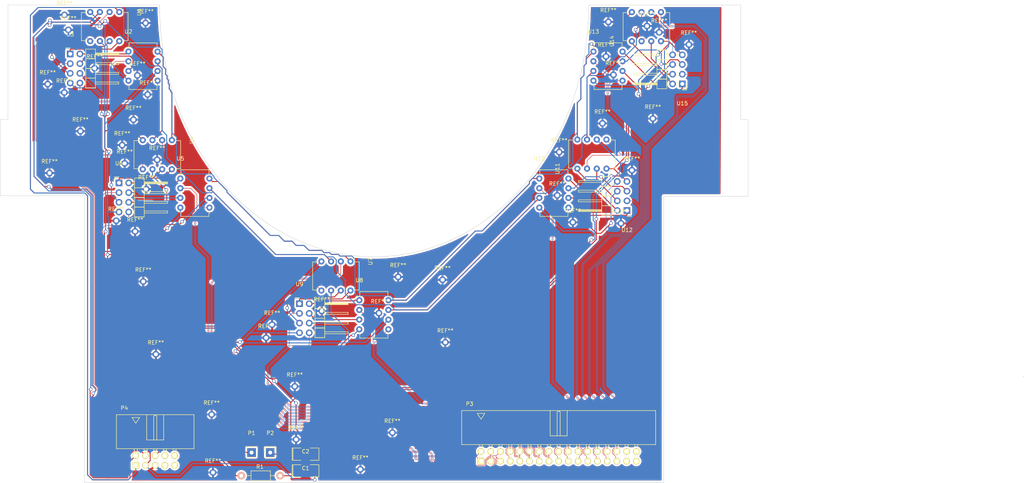
<source format=kicad_pcb>
(kicad_pcb (version 4) (host pcbnew 4.0.4+e1-6308~48~ubuntu14.04.1-stable)
  (layers (0 F.Cu signal) (31 B.Cu signal) (34 B.Paste user) (35 F.Paste user) (36 B.SilkS user) (37 F.SilkS user) (38 B.Mask user) (39 F.Mask user) (44 Edge.Cuts user))
  (net 0 "")
  (net 1 +9V)
  (net 2 +12V)
  (net 3 +6V)
  (net 4 "Net-(U1-Pad7)")
  (net 5 "Net-(U1-Pad8)")
  (net 6 "Net-(U2-Pad7)")
  (net 7 "Net-(U2-Pad8)")
  (net 8 "Net-(U4-Pad7)")
  (net 9 "Net-(U4-Pad8)")
  (net 10 "Net-(U5-Pad7)")
  (net 11 "Net-(U5-Pad8)")
  (net 12 "Net-(U7-Pad7)")
  (net 13 "Net-(U7-Pad8)")
  (net 14 "Net-(U10-Pad3)")
  (net 15 "Net-(U10-Pad1)")
  (net 16 "Net-(U10-Pad7)")
  (net 17 "Net-(U10-Pad8)")
  (net 18 "Net-(U11-Pad7)")
  (net 19 "Net-(U11-Pad8)")
  (net 20 "Net-(U13-Pad7)")
  (net 21 "Net-(U13-Pad8)")
  (net 22 LP+)
  (net 23 LP-)
  (net 24 U15-)
  (net 25 U15+)
  (net 26 U14-)
  (net 27 U14+)
  (net 28 U13-)
  (net 29 U13+)
  (net 30 U12-)
  (net 31 U12+)
  (net 32 U11-)
  (net 33 U11+)
  (net 34 U10-)
  (net 35 U10+)
  (net 36 U9-)
  (net 37 U9+)
  (net 38 U8-)
  (net 39 U8+)
  (net 40 U7-)
  (net 41 U7+)
  (net 42 U6-)
  (net 43 U6+)
  (net 44 U5-)
  (net 45 U5+)
  (net 46 U4-)
  (net 47 U4+)
  (net 48 U3-)
  (net 49 U3+)
  (net 50 U2-)
  (net 51 U2+)
  (net 52 U1-)
  (net 53 U1+)
  (net 54 "Net-(U2-Pad1)")
  (net 55 "Net-(U2-Pad3)")
  (net 56 "Net-(U5-Pad1)")
  (net 57 "Net-(U5-Pad3)")
  (net 58 "Net-(U8-Pad1)")
  (net 59 "Net-(U8-Pad3)")
  (net 60 "Net-(U11-Pad1)")
  (net 61 "Net-(U11-Pad3)")
  (net 62 "Net-(U14-Pad1)")
  (net 63 "Net-(U14-Pad3)")
  (net 64 LP2-)
  (net 65 LP)
  (module Connect:1pin (layer F.Cu) (at 136.86 101.82)
    (fp_text reference REF** (at 0 -3.048) (layer F.SilkS))
    (fp_text value "through hole")
    (pad 1 thru_hole oval (at 0 0) (size 1.7272 1.7272) (drill 1.016) (layers *.Cu *.Mask) (net 64 LP2-))
  )
  (module Connect:1pin (layer F.Cu) (at 128.98 87.85)
    (fp_text reference REF** (at 0 -3.048) (layer F.SilkS))
    (fp_text value "through hole")
    (pad 1 thru_hole oval (at 0 0) (size 1.7272 1.7272) (drill 1.016) (layers *.Cu *.Mask) (net 64 LP2-))
  )
  (module Connect:1pin (layer F.Cu) (at 129.98 91.77)
    (fp_text reference REF** (at 0 -3.048) (layer F.SilkS))
    (fp_text value "through hole")
    (pad 1 thru_hole oval (at 0 0) (size 1.7272 1.7272) (drill 1.016) (layers *.Cu *.Mask) (net 64 LP2-))
  )
  (module Connect:1pin (layer F.Cu) (at 148.06 103.69)
    (fp_text reference REF** (at 0 -3.048) (layer F.SilkS))
    (fp_text value "through hole")
    (pad 1 thru_hole oval (at 0 0) (size 1.7272 1.7272) (drill 1.016) (layers *.Cu *.Mask) (net 64 LP2-))
  )
  (module Connect:1pin (layer F.Cu) (at 150.2 89.98)
    (fp_text reference REF** (at 0 -3.048) (layer F.SilkS))
    (fp_text value "through hole")
    (pad 1 thru_hole oval (at 0 0) (size 1.7272 1.7272) (drill 1.016) (layers *.Cu *.Mask) (net 64 LP2-))
  )
  (module Connect:1pin (layer F.Cu) (at 150.73 108.69)
    (fp_text reference REF** (at 0 -3.048) (layer F.SilkS))
    (fp_text value "through hole")
    (pad 1 thru_hole oval (at 0 0) (size 1.7272 1.7272) (drill 1.016) (layers *.Cu *.Mask) (net 64 LP2-))
  )
  (module Connect:1pin (layer F.Cu) (at 150.38 133.46)
    (fp_text reference REF** (at 0 -3.048) (layer F.SilkS))
    (fp_text value "through hole")
    (pad 1 thru_hole oval (at 0 0) (size 1.7272 1.7272) (drill 1.016) (layers *.Cu *.Mask) (net 64 LP2-))
  )
  (module Connect:1pin (layer F.Cu) (at 153.24 125.78)
    (fp_text reference REF** (at 0 -3.048) (layer F.SilkS))
    (fp_text value "through hole")
    (pad 1 thru_hole oval (at 0 0) (size 1.7272 1.7272) (drill 1.016) (layers *.Cu *.Mask) (net 64 LP2-))
  )
  (module Connect:1pin (layer F.Cu) (at 144.74 126.71)
    (fp_text reference REF** (at 0 -3.048) (layer F.SilkS))
    (fp_text value "through hole")
    (pad 1 thru_hole oval (at 0 0) (size 1.7272 1.7272) (drill 1.016) (layers *.Cu *.Mask) (net 64 LP2-))
  )
  (module Connect:1pin (layer F.Cu) (at 144.09 121.94)
    (fp_text reference REF** (at 0 -3.048) (layer F.SilkS))
    (fp_text value "through hole")
    (pad 1 thru_hole oval (at 0 0) (size 1.7272 1.7272) (drill 1.016) (layers *.Cu *.Mask) (net 64 LP2-))
  )
  (module Connect:1pin (layer F.Cu) (at 147.03 115.28)
    (fp_text reference REF** (at 0 -3.048) (layer F.SilkS))
    (fp_text value "through hole")
    (pad 1 thru_hole oval (at 0 0) (size 1.7272 1.7272) (drill 1.016) (layers *.Cu *.Mask) (net 64 LP2-))
  )
  (module Connect:1pin (layer F.Cu) (at 189.26 185.11)
    (fp_text reference REF** (at 0 -3.048) (layer F.SilkS))
    (fp_text value "through hole")
    (pad 1 thru_hole oval (at 0 0) (size 1.7272 1.7272) (drill 1.016) (layers *.Cu *.Mask) (net 64 LP2-))
  )
  (module Connect:1pin (layer F.Cu) (at 196.32 165.35)
    (fp_text reference REF** (at 0 -3.048) (layer F.SilkS))
    (fp_text value "through hole")
    (pad 1 thru_hole oval (at 0 0) (size 1.7272 1.7272) (drill 1.016) (layers *.Cu *.Mask) (net 64 LP2-))
  )
  (module Connect:1pin (layer F.Cu) (at 211.29 165.91)
    (fp_text reference REF** (at 0 -3.048) (layer F.SilkS))
    (fp_text value "through hole")
    (pad 1 thru_hole oval (at 0 0) (size 1.7272 1.7272) (drill 1.016) (layers *.Cu *.Mask) (net 64 LP2-))
  )
  (module Connect:1pin (layer F.Cu) (at 281.45 90.77)
    (fp_text reference REF** (at 0 -3.048) (layer F.SilkS))
    (fp_text value "through hole")
    (pad 1 thru_hole oval (at 0 0) (size 1.7272 1.7272) (drill 1.016) (layers *.Cu *.Mask) (net 64 LP2-))
  )
  (module Connect:1pin (layer F.Cu) (at 272.68 103.54)
    (fp_text reference REF** (at 0 -3.048) (layer F.SilkS))
    (fp_text value "through hole")
    (pad 1 thru_hole oval (at 0 0) (size 1.7272 1.7272) (drill 1.016) (layers *.Cu *.Mask) (net 64 LP2-))
  )
  (module Connect:1pin (layer F.Cu) (at 270.73 98.73)
    (fp_text reference REF** (at 0 -3.048) (layer F.SilkS))
    (fp_text value "through hole")
    (pad 1 thru_hole oval (at 0 0) (size 1.7272 1.7272) (drill 1.016) (layers *.Cu *.Mask) (net 64 LP2-))
  )
  (module Connect:1pin (layer F.Cu) (at 271.35 89.68)
    (fp_text reference REF** (at 0 -3.048) (layer F.SilkS))
    (fp_text value "through hole")
    (pad 1 thru_hole oval (at 0 0) (size 1.7272 1.7272) (drill 1.016) (layers *.Cu *.Mask) (net 64 LP2-))
  )
  (module Connect:1pin (layer F.Cu) (at 284.65 92.42)
    (fp_text reference REF** (at 0 -3.048) (layer F.SilkS))
    (fp_text value "through hole")
    (pad 1 thru_hole oval (at 0 0) (size 1.7272 1.7272) (drill 1.016) (layers *.Cu *.Mask) (net 64 LP2-))
  )
  (module Connect:1pin (layer F.Cu) (at 292.42 95.61)
    (fp_text reference REF** (at 0 -3.048) (layer F.SilkS))
    (fp_text value "through hole")
    (pad 1 thru_hole oval (at 0 0) (size 1.7272 1.7272) (drill 1.016) (layers *.Cu *.Mask) (net 64 LP2-))
  )
  (module Connect:1pin (layer F.Cu) (at 269.81 116.25)
    (fp_text reference REF** (at 0 -3.048) (layer F.SilkS))
    (fp_text value "through hole")
    (pad 1 thru_hole oval (at 0 0) (size 1.7272 1.7272) (drill 1.016) (layers *.Cu *.Mask) (net 64 LP2-))
  )
  (module Connect:1pin (layer F.Cu) (at 258.49 123.76)
    (fp_text reference REF** (at 0 -3.048) (layer F.SilkS))
    (fp_text value "through hole")
    (pad 1 thru_hole oval (at 0 0) (size 1.7272 1.7272) (drill 1.016) (layers *.Cu *.Mask) (net 64 LP2-))
  )
  (module Connect:1pin (layer F.Cu) (at 257.97 135.1)
    (fp_text reference REF** (at 0 -3.048) (layer F.SilkS))
    (fp_text value "through hole")
    (pad 1 thru_hole oval (at 0 0) (size 1.7272 1.7272) (drill 1.016) (layers *.Cu *.Mask) (net 64 LP2-))
  )
  (module Connect:1pin (layer F.Cu) (at 274.65 142.42)
    (fp_text reference REF** (at 0 -3.048) (layer F.SilkS))
    (fp_text value "through hole")
    (pad 1 thru_hole oval (at 0 0) (size 1.7272 1.7272) (drill 1.016) (layers *.Cu *.Mask) (net 64 LP2-))
  )
  (module Connect:1pin (layer F.Cu) (at 277.52 128.52)
    (fp_text reference REF** (at 0 -3.048) (layer F.SilkS))
    (fp_text value "through hole")
    (pad 1 thru_hole oval (at 0 0) (size 1.7272 1.7272) (drill 1.016) (layers *.Cu *.Mask) (net 64 LP2-))
  )
  (module Connect:1pin (layer F.Cu) (at 283 114.99)
    (fp_text reference REF** (at 0 -3.048) (layer F.SilkS))
    (fp_text value "through hole")
    (pad 1 thru_hole oval (at 0 0) (size 1.7272 1.7272) (drill 1.016) (layers *.Cu *.Mask) (net 64 LP2-))
  )
  (module Connect:1pin (layer F.Cu) (at 262.05 142.14)
    (fp_text reference REF** (at 0 -3.048) (layer F.SilkS))
    (fp_text value "through hole")
    (pad 1 thru_hole oval (at 0 0) (size 1.7272 1.7272) (drill 1.016) (layers *.Cu *.Mask) (net 64 LP2-))
  )
  (module Connect:1pin (layer F.Cu) (at 181.77 172.37)
    (fp_text reference REF** (at 0 -3.048) (layer F.SilkS))
    (fp_text value "through hole")
    (pad 1 thru_hole oval (at 0 0) (size 1.7272 1.7272) (drill 1.016) (layers *.Cu *.Mask) (net 64 LP2-))
  )
  (module Connect:1pin (layer F.Cu) (at 183.33 168.93)
    (fp_text reference REF** (at 0 -3.048) (layer F.SilkS))
    (fp_text value "through hole")
    (pad 1 thru_hole oval (at 0 0) (size 1.7272 1.7272) (drill 1.016) (layers *.Cu *.Mask) (net 64 LP2-))
  )
  (module Connect:1pin (layer F.Cu) (at 216.32 156.43)
    (fp_text reference REF** (at 0 -3.048) (layer F.SilkS))
    (fp_text value "through hole")
    (pad 1 thru_hole oval (at 0 0) (size 1.7272 1.7272) (drill 1.016) (layers *.Cu *.Mask) (net 64 LP2-))
  )
  (module Connect:1pin (layer F.Cu) (at 227.94 157.19)
    (fp_text reference REF** (at 0 -3.048) (layer F.SilkS))
    (fp_text value "through hole")
    (pad 1 thru_hole oval (at 0 0) (size 1.7272 1.7272) (drill 1.016) (layers *.Cu *.Mask) (net 64 LP2-))
  )
  (module Connect:1pin (layer F.Cu) (at 228.67 173.56)
    (fp_text reference REF** (at 0 -3.048) (layer F.SilkS))
    (fp_text value "through hole")
    (pad 1 thru_hole oval (at 0 0) (size 1.7272 1.7272) (drill 1.016) (layers *.Cu *.Mask) (net 64 LP2-))
  )
  (module Connect:1pin (layer F.Cu) (at 189.62 198.98)
    (fp_text reference REF** (at 0 -3.048) (layer F.SilkS))
    (fp_text value "through hole")
    (pad 1 thru_hole oval (at 0 0) (size 1.7272 1.7272) (drill 1.016) (layers *.Cu *.Mask) (net 64 LP2-))
  )
  (module Connect:1pin (layer F.Cu) (at 214.82 197.2)
    (fp_text reference REF** (at 0 -3.048) (layer F.SilkS))
    (fp_text value "through hole")
    (pad 1 thru_hole oval (at 0 0) (size 1.7272 1.7272) (drill 1.016) (layers *.Cu *.Mask) (net 64 LP2-))
  )
  (module Connect:1pin (layer F.Cu) (at 206.44 206.81)
    (fp_text reference REF** (at 0 -3.048) (layer F.SilkS))
    (fp_text value "through hole")
    (pad 1 thru_hole oval (at 0 0) (size 1.7272 1.7272) (drill 1.016) (layers *.Cu *.Mask) (net 64 LP2-))
  )
  (module Connect:1pin (layer F.Cu) (at 167.85 207.63)
    (fp_text reference REF** (at 0 -3.048) (layer F.SilkS))
    (fp_text value "through hole")
    (pad 1 thru_hole oval (at 0 0) (size 1.7272 1.7272) (drill 1.016) (layers *.Cu *.Mask) (net 64 LP2-))
  )
  (module Connect:1pin (layer F.Cu) (at 167.5 192.45)
    (fp_text reference REF** (at 0 -3.048) (layer F.SilkS))
    (fp_text value "through hole")
    (pad 1 thru_hole oval (at 0 0) (size 1.7272 1.7272) (drill 1.016) (layers *.Cu *.Mask) (net 64 LP2-))
  )
  (module Connect:1pin (layer F.Cu) (at 152.9 176.68)
    (fp_text reference REF** (at 0 -3.048) (layer F.SilkS))
    (fp_text value "through hole")
    (pad 1 thru_hole oval (at 0 0) (size 1.7272 1.7272) (drill 1.016) (layers *.Cu *.Mask) (net 64 LP2-))
  )
  (module Connect:1pin (layer F.Cu) (at 149.6 157.63)
    (fp_text reference REF** (at 0 -3.048) (layer F.SilkS))
    (fp_text value "through hole")
    (pad 1 thru_hole oval (at 0 0) (size 1.7272 1.7272) (drill 1.016) (layers *.Cu *.Mask) (net 64 LP2-))
  )
  (module Connect:1pin (layer F.Cu) (at 142.53 141.73)
    (fp_text reference REF** (at 0 -3.048) (layer F.SilkS))
    (fp_text value "through hole")
    (pad 1 thru_hole oval (at 0 0) (size 1.7272 1.7272) (drill 1.016) (layers *.Cu *.Mask) (net 64 LP2-))
  )
  (module Connect:1pin (layer F.Cu) (at 147.47 144.53)
    (fp_text reference REF** (at 0 -3.048) (layer F.SilkS))
    (fp_text value "through hole")
    (pad 1 thru_hole oval (at 0 0) (size 1.7272 1.7272) (drill 1.016) (layers *.Cu *.Mask) (net 64 LP2-))
  )
  (module Connect:1pin (layer F.Cu) (at 125.07 129.24)
    (fp_text reference REF** (at 0 -3.048) (layer F.SilkS))
    (fp_text value "through hole")
    (pad 1 thru_hole oval (at 0 0) (size 1.7272 1.7272) (drill 1.016) (layers *.Cu *.Mask) (net 64 LP2-))
  )
  (module Connect:1pin (layer F.Cu) (at 128.94 108.16)
    (fp_text reference REF** (at 0 -3.048) (layer F.SilkS))
    (fp_text value "through hole")
    (pad 1 thru_hole oval (at 0 0) (size 1.7272 1.7272) (drill 1.016) (layers *.Cu *.Mask) (net 64 LP2-))
  )
  (module Connect:1pin (layer F.Cu) (at 124.58 105.98)
    (fp_text reference REF** (at 0 -3.048) (layer F.SilkS))
    (fp_text value "through hole")
    (pad 1 thru_hole oval (at 0 0) (size 1.7272 1.7272) (drill 1.016) (layers *.Cu *.Mask) (net 64 LP2-))
  )
  (module Connect:1pin (layer F.Cu) (at 133.16 118.3)
    (fp_text reference REF** (at 0 -3.048) (layer F.SilkS))
    (fp_text value "through hole")
    (pad 1 thru_hole oval (at 0 0) (size 1.7272 1.7272) (drill 1.016) (layers *.Cu *.Mask) (net 64 LP2-))
  )
  (module Connectors_Multicomp:Multicomp_MC9A22-3434_2x17x2.54mm_Angled (layer F.Cu) (at 238.02 204.67)
    (fp_text reference P3 (at -3 -15) (layer F.SilkS))
    (fp_text value CONN_02X15)
    (pad 1 thru_hole rect (at 0 0) (size 1.7 1.7) (drill 1) (layers *.Cu *.Mask F.SilkS) (net 52 U1-))
    (pad 2 thru_hole circle (at 0 -2.54) (size 1.7 1.7) (drill 1) (layers *.Cu *.Mask F.SilkS) (net 53 U1+))
    (pad 3 thru_hole circle (at 2.54 0) (size 1.7 1.7) (drill 1) (layers *.Cu *.Mask F.SilkS) (net 50 U2-))
    (pad 4 thru_hole circle (at 2.54 -2.54) (size 1.7 1.7) (drill 1) (layers *.Cu *.Mask F.SilkS) (net 51 U2+))
    (pad 5 thru_hole circle (at 5.08 0) (size 1.7 1.7) (drill 1) (layers *.Cu *.Mask F.SilkS) (net 48 U3-))
    (pad 6 thru_hole circle (at 5.08 -2.54) (size 1.7 1.7) (drill 1) (layers *.Cu *.Mask F.SilkS) (net 49 U3+))
    (pad 7 thru_hole circle (at 7.62 0) (size 1.7 1.7) (drill 1) (layers *.Cu *.Mask F.SilkS) (net 46 U4-))
    (pad 8 thru_hole circle (at 7.62 -2.54) (size 1.7 1.7) (drill 1) (layers *.Cu *.Mask F.SilkS) (net 47 U4+))
    (pad 9 thru_hole circle (at 10.16 0) (size 1.7 1.7) (drill 1) (layers *.Cu *.Mask F.SilkS) (net 44 U5-))
    (pad 10 thru_hole circle (at 10.16 -2.54) (size 1.7 1.7) (drill 1) (layers *.Cu *.Mask F.SilkS) (net 45 U5+))
    (pad 11 thru_hole circle (at 12.7 0) (size 1.7 1.7) (drill 1) (layers *.Cu *.Mask F.SilkS) (net 42 U6-))
    (pad 12 thru_hole circle (at 12.7 -2.54) (size 1.7 1.7) (drill 1) (layers *.Cu *.Mask F.SilkS) (net 43 U6+))
    (pad 13 thru_hole circle (at 15.24 0) (size 1.7 1.7) (drill 1) (layers *.Cu *.Mask F.SilkS) (net 40 U7-))
    (pad 14 thru_hole circle (at 15.24 -2.54) (size 1.7 1.7) (drill 1) (layers *.Cu *.Mask F.SilkS) (net 41 U7+))
    (pad 15 thru_hole circle (at 17.78 0) (size 1.7 1.7) (drill 1) (layers *.Cu *.Mask F.SilkS) (net 38 U8-))
    (pad 16 thru_hole circle (at 17.78 -2.54) (size 1.7 1.7) (drill 1) (layers *.Cu *.Mask F.SilkS) (net 39 U8+))
    (pad 17 thru_hole circle (at 20.32 0) (size 1.7 1.7) (drill 1) (layers *.Cu *.Mask F.SilkS) (net 36 U9-))
    (pad 18 thru_hole circle (at 20.32 -2.54) (size 1.7 1.7) (drill 1) (layers *.Cu *.Mask F.SilkS) (net 37 U9+))
    (pad 19 thru_hole circle (at 22.86 0) (size 1.7 1.7) (drill 1) (layers *.Cu *.Mask F.SilkS) (net 34 U10-))
    (pad 20 thru_hole circle (at 22.86 -2.54) (size 1.7 1.7) (drill 1) (layers *.Cu *.Mask F.SilkS) (net 35 U10+))
    (pad 21 thru_hole circle (at 25.4 0) (size 1.7 1.7) (drill 1) (layers *.Cu *.Mask F.SilkS) (net 32 U11-))
    (pad 22 thru_hole circle (at 25.4 -2.54) (size 1.7 1.7) (drill 1) (layers *.Cu *.Mask F.SilkS) (net 33 U11+))
    (pad 23 thru_hole circle (at 27.94 0) (size 1.7 1.7) (drill 1) (layers *.Cu *.Mask F.SilkS) (net 30 U12-))
    (pad 24 thru_hole circle (at 27.94 -2.54) (size 1.7 1.7) (drill 1) (layers *.Cu *.Mask F.SilkS) (net 31 U12+))
    (pad 25 thru_hole circle (at 30.48 0) (size 1.7 1.7) (drill 1) (layers *.Cu *.Mask F.SilkS) (net 28 U13-))
    (pad 26 thru_hole circle (at 30.48 -2.54) (size 1.7 1.7) (drill 1) (layers *.Cu *.Mask F.SilkS) (net 29 U13+))
    (pad 27 thru_hole circle (at 33.02 0) (size 1.7 1.7) (drill 1) (layers *.Cu *.Mask F.SilkS) (net 26 U14-))
    (pad 28 thru_hole circle (at 33.02 -2.54) (size 1.7 1.7) (drill 1) (layers *.Cu *.Mask F.SilkS) (net 27 U14+))
    (pad 29 thru_hole circle (at 35.56 0) (size 1.7 1.7) (drill 1) (layers *.Cu *.Mask F.SilkS) (net 24 U15-))
    (pad 30 thru_hole circle (at 35.56 -2.54) (size 1.7 1.7) (drill 1) (layers *.Cu *.Mask F.SilkS) (net 25 U15+))
    (pad 31 thru_hole circle (at 38.1 0) (size 1.7 1.7) (drill 1) (layers *.Cu *.Mask F.SilkS))
    (pad 32 thru_hole circle (at 38.1 -2.54) (size 1.7 1.7) (drill 1) (layers *.Cu *.Mask F.SilkS))
    (pad 33 thru_hole circle (at 40.64 0) (size 1.7 1.7) (drill 1) (layers *.Cu *.Mask F.SilkS))
    (pad 34 thru_hole circle (at 40.64 -2.54) (size 1.7 1.7) (drill 1) (layers *.Cu *.Mask F.SilkS))
  )
  (module Housings_DIP:DIP-8_W7.62mm (layer F.Cu) (at 143.33 87.1 270)
    (fp_text reference U1 (at 0 -5.22 270) (layer F.SilkS))
    (fp_text value AFF755b)
    (pad 1 thru_hole oval (at 0 0 270) (size 1.6 1.6) (drill 0.8) (layers *.Cu *.Mask) (net 2 +12V))
    (pad 2 thru_hole oval (at 0 2.54 270) (size 1.6 1.6) (drill 0.8) (layers *.Cu *.Mask) (net 52 U1-))
    (pad 3 thru_hole oval (at 0 5.08 270) (size 1.6 1.6) (drill 0.8) (layers *.Cu *.Mask) (net 3 +6V))
    (pad 4 thru_hole oval (at 0 7.62 270) (size 1.6 1.6) (drill 0.8) (layers *.Cu *.Mask) (net 23 LP-))
    (pad 5 thru_hole oval (at 7.62 7.62 270) (size 1.6 1.6) (drill 0.8) (layers *.Cu *.Mask) (net 53 U1+))
    (pad 6 thru_hole oval (at 7.62 5.08 270) (size 1.6 1.6) (drill 0.8) (layers *.Cu *.Mask) (net 22 LP+))
    (pad 7 thru_hole oval (at 7.62 2.54 270) (size 1.6 1.6) (drill 0.8) (layers *.Cu *.Mask) (net 4 "Net-(U1-Pad7)"))
    (pad 8 thru_hole oval (at 7.62 0 270) (size 1.6 1.6) (drill 0.8) (layers *.Cu *.Mask) (net 5 "Net-(U1-Pad8)"))
  )
  (module Pin_Headers:Pin_Header_Angled_2x04 (layer F.Cu) (at 290.7 105.92 180)
    (fp_text reference U15 (at 0 -5.1 180) (layer F.SilkS))
    (fp_text value AFF755b)
    (pad 1 thru_hole rect (at 0 0 180) (size 1.7272 1.7272) (drill 1.016) (layers *.Cu *.Mask) (net 21 "Net-(U13-Pad8)"))
    (pad 2 thru_hole oval (at 0 2.54 180) (size 1.7272 1.7272) (drill 1.016) (layers *.Cu *.Mask) (net 26 U14-))
    (pad 3 thru_hole oval (at 0 5.08 180) (size 1.7272 1.7272) (drill 1.016) (layers *.Cu *.Mask) (net 20 "Net-(U13-Pad7)"))
    (pad 4 thru_hole oval (at 0 7.62 180) (size 1.7272 1.7272) (drill 1.016) (layers *.Cu *.Mask) (net 23 LP-))
    (pad 5 thru_hole oval (at 2.54 7.62 180) (size 1.7272 1.7272) (drill 1.016) (layers *.Cu *.Mask) (net 27 U14+))
    (pad 6 thru_hole oval (at 2.54 5.08 180) (size 1.7272 1.7272) (drill 1.016) (layers *.Cu *.Mask) (net 22 LP+))
    (pad 7 thru_hole oval (at 2.54 2.54 180) (size 1.7272 1.7272) (drill 1.016) (layers *.Cu *.Mask) (net 63 "Net-(U14-Pad3)"))
    (pad 8 thru_hole oval (at 2.54 0 180) (size 1.7272 1.7272) (drill 1.016) (layers *.Cu *.Mask) (net 62 "Net-(U14-Pad1)"))
  )
  (module Pin_Headers:Pin_Header_Angled_2x04 (layer F.Cu) (at 276.22 139.07 180)
    (fp_text reference U12 (at 0 -5.1 180) (layer F.SilkS))
    (fp_text value AFF755b)
    (pad 1 thru_hole rect (at 0 0 180) (size 1.7272 1.7272) (drill 1.016) (layers *.Cu *.Mask) (net 17 "Net-(U10-Pad8)"))
    (pad 2 thru_hole oval (at 0 2.54 180) (size 1.7272 1.7272) (drill 1.016) (layers *.Cu *.Mask) (net 32 U11-))
    (pad 3 thru_hole oval (at 0 5.08 180) (size 1.7272 1.7272) (drill 1.016) (layers *.Cu *.Mask) (net 16 "Net-(U10-Pad7)"))
    (pad 4 thru_hole oval (at 0 7.62 180) (size 1.7272 1.7272) (drill 1.016) (layers *.Cu *.Mask) (net 23 LP-))
    (pad 5 thru_hole oval (at 2.54 7.62 180) (size 1.7272 1.7272) (drill 1.016) (layers *.Cu *.Mask) (net 33 U11+))
    (pad 6 thru_hole oval (at 2.54 5.08 180) (size 1.7272 1.7272) (drill 1.016) (layers *.Cu *.Mask) (net 22 LP+))
    (pad 7 thru_hole oval (at 2.54 2.54 180) (size 1.7272 1.7272) (drill 1.016) (layers *.Cu *.Mask) (net 61 "Net-(U11-Pad3)"))
    (pad 8 thru_hole oval (at 2.54 0 180) (size 1.7272 1.7272) (drill 1.016) (layers *.Cu *.Mask) (net 60 "Net-(U11-Pad1)"))
  )
  (module Pin_Headers:Pin_Header_Angled_2x04 (layer F.Cu) (at 190.5 163.45)
    (fp_text reference U9 (at 0 -5.1) (layer F.SilkS))
    (fp_text value AFF755b)
    (pad 1 thru_hole rect (at 0 0) (size 1.7272 1.7272) (drill 1.016) (layers *.Cu *.Mask) (net 13 "Net-(U7-Pad8)"))
    (pad 2 thru_hole oval (at 0 2.54) (size 1.7272 1.7272) (drill 1.016) (layers *.Cu *.Mask) (net 38 U8-))
    (pad 3 thru_hole oval (at 0 5.08) (size 1.7272 1.7272) (drill 1.016) (layers *.Cu *.Mask) (net 12 "Net-(U7-Pad7)"))
    (pad 4 thru_hole oval (at 0 7.62) (size 1.7272 1.7272) (drill 1.016) (layers *.Cu *.Mask) (net 23 LP-))
    (pad 5 thru_hole oval (at 2.54 7.62) (size 1.7272 1.7272) (drill 1.016) (layers *.Cu *.Mask) (net 39 U8+))
    (pad 6 thru_hole oval (at 2.54 5.08) (size 1.7272 1.7272) (drill 1.016) (layers *.Cu *.Mask) (net 22 LP+))
    (pad 7 thru_hole oval (at 2.54 2.54) (size 1.7272 1.7272) (drill 1.016) (layers *.Cu *.Mask) (net 59 "Net-(U8-Pad3)"))
    (pad 8 thru_hole oval (at 2.54 0) (size 1.7272 1.7272) (drill 1.016) (layers *.Cu *.Mask) (net 58 "Net-(U8-Pad1)"))
  )
  (module Pin_Headers:Pin_Header_Angled_2x04 (layer F.Cu) (at 143.25 131.83)
    (fp_text reference U6 (at 0 -5.1) (layer F.SilkS))
    (fp_text value AFF755b)
    (pad 1 thru_hole rect (at 0 0) (size 1.7272 1.7272) (drill 1.016) (layers *.Cu *.Mask) (net 9 "Net-(U4-Pad8)"))
    (pad 2 thru_hole oval (at 0 2.54) (size 1.7272 1.7272) (drill 1.016) (layers *.Cu *.Mask) (net 44 U5-))
    (pad 3 thru_hole oval (at 0 5.08) (size 1.7272 1.7272) (drill 1.016) (layers *.Cu *.Mask) (net 8 "Net-(U4-Pad7)"))
    (pad 4 thru_hole oval (at 0 7.62) (size 1.7272 1.7272) (drill 1.016) (layers *.Cu *.Mask) (net 23 LP-))
    (pad 5 thru_hole oval (at 2.54 7.62) (size 1.7272 1.7272) (drill 1.016) (layers *.Cu *.Mask) (net 45 U5+))
    (pad 6 thru_hole oval (at 2.54 5.08) (size 1.7272 1.7272) (drill 1.016) (layers *.Cu *.Mask) (net 22 LP+))
    (pad 7 thru_hole oval (at 2.54 2.54) (size 1.7272 1.7272) (drill 1.016) (layers *.Cu *.Mask) (net 57 "Net-(U5-Pad3)"))
    (pad 8 thru_hole oval (at 2.54 0) (size 1.7272 1.7272) (drill 1.016) (layers *.Cu *.Mask) (net 56 "Net-(U5-Pad1)"))
  )
  (module Pin_Headers:Pin_Header_Angled_2x04 (layer F.Cu) (at 130.48 98.07)
    (fp_text reference U3 (at 0 -5.1) (layer F.SilkS))
    (fp_text value AFF755b)
    (pad 1 thru_hole rect (at 0 0) (size 1.7272 1.7272) (drill 1.016) (layers *.Cu *.Mask) (net 5 "Net-(U1-Pad8)"))
    (pad 2 thru_hole oval (at 0 2.54) (size 1.7272 1.7272) (drill 1.016) (layers *.Cu *.Mask) (net 50 U2-))
    (pad 3 thru_hole oval (at 0 5.08) (size 1.7272 1.7272) (drill 1.016) (layers *.Cu *.Mask) (net 4 "Net-(U1-Pad7)"))
    (pad 4 thru_hole oval (at 0 7.62) (size 1.7272 1.7272) (drill 1.016) (layers *.Cu *.Mask) (net 23 LP-))
    (pad 5 thru_hole oval (at 2.54 7.62) (size 1.7272 1.7272) (drill 1.016) (layers *.Cu *.Mask) (net 51 U2+))
    (pad 6 thru_hole oval (at 2.54 5.08) (size 1.7272 1.7272) (drill 1.016) (layers *.Cu *.Mask) (net 22 LP+))
    (pad 7 thru_hole oval (at 2.54 2.54) (size 1.7272 1.7272) (drill 1.016) (layers *.Cu *.Mask) (net 55 "Net-(U2-Pad3)"))
    (pad 8 thru_hole oval (at 2.54 0) (size 1.7272 1.7272) (drill 1.016) (layers *.Cu *.Mask) (net 54 "Net-(U2-Pad1)"))
  )
  (module SMD_Packages:SMD-2010_Pol (layer F.Cu) (at 192.08 207.21)
    (fp_text reference C1 (at 0 -0.7) (layer F.SilkS))
    (fp_text value C)
    (pad 1 smd rect (at -2.4003 0) (size 1.80086 2.70002) (layers F.Cu F.Paste F.Mask) (net 22 LP+))
    (pad 2 smd rect (at 2.4003 0) (size 1.80086 2.70002) (layers F.Cu F.Paste F.Mask) (net 23 LP-))
  )
  (module SMD_Packages:SMD-2010_Pol (layer F.Cu) (at 192.0803 202.83)
    (fp_text reference C2 (at 0 -0.7) (layer F.SilkS))
    (fp_text value C)
    (pad 1 smd rect (at -2.4003 0) (size 1.80086 2.70002) (layers F.Cu F.Paste F.Mask) (net 22 LP+))
    (pad 2 smd rect (at 2.4003 0) (size 1.80086 2.70002) (layers F.Cu F.Paste F.Mask) (net 23 LP-))
  )
  (module Pin_Headers:Pin_Header_Straight_1x01 (layer F.Cu) (at 177.95 202.41)
    (fp_text reference P1 (at 0 -5.1) (layer F.SilkS))
    (fp_text value CONN_01X01)
    (pad 1 thru_hole rect (at 0 0) (size 2.2352 2.2352) (drill 1.016) (layers *.Cu *.Mask) (net 1 +9V))
  )
  (module Pin_Headers:Pin_Header_Straight_1x01 (layer F.Cu) (at 182.83 202.41)
    (fp_text reference P2 (at 0 -5.1) (layer F.SilkS))
    (fp_text value CONN_01X01)
    (pad 1 thru_hole rect (at 0 0) (size 2.2352 2.2352) (drill 1.016) (layers *.Cu *.Mask) (net 22 LP+))
  )
  (module Connectors_Multicomp:Multicomp_MC9A22-1034_2x05x2.54mm_Angled (layer F.Cu) (at 147.65 205.75)
    (fp_text reference P4 (at -3 -15) (layer F.SilkS))
    (fp_text value CONN_02X03)
    (pad 1 thru_hole rect (at 0 0) (size 1.7 1.7) (drill 1) (layers *.Cu *.Mask F.SilkS) (net 23 LP-))
    (pad 2 thru_hole circle (at 0 -2.54) (size 1.7 1.7) (drill 1) (layers *.Cu *.Mask F.SilkS) (net 2 +12V))
    (pad 3 thru_hole circle (at 2.54 0) (size 1.7 1.7) (drill 1) (layers *.Cu *.Mask F.SilkS) (net 23 LP-))
    (pad 4 thru_hole circle (at 2.54 -2.54) (size 1.7 1.7) (drill 1) (layers *.Cu *.Mask F.SilkS) (net 3 +6V))
    (pad 5 thru_hole circle (at 5.08 0) (size 1.7 1.7) (drill 1) (layers *.Cu *.Mask F.SilkS) (net 64 LP2-))
    (pad 6 thru_hole circle (at 5.08 -2.54) (size 1.7 1.7) (drill 1) (layers *.Cu *.Mask F.SilkS) (net 1 +9V))
    (pad 7 thru_hole circle (at 7.62 0) (size 1.7 1.7) (drill 1) (layers *.Cu *.Mask F.SilkS))
    (pad 8 thru_hole circle (at 7.62 -2.54) (size 1.7 1.7) (drill 1) (layers *.Cu *.Mask F.SilkS))
    (pad 9 thru_hole circle (at 10.16 0) (size 1.7 1.7) (drill 1) (layers *.Cu *.Mask F.SilkS))
    (pad 10 thru_hole circle (at 10.16 -2.54) (size 1.7 1.7) (drill 1) (layers *.Cu *.Mask F.SilkS))
  )
  (module Resistors_ThroughHole:Resistor_Horizontal_RM10mm (layer F.Cu) (at 185.43 208.48 180)
    (fp_text reference R1 (at 5.29 2.33 180) (layer F.SilkS))
    (fp_text value R)
    (pad 1 thru_hole circle (at 0 0 180) (size 1.99898 1.99898) (drill 1.00076) (layers *.Cu *.SilkS *.Mask) (net 22 LP+))
    (pad 2 thru_hole circle (at 10.16 0 180) (size 1.99898 1.99898) (drill 1.00076) (layers *.Cu *.SilkS *.Mask) (net 1 +9V))
  )
  (module Housings_DIP:DIP-8_W7.62mm (layer F.Cu) (at 145.73 97.46)
    (fp_text reference U2 (at 0 -5.22) (layer F.SilkS))
    (fp_text value AFF755b)
    (pad 1 thru_hole oval (at 0 0) (size 1.6 1.6) (drill 0.8) (layers *.Cu *.Mask) (net 54 "Net-(U2-Pad1)"))
    (pad 2 thru_hole oval (at 0 2.54) (size 1.6 1.6) (drill 0.8) (layers *.Cu *.Mask) (net 48 U3-))
    (pad 3 thru_hole oval (at 0 5.08) (size 1.6 1.6) (drill 0.8) (layers *.Cu *.Mask) (net 55 "Net-(U2-Pad3)"))
    (pad 4 thru_hole oval (at 0 7.62) (size 1.6 1.6) (drill 0.8) (layers *.Cu *.Mask) (net 23 LP-))
    (pad 5 thru_hole oval (at 7.62 7.62) (size 1.6 1.6) (drill 0.8) (layers *.Cu *.Mask) (net 49 U3+))
    (pad 6 thru_hole oval (at 7.62 5.08) (size 1.6 1.6) (drill 0.8) (layers *.Cu *.Mask) (net 65 LP))
    (pad 7 thru_hole oval (at 7.62 2.54) (size 1.6 1.6) (drill 0.8) (layers *.Cu *.Mask) (net 6 "Net-(U2-Pad7)"))
    (pad 8 thru_hole oval (at 7.62 0) (size 1.6 1.6) (drill 0.8) (layers *.Cu *.Mask) (net 7 "Net-(U2-Pad8)"))
  )
  (module Housings_DIP:DIP-8_W7.62mm (layer F.Cu) (at 157.09 120.64 270)
    (fp_text reference U4 (at 0 -5.22 270) (layer F.SilkS))
    (fp_text value AFF755b)
    (pad 1 thru_hole oval (at 0 0 270) (size 1.6 1.6) (drill 0.8) (layers *.Cu *.Mask) (net 7 "Net-(U2-Pad8)"))
    (pad 2 thru_hole oval (at 0 2.54 270) (size 1.6 1.6) (drill 0.8) (layers *.Cu *.Mask) (net 46 U4-))
    (pad 3 thru_hole oval (at 0 5.08 270) (size 1.6 1.6) (drill 0.8) (layers *.Cu *.Mask) (net 6 "Net-(U2-Pad7)"))
    (pad 4 thru_hole oval (at 0 7.62 270) (size 1.6 1.6) (drill 0.8) (layers *.Cu *.Mask) (net 23 LP-))
    (pad 5 thru_hole oval (at 7.62 7.62 270) (size 1.6 1.6) (drill 0.8) (layers *.Cu *.Mask) (net 47 U4+))
    (pad 6 thru_hole oval (at 7.62 5.08 270) (size 1.6 1.6) (drill 0.8) (layers *.Cu *.Mask) (net 22 LP+))
    (pad 7 thru_hole oval (at 7.62 2.54 270) (size 1.6 1.6) (drill 0.8) (layers *.Cu *.Mask) (net 8 "Net-(U4-Pad7)"))
    (pad 8 thru_hole oval (at 7.62 0 270) (size 1.6 1.6) (drill 0.8) (layers *.Cu *.Mask) (net 9 "Net-(U4-Pad8)"))
  )
  (module Housings_DIP:DIP-8_W7.62mm (layer F.Cu) (at 159.31 130.68)
    (fp_text reference U5 (at 0 -5.22) (layer F.SilkS))
    (fp_text value AFF755b)
    (pad 1 thru_hole oval (at 0 0) (size 1.6 1.6) (drill 0.8) (layers *.Cu *.Mask) (net 56 "Net-(U5-Pad1)"))
    (pad 2 thru_hole oval (at 0 2.54) (size 1.6 1.6) (drill 0.8) (layers *.Cu *.Mask) (net 42 U6-))
    (pad 3 thru_hole oval (at 0 5.08) (size 1.6 1.6) (drill 0.8) (layers *.Cu *.Mask) (net 57 "Net-(U5-Pad3)"))
    (pad 4 thru_hole oval (at 0 7.62) (size 1.6 1.6) (drill 0.8) (layers *.Cu *.Mask) (net 23 LP-))
    (pad 5 thru_hole oval (at 7.62 7.62) (size 1.6 1.6) (drill 0.8) (layers *.Cu *.Mask) (net 43 U6+))
    (pad 6 thru_hole oval (at 7.62 5.08) (size 1.6 1.6) (drill 0.8) (layers *.Cu *.Mask) (net 22 LP+))
    (pad 7 thru_hole oval (at 7.62 2.54) (size 1.6 1.6) (drill 0.8) (layers *.Cu *.Mask) (net 10 "Net-(U5-Pad7)"))
    (pad 8 thru_hole oval (at 7.62 0) (size 1.6 1.6) (drill 0.8) (layers *.Cu *.Mask) (net 11 "Net-(U5-Pad8)"))
  )
  (module Housings_DIP:DIP-8_W7.62mm (layer F.Cu) (at 203.85 152.38 270)
    (fp_text reference U7 (at 0 -5.22 270) (layer F.SilkS))
    (fp_text value AFF755b)
    (pad 1 thru_hole oval (at 0 0 270) (size 1.6 1.6) (drill 0.8) (layers *.Cu *.Mask) (net 11 "Net-(U5-Pad8)"))
    (pad 2 thru_hole oval (at 0 2.54 270) (size 1.6 1.6) (drill 0.8) (layers *.Cu *.Mask) (net 40 U7-))
    (pad 3 thru_hole oval (at 0 5.08 270) (size 1.6 1.6) (drill 0.8) (layers *.Cu *.Mask) (net 10 "Net-(U5-Pad7)"))
    (pad 4 thru_hole oval (at 0 7.62 270) (size 1.6 1.6) (drill 0.8) (layers *.Cu *.Mask) (net 23 LP-))
    (pad 5 thru_hole oval (at 7.62 7.62 270) (size 1.6 1.6) (drill 0.8) (layers *.Cu *.Mask) (net 41 U7+))
    (pad 6 thru_hole oval (at 7.62 5.08 270) (size 1.6 1.6) (drill 0.8) (layers *.Cu *.Mask) (net 22 LP+))
    (pad 7 thru_hole oval (at 7.62 2.54 270) (size 1.6 1.6) (drill 0.8) (layers *.Cu *.Mask) (net 12 "Net-(U7-Pad7)"))
    (pad 8 thru_hole oval (at 7.62 0 270) (size 1.6 1.6) (drill 0.8) (layers *.Cu *.Mask) (net 13 "Net-(U7-Pad8)"))
  )
  (module Housings_DIP:DIP-8_W7.62mm (layer F.Cu) (at 206.15 162.54)
    (fp_text reference U8 (at 0 -5.22) (layer F.SilkS))
    (fp_text value AFF755b)
    (pad 1 thru_hole oval (at 0 0) (size 1.6 1.6) (drill 0.8) (layers *.Cu *.Mask) (net 58 "Net-(U8-Pad1)"))
    (pad 2 thru_hole oval (at 0 2.54) (size 1.6 1.6) (drill 0.8) (layers *.Cu *.Mask) (net 36 U9-))
    (pad 3 thru_hole oval (at 0 5.08) (size 1.6 1.6) (drill 0.8) (layers *.Cu *.Mask) (net 59 "Net-(U8-Pad3)"))
    (pad 4 thru_hole oval (at 0 7.62) (size 1.6 1.6) (drill 0.8) (layers *.Cu *.Mask) (net 23 LP-))
    (pad 5 thru_hole oval (at 7.62 7.62) (size 1.6 1.6) (drill 0.8) (layers *.Cu *.Mask) (net 37 U9+))
    (pad 6 thru_hole oval (at 7.62 5.08) (size 1.6 1.6) (drill 0.8) (layers *.Cu *.Mask) (net 22 LP+))
    (pad 7 thru_hole oval (at 7.62 2.54) (size 1.6 1.6) (drill 0.8) (layers *.Cu *.Mask) (net 14 "Net-(U10-Pad3)"))
    (pad 8 thru_hole oval (at 7.62 0) (size 1.6 1.6) (drill 0.8) (layers *.Cu *.Mask) (net 15 "Net-(U10-Pad1)"))
  )
  (module Housings_DIP:DIP-8_W7.62mm (layer F.Cu) (at 253.28 130.68)
    (fp_text reference U10 (at 0 -5.22) (layer F.SilkS))
    (fp_text value AFF755b)
    (pad 1 thru_hole oval (at 0 0) (size 1.6 1.6) (drill 0.8) (layers *.Cu *.Mask) (net 15 "Net-(U10-Pad1)"))
    (pad 2 thru_hole oval (at 0 2.54) (size 1.6 1.6) (drill 0.8) (layers *.Cu *.Mask) (net 34 U10-))
    (pad 3 thru_hole oval (at 0 5.08) (size 1.6 1.6) (drill 0.8) (layers *.Cu *.Mask) (net 14 "Net-(U10-Pad3)"))
    (pad 4 thru_hole oval (at 0 7.62) (size 1.6 1.6) (drill 0.8) (layers *.Cu *.Mask) (net 23 LP-))
    (pad 5 thru_hole oval (at 7.62 7.62) (size 1.6 1.6) (drill 0.8) (layers *.Cu *.Mask) (net 35 U10+))
    (pad 6 thru_hole oval (at 7.62 5.08) (size 1.6 1.6) (drill 0.8) (layers *.Cu *.Mask) (net 22 LP+))
    (pad 7 thru_hole oval (at 7.62 2.54) (size 1.6 1.6) (drill 0.8) (layers *.Cu *.Mask) (net 16 "Net-(U10-Pad7)"))
    (pad 8 thru_hole oval (at 7.62 0) (size 1.6 1.6) (drill 0.8) (layers *.Cu *.Mask) (net 17 "Net-(U10-Pad8)"))
  )
  (module Housings_DIP:DIP-8_W7.62mm (layer F.Cu) (at 263.23 128.1 90)
    (fp_text reference U11 (at 0 -5.22 90) (layer F.SilkS))
    (fp_text value AFF755b)
    (pad 1 thru_hole oval (at 0 0 90) (size 1.6 1.6) (drill 0.8) (layers *.Cu *.Mask) (net 60 "Net-(U11-Pad1)"))
    (pad 2 thru_hole oval (at 0 2.54 90) (size 1.6 1.6) (drill 0.8) (layers *.Cu *.Mask) (net 30 U12-))
    (pad 3 thru_hole oval (at 0 5.08 90) (size 1.6 1.6) (drill 0.8) (layers *.Cu *.Mask) (net 61 "Net-(U11-Pad3)"))
    (pad 4 thru_hole oval (at 0 7.62 90) (size 1.6 1.6) (drill 0.8) (layers *.Cu *.Mask) (net 23 LP-))
    (pad 5 thru_hole oval (at 7.62 7.62 90) (size 1.6 1.6) (drill 0.8) (layers *.Cu *.Mask) (net 31 U12+))
    (pad 6 thru_hole oval (at 7.62 5.08 90) (size 1.6 1.6) (drill 0.8) (layers *.Cu *.Mask) (net 22 LP+))
    (pad 7 thru_hole oval (at 7.62 2.54 90) (size 1.6 1.6) (drill 0.8) (layers *.Cu *.Mask) (net 18 "Net-(U11-Pad7)"))
    (pad 8 thru_hole oval (at 7.62 0 90) (size 1.6 1.6) (drill 0.8) (layers *.Cu *.Mask) (net 19 "Net-(U11-Pad8)"))
  )
  (module Housings_DIP:DIP-8_W7.62mm (layer F.Cu) (at 267.44 97.45)
    (fp_text reference U13 (at 0 -5.22) (layer F.SilkS))
    (fp_text value AFF755b)
    (pad 1 thru_hole oval (at 0 0) (size 1.6 1.6) (drill 0.8) (layers *.Cu *.Mask) (net 19 "Net-(U11-Pad8)"))
    (pad 2 thru_hole oval (at 0 2.54) (size 1.6 1.6) (drill 0.8) (layers *.Cu *.Mask) (net 28 U13-))
    (pad 3 thru_hole oval (at 0 5.08) (size 1.6 1.6) (drill 0.8) (layers *.Cu *.Mask) (net 18 "Net-(U11-Pad7)"))
    (pad 4 thru_hole oval (at 0 7.62) (size 1.6 1.6) (drill 0.8) (layers *.Cu *.Mask) (net 23 LP-))
    (pad 5 thru_hole oval (at 7.62 7.62) (size 1.6 1.6) (drill 0.8) (layers *.Cu *.Mask) (net 29 U13+))
    (pad 6 thru_hole oval (at 7.62 5.08) (size 1.6 1.6) (drill 0.8) (layers *.Cu *.Mask) (net 22 LP+))
    (pad 7 thru_hole oval (at 7.62 2.54) (size 1.6 1.6) (drill 0.8) (layers *.Cu *.Mask) (net 20 "Net-(U13-Pad7)"))
    (pad 8 thru_hole oval (at 7.62 0) (size 1.6 1.6) (drill 0.8) (layers *.Cu *.Mask) (net 21 "Net-(U13-Pad8)"))
  )
  (module Housings_DIP:DIP-8_W7.62mm (layer F.Cu) (at 277.5 94.74 90)
    (fp_text reference U14 (at 0 -5.22 90) (layer F.SilkS))
    (fp_text value AFF755b)
    (pad 1 thru_hole oval (at 0 0 90) (size 1.6 1.6) (drill 0.8) (layers *.Cu *.Mask) (net 62 "Net-(U14-Pad1)"))
    (pad 2 thru_hole oval (at 0 2.54 90) (size 1.6 1.6) (drill 0.8) (layers *.Cu *.Mask) (net 24 U15-))
    (pad 3 thru_hole oval (at 0 5.08 90) (size 1.6 1.6) (drill 0.8) (layers *.Cu *.Mask) (net 63 "Net-(U14-Pad3)"))
    (pad 4 thru_hole oval (at 0 7.62 90) (size 1.6 1.6) (drill 0.8) (layers *.Cu *.Mask) (net 23 LP-))
    (pad 5 thru_hole oval (at 7.62 7.62 90) (size 1.6 1.6) (drill 0.8) (layers *.Cu *.Mask) (net 25 U15+))
    (pad 6 thru_hole oval (at 7.62 5.08 90) (size 1.6 1.6) (drill 0.8) (layers *.Cu *.Mask) (net 22 LP+))
    (pad 7 thru_hole oval (at 7.62 2.54 90) (size 1.6 1.6) (drill 0.8) (layers *.Cu *.Mask) (net 23 LP-))
    (pad 8 thru_hole oval (at 7.62 0 90) (size 1.6 1.6) (drill 0.8) (layers *.Cu *.Mask) (net 23 LP-))
  )
  (gr_line (start 205.027793 150.899383) (end 206.248812 151.012205) (layer Edge.Cuts) (width 0.1))
  (gr_line (start 204.774882 150.872079) (end 205.027793 150.899383) (layer Edge.Cuts) (width 0.1))
  (gr_line (start 203.297369 150.685446) (end 204.774882 150.872079) (layer Edge.Cuts) (width 0.1))
  (gr_line (start 202.355014 150.542093) (end 203.297369 150.685446) (layer Edge.Cuts) (width 0.1))
  (gr_line (start 199.497805 149.990169) (end 200.716139 150.247239) (layer Edge.Cuts) (width 0.1))
  (gr_line (start 198.699826 149.804083) (end 199.497805 149.990169) (layer Edge.Cuts) (width 0.1))
  (gr_line (start 197.393876 149.468929) (end 198.699826 149.804083) (layer Edge.Cuts) (width 0.1))
  (gr_line (start 195.792038 149.005159) (end 197.393876 149.468929) (layer Edge.Cuts) (width 0.1))
  (gr_line (start 200.716139 150.247239) (end 202.355014 150.542093) (layer Edge.Cuts) (width 0.1))
  (gr_line (start 194.432185 148.565009) (end 195.792038 149.005159) (layer Edge.Cuts) (width 0.1))
  (gr_line (start 153.861269 85.372378) (end 153.861818 85.544489) (layer Edge.Cuts) (width 0.1))
  (gr_line (start 112.15 135.21) (end 112.15 115.22) (angle 90) (layer Edge.Cuts) (width 0.1))
  (gr_line (start 112.15 135.21) (end 134.21 135.21) (angle 90) (layer Edge.Cuts) (width 0.1))
  (gr_line (start 114.19 85.25) (end 153.86 85.25) (angle 90) (layer Edge.Cuts) (width 0.1))
  (gr_line (start 114.19 115.22) (end 114.19 85.25) (angle 90) (layer Edge.Cuts) (width 0.1))
  (gr_line (start 112.15 115.22) (end 114.19 115.22) (angle 90) (layer Edge.Cuts) (width 0.1))
  (gr_line (start 305.98 85.27) (end 266.23664 85.27) (angle 90) (layer Edge.Cuts) (width 0.1))
  (gr_line (start 305.98 115.25) (end 305.98 85.27) (angle 90) (layer Edge.Cuts) (width 0.1))
  (gr_line (start 307.92 115.25) (end 305.98 115.25) (angle 90) (layer Edge.Cuts) (width 0.1))
  (gr_line (start 307.92 135.32) (end 307.92 115.25) (angle 90) (layer Edge.Cuts) (width 0.1))
  (gr_line (start 285.84 135.32) (end 307.92 135.32) (angle 90) (layer Edge.Cuts) (width 0.1))
  (gr_line (start 285.84 210.27) (end 285.84 135.32) (angle 90) (layer Edge.Cuts) (width 0.1))
  (gr_line (start 134.21 210.27) (end 285.84 210.27) (angle 90) (layer Edge.Cuts) (width 0.1))
  (gr_line (start 134.21 135.21) (end 134.21 210.27) (angle 90) (layer Edge.Cuts) (width 0.1))
  (gr_line (start 153.85 85.25) (end 153.85 85.251) (angle 90) (layer Edge.Cuts) (width 0.1))
  (gr_line (start 266.23664 85.825023) (end 266.23664 85.27) (layer Edge.Cuts) (width 0.1))
  (gr_line (start 266.217826 87.022189) (end 266.23664 85.825023) (layer Edge.Cuts) (width 0.1))
  (gr_line (start 266.157751 88.755032) (end 266.217826 87.022189) (layer Edge.Cuts) (width 0.1))
  (gr_line (start 266.101213 89.824962) (end 266.157751 88.755032) (layer Edge.Cuts) (width 0.1))
  (gr_line (start 266.01046 91.151033) (end 266.101213 89.824962) (layer Edge.Cuts) (width 0.1))
  (gr_line (start 265.968774 91.668989) (end 266.01046 91.151033) (layer Edge.Cuts) (width 0.1))
  (gr_line (start 265.873127 92.722506) (end 265.968774 91.668989) (layer Edge.Cuts) (width 0.1))
  (gr_line (start 265.733679 94.033469) (end 265.873127 92.722506) (layer Edge.Cuts) (width 0.1))
  (gr_line (start 265.462715 96.133211) (end 265.733679 94.033469) (layer Edge.Cuts) (width 0.1))
  (gr_line (start 265.32771 97.03795) (end 265.462715 96.133211) (layer Edge.Cuts) (width 0.1))
  (gr_line (start 264.938866 99.311708) (end 265.32771 97.03795) (layer Edge.Cuts) (width 0.1))
  (gr_line (start 264.944224 99.284701) (end 264.938866 99.311708) (layer Edge.Cuts) (width 0.1))
  (gr_line (start 264.596124 101.039549) (end 264.944224 99.284701) (layer Edge.Cuts) (width 0.1))
  (gr_line (start 264.277107 102.483551) (end 264.596124 101.039549) (layer Edge.Cuts) (width 0.1))
  (gr_line (start 264.046708 103.450731) (end 264.277107 102.483551) (layer Edge.Cuts) (width 0.1))
  (gr_line (start 263.851056 104.230462) (end 264.046708 103.450731) (layer Edge.Cuts) (width 0.1))
  (gr_line (start 263.562489 105.32063) (end 263.851056 104.230462) (layer Edge.Cuts) (width 0.1))
  (gr_line (start 263.033014 107.167111) (end 263.562489 105.32063) (layer Edge.Cuts) (width 0.1))
  (gr_line (start 262.811267 107.890769) (end 263.033014 107.167111) (layer Edge.Cuts) (width 0.1))
  (gr_line (start 262.462701 108.978052) (end 262.811267 107.890769) (layer Edge.Cuts) (width 0.1))
  (gr_line (start 262.135655 109.948658) (end 262.462701 108.978052) (layer Edge.Cuts) (width 0.1))
  (gr_line (start 261.922918 110.556962) (end 262.135655 109.948658) (layer Edge.Cuts) (width 0.1))
  (gr_line (start 261.615779 111.4061) (end 261.922918 110.556962) (layer Edge.Cuts) (width 0.1))
  (gr_line (start 261.004772 113.004454) (end 261.615779 111.4061) (layer Edge.Cuts) (width 0.1))
  (gr_line (start 260.398526 114.486941) (end 261.004772 113.004454) (layer Edge.Cuts) (width 0.1))
  (gr_line (start 260.175101 115.010421) (end 260.398526 114.486941) (layer Edge.Cuts) (width 0.1))
  (gr_line (start 259.88963 115.662902) (end 260.175101 115.010421) (layer Edge.Cuts) (width 0.1))
  (gr_line (start 259.377436 116.790917) (end 259.88963 115.662902) (layer Edge.Cuts) (width 0.1))
  (gr_line (start 258.711399 118.183725) (end 259.377436 116.790917) (layer Edge.Cuts) (width 0.1))
  (gr_line (start 258.151924 119.295909) (end 258.711399 118.183725) (layer Edge.Cuts) (width 0.1))
  (gr_line (start 257.849561 119.876955) (end 258.151924 119.295909) (layer Edge.Cuts) (width 0.1))
  (gr_line (start 257.08093 121.296238) (end 257.849561 119.876955) (layer Edge.Cuts) (width 0.1))
  (gr_line (start 256.813724 121.771519) (end 257.08093 121.296238) (layer Edge.Cuts) (width 0.1))
  (gr_line (start 256.574926 122.188856) (end 256.813724 121.771519) (layer Edge.Cuts) (width 0.1))
  (gr_line (start 255.993429 123.177279) (end 256.574926 122.188856) (layer Edge.Cuts) (width 0.1))
  (gr_line (start 255.610736 123.80739) (end 255.993429 123.177279) (layer Edge.Cuts) (width 0.1))
  (gr_line (start 254.365435 125.755715) (end 255.610736 123.80739) (layer Edge.Cuts) (width 0.1))
  (gr_line (start 253.950772 126.372502) (end 254.365435 125.755715) (layer Edge.Cuts) (width 0.1))
  (gr_line (start 253.16698 127.498496) (end 253.950772 126.372502) (layer Edge.Cuts) (width 0.1))
  (gr_line (start 252.379388 128.580877) (end 253.16698 127.498496) (layer Edge.Cuts) (width 0.1))
  (gr_line (start 251.748684 129.414614) (end 252.379388 128.580877) (layer Edge.Cuts) (width 0.1))
  (gr_line (start 250.85462 130.549536) (end 251.748684 129.414614) (layer Edge.Cuts) (width 0.1))
  (gr_line (start 250.617168 130.842159) (end 250.85462 130.549536) (layer Edge.Cuts) (width 0.1))
  (gr_line (start 249.95864 131.635292) (end 250.617168 130.842159) (layer Edge.Cuts) (width 0.1))
  (gr_line (start 249.215977 132.498651) (end 249.95864 131.635292) (layer Edge.Cuts) (width 0.1))
  (gr_line (start 248.326753 133.491397) (end 249.215977 132.498651) (layer Edge.Cuts) (width 0.1))
  (gr_line (start 247.807891 134.051042) (end 248.326753 133.491397) (layer Edge.Cuts) (width 0.1))
  (gr_line (start 247.081145 134.811731) (end 247.807891 134.051042) (layer Edge.Cuts) (width 0.1))
  (gr_line (start 245.793777 136.096256) (end 247.081145 134.811731) (layer Edge.Cuts) (width 0.1))
  (gr_line (start 244.953663 136.893497) (end 245.793777 136.096256) (layer Edge.Cuts) (width 0.1))
  (gr_line (start 244.236612 137.549661) (end 244.953663 136.893497) (layer Edge.Cuts) (width 0.1))
  (gr_line (start 243.301916 138.372837) (end 244.236612 137.549661) (layer Edge.Cuts) (width 0.1))
  (gr_line (start 242.408106 139.127382) (end 243.301916 138.372837) (layer Edge.Cuts) (width 0.1))
  (gr_line (start 241.946345 139.505147) (end 242.408106 139.127382) (layer Edge.Cuts) (width 0.1))
  (gr_line (start 240.192503 140.868557) (end 241.946345 139.505147) (layer Edge.Cuts) (width 0.1))
  (gr_line (start 239.138586 141.63591) (end 240.192503 140.868557) (layer Edge.Cuts) (width 0.1))
  (gr_line (start 238.317646 142.207881) (end 239.138586 141.63591) (layer Edge.Cuts) (width 0.1))
  (gr_line (start 237.71037 142.616915) (end 238.317646 142.207881) (layer Edge.Cuts) (width 0.1))
  (gr_line (start 236.468377 143.417346) (end 237.71037 142.616915) (layer Edge.Cuts) (width 0.1))
  (gr_line (start 235.545121 143.981874) (end 236.468377 143.417346) (layer Edge.Cuts) (width 0.1))
  (gr_line (start 234.797104 144.420765) (end 235.545121 143.981874) (layer Edge.Cuts) (width 0.1))
  (gr_line (start 233.483284 145.152739) (end 234.797104 144.420765) (layer Edge.Cuts) (width 0.1))
  (gr_line (start 232.978473 145.421119) (end 233.483284 145.152739) (layer Edge.Cuts) (width 0.1))
  (gr_line (start 231.57374 146.131395) (end 232.978473 145.421119) (layer Edge.Cuts) (width 0.1))
  (gr_line (start 231.349521 146.23988) (end 231.57374 146.131395) (layer Edge.Cuts) (width 0.1))
  (gr_line (start 230.440942 146.665987) (end 231.349521 146.23988) (layer Edge.Cuts) (width 0.1))
  (gr_line (start 230.001618 146.86435) (end 230.440942 146.665987) (layer Edge.Cuts) (width 0.1))
  (gr_line (start 229.561783 147.058) (end 230.001618 146.86435) (layer Edge.Cuts) (width 0.1))
  (gr_line (start 228.776558 147.391564) (end 229.561783 147.058) (layer Edge.Cuts) (width 0.1))
  (gr_line (start 227.983708 147.712773) (end 228.776558 147.391564) (layer Edge.Cuts) (width 0.1))
  (gr_line (start 226.737696 148.186482) (end 227.983708 147.712773) (layer Edge.Cuts) (width 0.1))
  (gr_line (start 225.972213 148.458978) (end 226.737696 148.186482) (layer Edge.Cuts) (width 0.1))
  (gr_line (start 225.077505 148.759896) (end 225.972213 148.458978) (layer Edge.Cuts) (width 0.1))
  (gr_line (start 224.262 149.017884) (end 225.077505 148.759896) (layer Edge.Cuts) (width 0.1))
  (gr_line (start 222.780374 149.447467) (end 224.262 149.017884) (layer Edge.Cuts) (width 0.1))
  (gr_line (start 221.351687 149.814679) (end 222.780374 149.447467) (layer Edge.Cuts) (width 0.1))
  (gr_line (start 220.498538 150.012278) (end 221.351687 149.814679) (layer Edge.Cuts) (width 0.1))
  (gr_line (start 219.649487 150.193014) (end 220.498538 150.012278) (layer Edge.Cuts) (width 0.1))
  (gr_line (start 218.805359 150.357094) (end 219.649487 150.193014) (layer Edge.Cuts) (width 0.1))
  (gr_line (start 218.396715 150.43097) (end 218.805359 150.357094) (layer Edge.Cuts) (width 0.1))
  (gr_line (start 217.342277 150.604962) (end 218.396715 150.43097) (layer Edge.Cuts) (width 0.1))
  (gr_line (start 215.482134 150.85391) (end 217.342277 150.604962) (layer Edge.Cuts) (width 0.1))
  (gr_line (start 214.29852 150.9741) (end 215.482134 150.85391) (layer Edge.Cuts) (width 0.1))
  (gr_line (start 213.230833 151.057189) (end 214.29852 150.9741) (layer Edge.Cuts) (width 0.1))
  (gr_line (start 212.170144 151.116038) (end 213.230833 151.057189) (layer Edge.Cuts) (width 0.1))
  (gr_line (start 211.509566 151.140782) (end 212.170144 151.116038) (layer Edge.Cuts) (width 0.1))
  (gr_line (start 210.975737 151.154111) (end 211.509566 151.140782) (layer Edge.Cuts) (width 0.1))
  (gr_line (start 209.90723 151.162903) (end 210.975737 151.154111) (layer Edge.Cuts) (width 0.1))
  (gr_line (start 209.506507 151.16005) (end 209.90723 151.162903) (layer Edge.Cuts) (width 0.1))
  (gr_line (start 208.551227 151.139716) (end 209.506507 151.16005) (layer Edge.Cuts) (width 0.1))
  (gr_line (start 208.010456 151.119747) (end 208.551227 151.139716) (layer Edge.Cuts) (width 0.1))
  (gr_line (start 206.248812 151.012205) (end 208.010456 151.119747) (layer Edge.Cuts) (width 0.1))
  (gr_line (start 193.110746 148.095541) (end 194.432185 148.565009) (layer Edge.Cuts) (width 0.1))
  (gr_line (start 192.007591 147.671429) (end 193.110746 148.095541) (layer Edge.Cuts) (width 0.1))
  (gr_line (start 191.26884 147.370717) (end 192.007591 147.671429) (layer Edge.Cuts) (width 0.1))
  (gr_line (start 189.912549 146.783029) (end 191.26884 147.370717) (layer Edge.Cuts) (width 0.1))
  (gr_line (start 188.951596 146.338134) (end 189.912549 146.783029) (layer Edge.Cuts) (width 0.1))
  (gr_line (start 188.001859 145.874625) (end 188.951596 146.338134) (layer Edge.Cuts) (width 0.1))
  (gr_line (start 187.278181 145.505214) (end 188.001859 145.874625) (layer Edge.Cuts) (width 0.1))
  (gr_line (start 185.90531 144.764836) (end 187.278181 145.505214) (layer Edge.Cuts) (width 0.1))
  (gr_line (start 185.033873 144.267253) (end 185.90531 144.764836) (layer Edge.Cuts) (width 0.1))
  (gr_line (start 184.170577 143.75253) (end 185.033873 144.267253) (layer Edge.Cuts) (width 0.1))
  (gr_line (start 183.153763 143.117669) (end 184.170577 143.75253) (layer Edge.Cuts) (width 0.1))
  (gr_line (start 181.988979 142.351131) (end 183.153763 143.117669) (layer Edge.Cuts) (width 0.1))
  (gr_line (start 180.617486 141.392525) (end 181.988979 142.351131) (layer Edge.Cuts) (width 0.1))
  (gr_line (start 179.89508 140.86224) (end 180.617486 141.392525) (layer Edge.Cuts) (width 0.1))
  (gr_line (start 179.42505 140.5075) (end 179.89508 140.86224) (layer Edge.Cuts) (width 0.1))
  (gr_line (start 178.493075 139.780811) (end 179.42505 140.5075) (layer Edge.Cuts) (width 0.1))
  (gr_line (start 177.269137 138.777582) (end 178.493075 139.780811) (layer Edge.Cuts) (width 0.1))
  (gr_line (start 176.655357 138.252693) (end 177.269137 138.777582) (layer Edge.Cuts) (width 0.1))
  (gr_line (start 176.496059 138.114011) (end 176.655357 138.252693) (layer Edge.Cuts) (width 0.1))
  (gr_line (start 175.031422 136.789699) (end 176.496059 138.114011) (layer Edge.Cuts) (width 0.1))
  (gr_line (start 174.673794 136.452376) (end 175.031422 136.789699) (layer Edge.Cuts) (width 0.1))
  (gr_line (start 174.032221 135.832875) (end 174.673794 136.452376) (layer Edge.Cuts) (width 0.1))
  (gr_line (start 173.332556 135.135571) (end 174.032221 135.832875) (layer Edge.Cuts) (width 0.1))
  (gr_line (start 171.970321 133.709319) (end 173.332556 135.135571) (layer Edge.Cuts) (width 0.1))
  (gr_line (start 170.581874 132.15509) (end 171.970321 133.709319) (layer Edge.Cuts) (width 0.1))
  (gr_line (start 169.9457 131.406293) (end 170.581874 132.15509) (layer Edge.Cuts) (width 0.1))
  (gr_line (start 168.889477 130.108106) (end 169.9457 131.406293) (layer Edge.Cuts) (width 0.1))
  (gr_line (start 167.539463 128.340181) (end 168.889477 130.108106) (layer Edge.Cuts) (width 0.1))
  (gr_line (start 166.706251 127.182065) (end 167.539463 128.340181) (layer Edge.Cuts) (width 0.1))
  (gr_line (start 166.263677 126.544313) (end 166.706251 127.182065) (layer Edge.Cuts) (width 0.1))
  (gr_line (start 165.512597 125.423511) (end 166.263677 126.544313) (layer Edge.Cuts) (width 0.1))
  (gr_line (start 165.136925 124.843666) (end 165.512597 125.423511) (layer Edge.Cuts) (width 0.1))
  (gr_line (start 164.567043 123.937909) (end 165.136925 124.843666) (layer Edge.Cuts) (width 0.1))
  (gr_line (start 163.772845 122.61914) (end 164.567043 123.937909) (layer Edge.Cuts) (width 0.1))
  (gr_line (start 163.463124 122.08568) (end 163.772845 122.61914) (layer Edge.Cuts) (width 0.1))
  (gr_line (start 162.70416 120.728875) (end 163.463124 122.08568) (layer Edge.Cuts) (width 0.1))
  (gr_line (start 162.615185 120.564934) (end 162.70416 120.728875) (layer Edge.Cuts) (width 0.1))
  (gr_line (start 162.152403 119.694565) (end 162.615185 120.564934) (layer Edge.Cuts) (width 0.1))
  (gr_line (start 161.982041 119.3664) (end 162.152403 119.694565) (layer Edge.Cuts) (width 0.1))
  (gr_line (start 161.484594 118.382702) (end 161.982041 119.3664) (layer Edge.Cuts) (width 0.1))
  (gr_line (start 161.082491 117.557993) (end 161.484594 118.382702) (layer Edge.Cuts) (width 0.1))
  (gr_line (start 160.743755 116.841102) (end 161.082491 117.557993) (layer Edge.Cuts) (width 0.1))
  (gr_line (start 160.488596 116.286812) (end 160.743755 116.841102) (layer Edge.Cuts) (width 0.1))
  (gr_line (start 159.781517 114.6805) (end 160.488596 116.286812) (layer Edge.Cuts) (width 0.1))
  (gr_line (start 159.119907 113.071414) (end 159.781517 114.6805) (layer Edge.Cuts) (width 0.1))
  (gr_line (start 158.774919 112.185468) (end 159.119907 113.071414) (layer Edge.Cuts) (width 0.1))
  (gr_line (start 158.668567 111.905183) (end 158.774919 112.185468) (layer Edge.Cuts) (width 0.1))
  (gr_line (start 158.607583 111.742865) (end 158.668567 111.905183) (layer Edge.Cuts) (width 0.1))
  (gr_line (start 158.15316 110.494161) (end 158.607583 111.742865) (layer Edge.Cuts) (width 0.1))
  (gr_line (start 157.903042 109.774857) (end 158.15316 110.494161) (layer Edge.Cuts) (width 0.1))
  (gr_line (start 157.80813 109.495397) (end 157.903042 109.774857) (layer Edge.Cuts) (width 0.1))
  (gr_line (start 157.430212 108.343877) (end 157.80813 109.495397) (layer Edge.Cuts) (width 0.1))
  (gr_line (start 157.243984 107.751602) (end 157.430212 108.343877) (layer Edge.Cuts) (width 0.1))
  (gr_line (start 157.147567 107.437917) (end 157.243984 107.751602) (layer Edge.Cuts) (width 0.1))
  (gr_line (start 157.002553 106.956493) (end 157.147567 107.437917) (layer Edge.Cuts) (width 0.1))
  (gr_line (start 156.777147 106.183511) (end 157.002553 106.956493) (layer Edge.Cuts) (width 0.1))
  (gr_line (start 156.673956 105.818832) (end 156.777147 106.183511) (layer Edge.Cuts) (width 0.1))
  (gr_line (start 156.622926 105.63582) (end 156.673956 105.818832) (layer Edge.Cuts) (width 0.1))
  (gr_line (start 156.577418 105.471066) (end 156.622926 105.63582) (layer Edge.Cuts) (width 0.1))
  (gr_line (start 156.514166 105.239588) (end 156.577418 105.471066) (layer Edge.Cuts) (width 0.1))
  (gr_line (start 156.474067 105.091299) (end 156.514166 105.239588) (layer Edge.Cuts) (width 0.1))
  (gr_line (start 156.413397 104.864599) (end 156.474067 105.091299) (layer Edge.Cuts) (width 0.1))
  (gr_line (start 156.360103 104.663066) (end 156.413397 104.864599) (layer Edge.Cuts) (width 0.1))
  (gr_line (start 156.280837 104.359016) (end 156.360103 104.663066) (layer Edge.Cuts) (width 0.1))
  (gr_line (start 156.199797 104.042608) (end 156.280837 104.359016) (layer Edge.Cuts) (width 0.1))
  (gr_line (start 156.131448 103.77118) (end 156.199797 104.042608) (layer Edge.Cuts) (width 0.1))
  (gr_line (start 156.066176 103.507884) (end 156.131448 103.77118) (layer Edge.Cuts) (width 0.1))
  (gr_line (start 155.969354 103.109585) (end 156.066176 103.507884) (layer Edge.Cuts) (width 0.1))
  (gr_line (start 155.916277 102.887122) (end 155.969354 103.109585) (layer Edge.Cuts) (width 0.1))
  (gr_line (start 155.871315 102.696282) (end 155.916277 102.887122) (layer Edge.Cuts) (width 0.1))
  (gr_line (start 155.831481 102.525317) (end 155.871315 102.696282) (layer Edge.Cuts) (width 0.1))
  (gr_line (start 155.779658 102.300146) (end 155.831481 102.525317) (layer Edge.Cuts) (width 0.1))
  (gr_line (start 155.695833 101.929033) (end 155.779658 102.300146) (layer Edge.Cuts) (width 0.1))
  (gr_line (start 155.634104 101.650013) (end 155.695833 101.929033) (layer Edge.Cuts) (width 0.1))
  (gr_line (start 155.59047 101.449696) (end 155.634104 101.650013) (layer Edge.Cuts) (width 0.1))
  (gr_line (start 155.519968 101.120353) (end 155.59047 101.449696) (layer Edge.Cuts) (width 0.1))
  (gr_line (start 155.477123 100.916623) (end 155.519968 101.120353) (layer Edge.Cuts) (width 0.1))
  (gr_line (start 155.409877 100.591089) (end 155.477123 100.916623) (layer Edge.Cuts) (width 0.1))
  (gr_line (start 155.354986 100.319857) (end 155.409877 100.591089) (layer Edge.Cuts) (width 0.1))
  (gr_line (start 155.273269 99.906279) (end 155.354986 100.319857) (layer Edge.Cuts) (width 0.1))
  (gr_line (start 155.210051 99.577719) (end 155.273269 99.906279) (layer Edge.Cuts) (width 0.1))
  (gr_line (start 155.126959 99.133479) (end 155.210051 99.577719) (layer Edge.Cuts) (width 0.1))
  (gr_line (start 155.06788 98.808368) (end 155.126959 99.133479) (layer Edge.Cuts) (width 0.1))
  (gr_line (start 155.007304 98.466365) (end 155.06788 98.808368) (layer Edge.Cuts) (width 0.1))
  (gr_line (start 154.952257 98.1474) (end 155.007304 98.466365) (layer Edge.Cuts) (width 0.1))
  (gr_line (start 154.89009 97.777046) (end 154.952257 98.1474) (layer Edge.Cuts) (width 0.1))
  (gr_line (start 154.860182 97.594774) (end 154.89009 97.777046) (layer Edge.Cuts) (width 0.1))
  (gr_line (start 154.811631 97.292809) (end 154.860182 97.594774) (layer Edge.Cuts) (width 0.1))
  (gr_line (start 154.763499 96.985537) (end 154.811631 97.292809) (layer Edge.Cuts) (width 0.1))
  (gr_line (start 154.72821 96.754875) (end 154.763499 96.985537) (layer Edge.Cuts) (width 0.1))
  (gr_line (start 154.68453 96.462619) (end 154.72821 96.754875) (layer Edge.Cuts) (width 0.1))
  (gr_line (start 154.644178 96.185495) (end 154.68453 96.462619) (layer Edge.Cuts) (width 0.1))
  (gr_line (start 154.611104 95.952867) (end 154.644178 96.185495) (layer Edge.Cuts) (width 0.1))
  (gr_line (start 154.58081 95.735159) (end 154.611104 95.952867) (layer Edge.Cuts) (width 0.1))
  (gr_line (start 154.541357 95.4445) (end 154.58081 95.735159) (layer Edge.Cuts) (width 0.1))
  (gr_line (start 154.500587 95.134962) (end 154.541357 95.4445) (layer Edge.Cuts) (width 0.1))
  (gr_line (start 154.456347 94.787507) (end 154.500587 95.134962) (layer Edge.Cuts) (width 0.1))
  (gr_line (start 154.439823 94.654374) (end 154.456347 94.787507) (layer Edge.Cuts) (width 0.1))
  (gr_line (start 154.431126 94.583524) (end 154.439823 94.654374) (layer Edge.Cuts) (width 0.1))
  (gr_line (start 154.399054 94.317402) (end 154.431126 94.583524) (layer Edge.Cuts) (width 0.1))
  (gr_line (start 154.361339 93.993935) (end 154.399054 94.317402) (layer Edge.Cuts) (width 0.1))
  (gr_line (start 154.32908 93.707305) (end 154.361339 93.993935) (layer Edge.Cuts) (width 0.1))
  (gr_line (start 154.29874 93.428455) (end 154.32908 93.707305) (layer Edge.Cuts) (width 0.1))
  (gr_line (start 154.291218 93.357819) (end 154.29874 93.428455) (layer Edge.Cuts) (width 0.1))
  (gr_line (start 154.254614 93.004814) (end 154.291218 93.357819) (layer Edge.Cuts) (width 0.1))
  (gr_line (start 154.235322 92.812067) (end 154.254614 93.004814) (layer Edge.Cuts) (width 0.1))
  (gr_line (start 154.19968 92.442275) (end 154.235322 92.812067) (layer Edge.Cuts) (width 0.1))
  (gr_line (start 154.164334 92.0556) (end 154.19968 92.442275) (layer Edge.Cuts) (width 0.1))
  (gr_line (start 154.131102 91.670726) (end 154.164334 92.0556) (layer Edge.Cuts) (width 0.1))
  (gr_line (start 154.12239 91.565925) (end 154.131102 91.670726) (layer Edge.Cuts) (width 0.1))
  (gr_line (start 154.099615 91.28335) (end 154.12239 91.565925) (layer Edge.Cuts) (width 0.1))
  (gr_line (start 154.082006 91.055432) (end 154.099615 91.28335) (layer Edge.Cuts) (width 0.1))
  (gr_line (start 154.056317 90.705849) (end 154.082006 91.055432) (layer Edge.Cuts) (width 0.1))
  (gr_line (start 154.039121 90.458736) (end 154.056317 90.705849) (layer Edge.Cuts) (width 0.1))
  (gr_line (start 154.027309 90.281983) (end 154.039121 90.458736) (layer Edge.Cuts) (width 0.1))
  (gr_line (start 153.993984 89.746057) (end 154.027309 90.281983) (layer Edge.Cuts) (width 0.1))
  (gr_line (start 153.985962 89.607248) (end 153.993984 89.746057) (layer Edge.Cuts) (width 0.1))
  (gr_line (start 153.975361 89.41677) (end 153.985962 89.607248) (layer Edge.Cuts) (width 0.1))
  (gr_line (start 153.952156 88.966057) (end 153.975361 89.41677) (layer Edge.Cuts) (width 0.1))
  (gr_line (start 153.939186 88.688683) (end 153.952156 88.966057) (layer Edge.Cuts) (width 0.1))
  (gr_line (start 153.924314 88.340385) (end 153.939186 88.688683) (layer Edge.Cuts) (width 0.1))
  (gr_line (start 153.913516 88.060901) (end 153.924314 88.340385) (layer Edge.Cuts) (width 0.1))
  (gr_line (start 153.898818 87.628903) (end 153.913516 88.060901) (layer Edge.Cuts) (width 0.1))
  (gr_line (start 153.894107 87.473005) (end 153.898818 87.628903) (layer Edge.Cuts) (width 0.1))
  (gr_line (start 153.889713 87.317219) (end 153.894107 87.473005) (layer Edge.Cuts) (width 0.1))
  (gr_line (start 153.886532 87.196815) (end 153.889713 87.317219) (layer Edge.Cuts) (width 0.1))
  (gr_line (start 153.874698 86.663439) (end 153.886532 87.196815) (layer Edge.Cuts) (width 0.1))
  (gr_line (start 153.869509 86.353383) (end 153.874698 86.663439) (layer Edge.Cuts) (width 0.1))
  (gr_line (start 153.866951 86.164074) (end 153.869509 86.353383) (layer Edge.Cuts) (width 0.1))
  (gr_line (start 153.865565 86.043595) (end 153.866951 86.164074) (layer Edge.Cuts) (width 0.1))
  (gr_line (start 153.863355 85.802752) (end 153.865565 86.043595) (layer Edge.Cuts) (width 0.1))
  (gr_line (start 153.861818 85.544489) (end 153.863355 85.802752) (layer Edge.Cuts) (width 0.1))
  (gr_line (start 153.86111 85.25) (end 153.861269 85.372378) (layer Edge.Cuts) (width 0.1))
  (gr_line (start 380.0295 182.4525) (end 380.093 182.516) (angle 90) (layer Edge.Cuts) (width 0.15))
  (gr_line (start 380.0295 182.4525) (end 380.093 182.516) (angle 90) (layer Edge.Cuts) (width 0.15))
  (segment (start 177.95 202.41) (end 176.5784 202.41) (width 0.254) (layer F.Cu) (net 1))
  (segment (start 176.5784 202.41) (end 173.4684 199.3) (width 0.254) (layer F.Cu) (net 1))
  (segment (start 173.4684 199.3) (end 165.11 199.3) (width 0.254) (layer F.Cu) (net 1))
  (segment (start 165.11 199.3) (end 170.69656 204.88656) (width 0.254) (layer F.Cu) (net 1))
  (segment (start 170.69656 204.88656) (end 170.72656 204.88656) (width 0.254) (layer F.Cu) (net 1))
  (segment (start 170.72656 204.88656) (end 173.69 207.85) (width 0.254) (layer F.Cu) (net 1))
  (segment (start 173.69 207.85) (end 173.69 208.313492) (width 0.254) (layer F.Cu) (net 1))
  (segment (start 173.69 208.313492) (end 173.856508 208.48) (width 0.254) (layer F.Cu) (net 1))
  (segment (start 173.856508 208.48) (end 175.27 208.48) (width 0.254) (layer F.Cu) (net 1))
  (segment (start 165.11 199.3) (end 165.14 199.33) (width 0.254) (layer F.Cu) (net 1))
  (segment (start 165.11 199.3) (end 156.64 199.3) (width 0.254) (layer F.Cu) (net 1))
  (segment (start 156.64 199.3) (end 152.73 203.21) (width 0.254) (layer F.Cu) (net 1))
  (segment (start 120.06072 87.93988) (end 122.081601 85.918999) (width 0.254) (layer F.Cu) (net 2))
  (segment (start 122.081601 85.918999) (end 142.148999 85.918999) (width 0.254) (layer F.Cu) (net 2))
  (segment (start 142.148999 85.918999) (end 142.530001 86.300001) (width 0.254) (layer F.Cu) (net 2))
  (segment (start 142.530001 86.300001) (end 143.33 87.1) (width 0.254) (layer F.Cu) (net 2))
  (segment (start 120.06072 133.46176) (end 120.06072 87.93988) (width 0.254) (layer F.Cu) (net 2))
  (segment (start 121.07672 134.47776) (end 120.06072 133.46176) (width 0.254) (layer F.Cu) (net 2))
  (segment (start 134.29488 134.47776) (end 121.07672 134.47776) (width 0.254) (layer F.Cu) (net 2))
  (segment (start 135.0264 135.20928) (end 134.29488 134.47776) (width 0.254) (layer F.Cu) (net 2))
  (segment (start 135.0264 208.2292) (end 135.0264 135.20928) (width 0.254) (layer F.Cu) (net 2))
  (segment (start 136.33704 209.53984) (end 135.0264 208.2292) (width 0.254) (layer F.Cu) (net 2))
  (segment (start 145.65884 209.53984) (end 136.33704 209.53984) (width 0.254) (layer F.Cu) (net 2))
  (segment (start 146.10588 209.0928) (end 145.65884 209.53984) (width 0.254) (layer F.Cu) (net 2))
  (segment (start 146.10588 204.75956) (end 146.10588 209.0928) (width 0.254) (layer F.Cu) (net 2))
  (segment (start 146.800001 204.065439) (end 146.10588 204.75956) (width 0.254) (layer F.Cu) (net 2))
  (segment (start 147.65 203.21) (end 146.800001 204.059999) (width 0.254) (layer F.Cu) (net 2))
  (segment (start 146.800001 204.059999) (end 146.800001 204.065439) (width 0.254) (layer F.Cu) (net 2))
  (segment (start 125.16 89.31) (end 125.604499 89.754499) (width 0.254) (layer F.Cu) (net 3))
  (segment (start 125.604499 89.754499) (end 135.595501 89.754499) (width 0.254) (layer F.Cu) (net 3))
  (segment (start 135.595501 89.754499) (end 137.450001 87.899999) (width 0.254) (layer F.Cu) (net 3))
  (segment (start 137.450001 87.899999) (end 138.25 87.1) (width 0.254) (layer F.Cu) (net 3))
  (segment (start 121.01 130.12) (end 121.01 93.46) (width 0.254) (layer B.Cu) (net 3))
  (segment (start 121.01 93.46) (end 125.16 89.31) (width 0.254) (layer B.Cu) (net 3))
  (via (at 125.16 89.31) (size 0.889) (drill 0.635) (layers F.Cu B.Cu) (net 3))
  (segment (start 124.85975 133.96975) (end 121.01 130.12) (width 0.254) (layer B.Cu) (net 3))
  (segment (start 134.505304 133.96975) (end 124.85975 133.96975) (width 0.254) (layer B.Cu) (net 3))
  (segment (start 135.8519 185.86) (end 135.8519 135.316346) (width 0.254) (layer B.Cu) (net 3))
  (segment (start 135.8519 135.316346) (end 134.505304 133.96975) (width 0.254) (layer B.Cu) (net 3))
  (segment (start 135.777817 208.262183) (end 135.7 208.184366) (width 0.254) (layer F.Cu) (net 3))
  (segment (start 135.7 186.0119) (end 135.8519 185.86) (width 0.254) (layer F.Cu) (net 3))
  (segment (start 135.7 208.184366) (end 135.7 186.0119) (width 0.254) (layer F.Cu) (net 3))
  (via (at 135.8519 185.86) (size 0.889) (drill 0.635) (layers F.Cu B.Cu) (net 3))
  (segment (start 136.535634 209.02) (end 135.777817 208.262183) (width 0.254) (layer F.Cu) (net 3))
  (segment (start 145.448416 209.03183) (end 140.52183 209.03183) (width 0.254) (layer F.Cu) (net 3))
  (segment (start 140.52183 209.03183) (end 140.51 209.02) (width 0.254) (layer F.Cu) (net 3))
  (segment (start 140.51 209.02) (end 136.535634 209.02) (width 0.254) (layer F.Cu) (net 3))
  (segment (start 145.59787 203.440248) (end 145.59787 208.882376) (width 0.254) (layer F.Cu) (net 3))
  (segment (start 145.59787 208.882376) (end 145.448416 209.03183) (width 0.254) (layer F.Cu) (net 3))
  (segment (start 150.19 203.21) (end 148.93 201.95) (width 0.254) (layer F.Cu) (net 3))
  (segment (start 148.93 201.95) (end 147.088118 201.95) (width 0.254) (layer F.Cu) (net 3))
  (segment (start 147.088118 201.95) (end 145.59787 203.440248) (width 0.254) (layer F.Cu) (net 3))
  (segment (start 125.68 98.9) (end 129.93 103.15) (width 0.254) (layer B.Cu) (net 4))
  (segment (start 129.93 103.15) (end 130.48 103.15) (width 0.254) (layer B.Cu) (net 4))
  (segment (start 127.44 96.09) (end 125.68 97.85) (width 0.254) (layer F.Cu) (net 4))
  (segment (start 125.68 97.85) (end 125.68 98.9) (width 0.254) (layer F.Cu) (net 4))
  (via (at 125.68 98.9) (size 0.889) (drill 0.635) (layers F.Cu B.Cu) (net 4))
  (segment (start 140.79 94.72) (end 139.42 96.09) (width 0.254) (layer F.Cu) (net 4))
  (segment (start 139.42 96.09) (end 127.44 96.09) (width 0.254) (layer F.Cu) (net 4))
  (segment (start 143.33 94.72) (end 141.224601 96.825399) (width 0.254) (layer F.Cu) (net 5))
  (segment (start 141.224601 96.825399) (end 130.607001 96.825399) (width 0.254) (layer F.Cu) (net 5))
  (segment (start 130.607001 96.825399) (end 130.48 96.9524) (width 0.254) (layer F.Cu) (net 5))
  (segment (start 130.48 96.9524) (end 130.48 98.07) (width 0.254) (layer F.Cu) (net 5))
  (segment (start 153.35 100) (end 153.35 100.792118) (width 0.254) (layer F.Cu) (net 6))
  (segment (start 153.35 100.792118) (end 154.531001 101.973119) (width 0.254) (layer F.Cu) (net 6))
  (segment (start 154.531001 101.973119) (end 154.531001 118.118999) (width 0.254) (layer F.Cu) (net 6))
  (segment (start 154.531001 118.118999) (end 152.809999 119.840001) (width 0.254) (layer F.Cu) (net 6))
  (segment (start 152.809999 119.840001) (end 152.01 120.64) (width 0.254) (layer F.Cu) (net 6))
  (segment (start 156.8196 107.95508) (end 157.09 108.22548) (width 0.254) (layer F.Cu) (net 7))
  (segment (start 157.09 108.22548) (end 157.09 116.63796) (width 0.254) (layer F.Cu) (net 7))
  (segment (start 156.8196 107.66552) (end 156.8196 107.95508) (width 0.254) (layer F.Cu) (net 7))
  (segment (start 156.41828 107.2642) (end 156.8196 107.66552) (width 0.254) (layer F.Cu) (net 7))
  (segment (start 156.41828 106.0196) (end 156.41828 107.2642) (width 0.254) (layer F.Cu) (net 7))
  (segment (start 156.16936 105.77068) (end 156.41828 106.0196) (width 0.254) (layer F.Cu) (net 7))
  (segment (start 156.16936 104.90708) (end 156.16936 105.77068) (width 0.254) (layer F.Cu) (net 7))
  (segment (start 155.84932 104.58704) (end 156.16936 104.90708) (width 0.254) (layer F.Cu) (net 7))
  (segment (start 155.84932 103.80472) (end 155.84932 104.58704) (width 0.254) (layer F.Cu) (net 7))
  (segment (start 155.448 103.4034) (end 155.84932 103.80472) (width 0.254) (layer F.Cu) (net 7))
  (segment (start 155.448 101.99116) (end 155.448 103.4034) (width 0.254) (layer F.Cu) (net 7))
  (segment (start 154.813 101.35616) (end 155.448 101.99116) (width 0.254) (layer F.Cu) (net 7))
  (segment (start 154.813 98.9076) (end 154.813 101.35616) (width 0.254) (layer F.Cu) (net 7))
  (segment (start 154.165399 98.259999) (end 154.813 98.9076) (width 0.254) (layer F.Cu) (net 7))
  (segment (start 153.35 97.46) (end 154.149999 98.259999) (width 0.254) (layer F.Cu) (net 7))
  (segment (start 154.149999 98.259999) (end 154.165399 98.259999) (width 0.254) (layer F.Cu) (net 7))
  (segment (start 157.09 116.63796) (end 157.09 120.64) (width 0.254) (layer F.Cu) (net 7))
  (segment (start 141.26 132.35) (end 141.26 134.92) (width 0.254) (layer B.Cu) (net 8))
  (segment (start 141.26 134.92) (end 143.25 136.91) (width 0.254) (layer B.Cu) (net 8))
  (segment (start 141.592611 130.077389) (end 141.26 130.41) (width 0.254) (layer F.Cu) (net 8))
  (segment (start 141.26 130.41) (end 141.26 132.35) (width 0.254) (layer F.Cu) (net 8))
  (via (at 141.26 132.35) (size 0.889) (drill 0.635) (layers F.Cu B.Cu) (net 8))
  (segment (start 154.55 128.26) (end 152.732611 130.077389) (width 0.254) (layer F.Cu) (net 8))
  (segment (start 152.732611 130.077389) (end 141.592611 130.077389) (width 0.254) (layer F.Cu) (net 8))
  (segment (start 157.09 128.26) (end 154.764601 130.585399) (width 0.254) (layer F.Cu) (net 9))
  (segment (start 154.764601 130.585399) (end 143.377001 130.585399) (width 0.254) (layer F.Cu) (net 9))
  (segment (start 143.377001 130.585399) (end 143.25 130.7124) (width 0.254) (layer F.Cu) (net 9))
  (segment (start 143.25 130.7124) (end 143.25 131.83) (width 0.254) (layer F.Cu) (net 9))
  (segment (start 166.93 133.22) (end 184.30153 150.59153) (width 0.254) (layer F.Cu) (net 10))
  (segment (start 184.30153 150.59153) (end 196.98153 150.59153) (width 0.254) (layer F.Cu) (net 10))
  (segment (start 196.98153 150.59153) (end 197.970001 151.580001) (width 0.254) (layer F.Cu) (net 10))
  (segment (start 197.970001 151.580001) (end 198.77 152.38) (width 0.254) (layer F.Cu) (net 10))
  (segment (start 166.93 130.68) (end 167.729999 131.479999) (width 0.254) (layer F.Cu) (net 11))
  (segment (start 201.09688 150.9776) (end 202.4476 150.9776) (width 0.254) (layer F.Cu) (net 11))
  (segment (start 192.96888 149.49424) (end 196.31152 149.49424) (width 0.254) (layer F.Cu) (net 11))
  (segment (start 167.729999 131.479999) (end 169.148199 131.479999) (width 0.254) (layer F.Cu) (net 11))
  (segment (start 171.50588 134.25424) (end 177.86096 140.60932) (width 0.254) (layer F.Cu) (net 11))
  (segment (start 169.148199 131.479999) (end 171.50588 133.83768) (width 0.254) (layer F.Cu) (net 11))
  (segment (start 185.05424 145.58772) (end 186.563 147.09648) (width 0.254) (layer F.Cu) (net 11))
  (segment (start 171.50588 133.83768) (end 171.50588 134.25424) (width 0.254) (layer F.Cu) (net 11))
  (segment (start 177.86096 140.60932) (end 177.86096 140.62096) (width 0.254) (layer F.Cu) (net 11))
  (segment (start 182.82772 145.58772) (end 185.05424 145.58772) (width 0.254) (layer F.Cu) (net 11))
  (segment (start 177.86096 140.62096) (end 182.82772 145.58772) (width 0.254) (layer F.Cu) (net 11))
  (segment (start 188.5442 147.09648) (end 189.64148 148.19376) (width 0.254) (layer F.Cu) (net 11))
  (segment (start 186.563 147.09648) (end 188.5442 147.09648) (width 0.254) (layer F.Cu) (net 11))
  (segment (start 198.84644 150.55088) (end 200.67016 150.55088) (width 0.254) (layer F.Cu) (net 11))
  (segment (start 189.64148 148.19376) (end 191.6684 148.19376) (width 0.254) (layer F.Cu) (net 11))
  (segment (start 191.6684 148.19376) (end 192.96888 149.49424) (width 0.254) (layer F.Cu) (net 11))
  (segment (start 196.31152 149.49424) (end 196.9008 150.08352) (width 0.254) (layer F.Cu) (net 11))
  (segment (start 196.9008 150.08352) (end 198.37908 150.08352) (width 0.254) (layer F.Cu) (net 11))
  (segment (start 198.37908 150.08352) (end 198.84644 150.55088) (width 0.254) (layer F.Cu) (net 11))
  (segment (start 200.67016 150.55088) (end 201.09688 150.9776) (width 0.254) (layer F.Cu) (net 11))
  (segment (start 202.4476 150.9776) (end 203.85 152.38) (width 0.254) (layer F.Cu) (net 11))
  (segment (start 187.29 164.56) (end 187.29 165.32) (width 0.254) (layer B.Cu) (net 12))
  (segment (start 187.29 165.32) (end 190.5 168.53) (width 0.254) (layer B.Cu) (net 12))
  (segment (start 188.122611 161.697389) (end 187.29 162.53) (width 0.254) (layer F.Cu) (net 12))
  (segment (start 187.29 162.53) (end 187.29 164.56) (width 0.254) (layer F.Cu) (net 12))
  (via (at 187.29 164.56) (size 0.889) (drill 0.635) (layers F.Cu B.Cu) (net 12))
  (segment (start 201.31 160) (end 199.612611 161.697389) (width 0.254) (layer F.Cu) (net 12))
  (segment (start 199.612611 161.697389) (end 188.122611 161.697389) (width 0.254) (layer F.Cu) (net 12))
  (segment (start 203.85 160) (end 201.644601 162.205399) (width 0.254) (layer F.Cu) (net 13))
  (segment (start 201.644601 162.205399) (end 190.627001 162.205399) (width 0.254) (layer F.Cu) (net 13))
  (segment (start 190.627001 162.205399) (end 190.5 162.3324) (width 0.254) (layer F.Cu) (net 13))
  (segment (start 190.5 162.3324) (end 190.5 163.45) (width 0.254) (layer F.Cu) (net 13))
  (segment (start 213.77 165.08) (end 223.96 165.08) (width 0.254) (layer F.Cu) (net 14))
  (segment (start 223.96 165.08) (end 253.28 135.76) (width 0.254) (layer F.Cu) (net 14))
  (segment (start 213.77 162.54) (end 218.41428 162.54) (width 0.254) (layer F.Cu) (net 15))
  (segment (start 218.41428 162.54) (end 236.5248 144.42948) (width 0.254) (layer F.Cu) (net 15))
  (segment (start 250.67768 131.4704) (end 251.46808 130.68) (width 0.254) (layer F.Cu) (net 15))
  (segment (start 251.46808 130.68) (end 253.28 130.68) (width 0.254) (layer F.Cu) (net 15))
  (segment (start 250.67768 132.0546) (end 250.67768 131.4704) (width 0.254) (layer F.Cu) (net 15))
  (segment (start 238.3028 144.42948) (end 250.67768 132.0546) (width 0.254) (layer F.Cu) (net 15))
  (segment (start 236.5248 144.42948) (end 238.3028 144.42948) (width 0.254) (layer F.Cu) (net 15))
  (segment (start 269.42 130.21) (end 271.955399 132.745399) (width 0.254) (layer F.Cu) (net 16))
  (segment (start 271.955399 132.745399) (end 274.975399 132.745399) (width 0.254) (layer F.Cu) (net 16))
  (segment (start 274.975399 132.745399) (end 275.356401 133.126401) (width 0.254) (layer F.Cu) (net 16))
  (segment (start 275.356401 133.126401) (end 276.22 133.99) (width 0.254) (layer F.Cu) (net 16))
  (segment (start 260.9 133.22) (end 262.397882 133.22) (width 0.254) (layer B.Cu) (net 16))
  (segment (start 262.397882 133.22) (end 265.407882 130.21) (width 0.254) (layer B.Cu) (net 16))
  (segment (start 265.407882 130.21) (end 269.42 130.21) (width 0.254) (layer B.Cu) (net 16))
  (via (at 269.42 130.21) (size 0.889) (drill 0.635) (layers F.Cu B.Cu) (net 16))
  (segment (start 263.43356 139.54252) (end 264.205641 140.314601) (width 0.254) (layer F.Cu) (net 17))
  (segment (start 264.205641 140.314601) (end 276.092999 140.314601) (width 0.254) (layer F.Cu) (net 17))
  (segment (start 276.092999 140.314601) (end 276.22 140.1876) (width 0.254) (layer F.Cu) (net 17))
  (segment (start 276.22 140.1876) (end 276.22 139.07) (width 0.254) (layer F.Cu) (net 17))
  (segment (start 260.9 130.68) (end 263.43356 133.21356) (width 0.254) (layer F.Cu) (net 17))
  (segment (start 263.43356 133.21356) (end 263.43356 139.54252) (width 0.254) (layer F.Cu) (net 17))
  (segment (start 265.77 120.48) (end 265.77 104.2) (width 0.254) (layer F.Cu) (net 18))
  (segment (start 265.77 104.2) (end 267.44 102.53) (width 0.254) (layer F.Cu) (net 18))
  (segment (start 263.23 120.48) (end 263.23 110.81548) (width 0.254) (layer F.Cu) (net 19))
  (segment (start 263.23 110.81548) (end 264.14476 109.90072) (width 0.254) (layer F.Cu) (net 19))
  (segment (start 265.55192 100.60432) (end 265.55192 99.33808) (width 0.254) (layer F.Cu) (net 19))
  (segment (start 265.55192 99.33808) (end 267.44 97.45) (width 0.254) (layer F.Cu) (net 19))
  (segment (start 264.96264 101.1936) (end 265.55192 100.60432) (width 0.254) (layer F.Cu) (net 19))
  (segment (start 264.96264 103.65232) (end 264.96264 101.1936) (width 0.254) (layer F.Cu) (net 19))
  (segment (start 264.14476 104.4702) (end 264.96264 103.65232) (width 0.254) (layer F.Cu) (net 19))
  (segment (start 264.14476 109.90072) (end 264.14476 104.4702) (width 0.254) (layer F.Cu) (net 19))
  (segment (start 284.29 97.03) (end 285.2145 97.9545) (width 0.254) (layer B.Cu) (net 20))
  (segment (start 285.2145 97.9545) (end 285.2145 100.71) (width 0.254) (layer B.Cu) (net 20))
  (segment (start 279.15137 97.03) (end 284.29 97.03) (width 0.254) (layer B.Cu) (net 20))
  (segment (start 275.06 99.99) (end 276.19137 99.99) (width 0.254) (layer B.Cu) (net 20))
  (segment (start 276.19137 99.99) (end 279.15137 97.03) (width 0.254) (layer B.Cu) (net 20))
  (segment (start 285.2145 100.71) (end 286.44799 100.71) (width 0.254) (layer F.Cu) (net 20))
  (segment (start 287.562591 99.595399) (end 289.455399 99.595399) (width 0.254) (layer F.Cu) (net 20))
  (segment (start 286.44799 100.71) (end 287.562591 99.595399) (width 0.254) (layer F.Cu) (net 20))
  (segment (start 289.455399 99.595399) (end 289.836401 99.976401) (width 0.254) (layer F.Cu) (net 20))
  (segment (start 289.836401 99.976401) (end 290.7 100.84) (width 0.254) (layer F.Cu) (net 20))
  (segment (start 285.2145 100.512758) (end 285.2145 100.71) (width 0.254) (layer B.Cu) (net 20))
  (via (at 285.2145 100.71) (size 0.889) (drill 0.635) (layers F.Cu B.Cu) (net 20))
  (segment (start 285.36696 107.75696) (end 289.98064 107.75696) (width 0.254) (layer F.Cu) (net 21))
  (segment (start 289.98064 107.75696) (end 290.7 107.0376) (width 0.254) (layer F.Cu) (net 21))
  (segment (start 290.7 107.0376) (end 290.7 105.92) (width 0.254) (layer F.Cu) (net 21))
  (segment (start 275.06 97.45) (end 285.36696 107.75696) (width 0.254) (layer F.Cu) (net 21))
  (segment (start 287.14 96.07) (end 287.14 91.68) (width 0.254) (layer B.Cu) (net 22))
  (segment (start 287.14 91.68) (end 282.58 87.12) (width 0.254) (layer B.Cu) (net 22))
  (segment (start 286.04 102.32) (end 287.52 100.84) (width 0.254) (layer B.Cu) (net 22))
  (segment (start 281.83 106.53) (end 286.04 102.32) (width 0.254) (layer B.Cu) (net 22))
  (segment (start 286.04 102.32) (end 286.04 97.17) (width 0.254) (layer B.Cu) (net 22))
  (segment (start 286.04 97.17) (end 287.14 96.07) (width 0.254) (layer B.Cu) (net 22))
  (segment (start 287.52 100.84) (end 288.16 100.84) (width 0.254) (layer B.Cu) (net 22))
  (segment (start 280.08 107.55) (end 280.81 107.55) (width 0.254) (layer F.Cu) (net 22))
  (segment (start 280.81 107.55) (end 281.83 106.53) (width 0.254) (layer F.Cu) (net 22))
  (via (at 281.83 106.53) (size 0.889) (drill 0.635) (layers F.Cu B.Cu) (net 22))
  (segment (start 280.08 112.49) (end 280.08 107.55) (width 0.254) (layer F.Cu) (net 22))
  (segment (start 280.08 107.55) (end 275.06 102.53) (width 0.254) (layer F.Cu) (net 22))
  (segment (start 276.604499 115.965501) (end 280.08 112.49) (width 0.254) (layer F.Cu) (net 22))
  (segment (start 276.16 125.92) (end 276.604499 125.475501) (width 0.254) (layer F.Cu) (net 22))
  (segment (start 276.604499 125.475501) (end 276.604499 115.965501) (width 0.254) (layer F.Cu) (net 22))
  (segment (start 274.5 126.67) (end 275.41 126.67) (width 0.254) (layer B.Cu) (net 22))
  (segment (start 275.41 126.67) (end 276.16 125.92) (width 0.254) (layer B.Cu) (net 22))
  (via (at 276.16 125.92) (size 0.889) (drill 0.635) (layers F.Cu B.Cu) (net 22))
  (segment (start 274.5 128.78799) (end 274.5 126.67) (width 0.254) (layer B.Cu) (net 22))
  (segment (start 274.5 126.67) (end 268.31 120.48) (width 0.254) (layer B.Cu) (net 22))
  (segment (start 268.21 141.25) (end 268.21 135.07799) (width 0.254) (layer B.Cu) (net 22))
  (segment (start 268.21 135.07799) (end 274.5 128.78799) (width 0.254) (layer B.Cu) (net 22))
  (segment (start 268.21 145.037394) (end 268.21 141.25) (width 0.254) (layer F.Cu) (net 22))
  (via (at 268.21 141.25) (size 0.889) (drill 0.635) (layers F.Cu B.Cu) (net 22))
  (segment (start 272.05 142.38) (end 272.05 135.62) (width 0.254) (layer B.Cu) (net 22))
  (segment (start 272.05 135.62) (end 273.68 133.99) (width 0.254) (layer B.Cu) (net 22))
  (segment (start 268.21 145.037394) (end 269.392606 145.037394) (width 0.254) (layer F.Cu) (net 22))
  (segment (start 269.392606 145.037394) (end 272.05 142.38) (width 0.254) (layer F.Cu) (net 22))
  (via (at 272.05 142.38) (size 0.889) (drill 0.635) (layers F.Cu B.Cu) (net 22))
  (segment (start 260.9 135.76) (end 262.12 135.76) (width 0.254) (layer F.Cu) (net 22))
  (segment (start 262.12 135.76) (end 262.92555 136.56555) (width 0.254) (layer F.Cu) (net 22))
  (segment (start 262.92555 136.56555) (end 262.92555 139.752944) (width 0.254) (layer F.Cu) (net 22))
  (segment (start 228.9 185.94) (end 191.573874 185.94) (width 0.254) (layer F.Cu) (net 22))
  (segment (start 262.92555 139.752944) (end 268.21 145.037394) (width 0.254) (layer F.Cu) (net 22))
  (segment (start 268.21 145.037394) (end 268.21 146.63) (width 0.254) (layer F.Cu) (net 22))
  (segment (start 191.573874 185.94) (end 188.204578 189.309296) (width 0.254) (layer F.Cu) (net 22))
  (segment (start 268.21 146.63) (end 228.9 185.94) (width 0.254) (layer F.Cu) (net 22))
  (segment (start 203.22 173.54) (end 203.35 173.41) (width 0.254) (layer B.Cu) (net 22))
  (segment (start 203.050071 173.709929) (end 203.22 173.54) (width 0.254) (layer B.Cu) (net 22))
  (segment (start 203.22 173.54) (end 207.85 173.54) (width 0.254) (layer B.Cu) (net 22))
  (segment (start 207.85 173.54) (end 213.77 167.62) (width 0.254) (layer B.Cu) (net 22))
  (segment (start 201.56 168.69) (end 198.77 165.9) (width 0.254) (layer B.Cu) (net 22))
  (segment (start 198.77 165.9) (end 198.77 160) (width 0.254) (layer B.Cu) (net 22))
  (segment (start 201.56 168.7) (end 201.39 168.53) (width 0.254) (layer B.Cu) (net 22))
  (segment (start 203.35 170.49) (end 201.56 168.7) (width 0.254) (layer B.Cu) (net 22))
  (segment (start 201.56 168.7) (end 201.56 168.69) (width 0.254) (layer B.Cu) (net 22))
  (segment (start 201.39 168.53) (end 193.04 168.53) (width 0.254) (layer B.Cu) (net 22))
  (segment (start 203.35 173.41) (end 203.35 170.49) (width 0.254) (layer B.Cu) (net 22))
  (segment (start 173.732872 175.847127) (end 175.87007 173.709929) (width 0.254) (layer B.Cu) (net 22))
  (segment (start 175.87007 173.709929) (end 203.050071 173.709929) (width 0.254) (layer B.Cu) (net 22))
  (segment (start 175.545282 176.65) (end 171.53 172.634718) (width 0.254) (layer F.Cu) (net 22))
  (segment (start 188.204578 189.309296) (end 175.545282 176.65) (width 0.254) (layer F.Cu) (net 22))
  (segment (start 175.545282 176.65) (end 174.535745 176.65) (width 0.254) (layer F.Cu) (net 22))
  (segment (start 174.535745 176.65) (end 173.732872 175.847127) (width 0.254) (layer F.Cu) (net 22))
  (via (at 173.732872 175.847127) (size 0.889) (drill 0.635) (layers F.Cu B.Cu) (net 22))
  (segment (start 155.66 133.65) (end 152.01 130) (width 0.254) (layer B.Cu) (net 22))
  (segment (start 152.01 130) (end 152.01 128.26) (width 0.254) (layer B.Cu) (net 22))
  (segment (start 155.75 140.75) (end 155.75 133.74) (width 0.254) (layer F.Cu) (net 22))
  (segment (start 155.75 133.74) (end 155.66 133.65) (width 0.254) (layer F.Cu) (net 22))
  (via (at 155.66 133.65) (size 0.889) (drill 0.635) (layers F.Cu B.Cu) (net 22))
  (segment (start 159.79 141.97) (end 166 135.76) (width 0.254) (layer B.Cu) (net 22))
  (segment (start 166 135.76) (end 166.93 135.76) (width 0.254) (layer B.Cu) (net 22))
  (segment (start 155.75 142.68) (end 159.08 142.68) (width 0.254) (layer F.Cu) (net 22))
  (segment (start 159.08 142.68) (end 159.79 141.97) (width 0.254) (layer F.Cu) (net 22))
  (via (at 159.79 141.97) (size 0.889) (drill 0.635) (layers F.Cu B.Cu) (net 22))
  (segment (start 139.43495 149.77) (end 148.66 149.77) (width 0.254) (layer F.Cu) (net 22))
  (segment (start 148.66 149.77) (end 155.75 142.68) (width 0.254) (layer F.Cu) (net 22))
  (segment (start 155.75 142.68) (end 155.75 140.75) (width 0.254) (layer F.Cu) (net 22))
  (segment (start 155.75 140.75) (end 151.91 136.91) (width 0.254) (layer F.Cu) (net 22))
  (segment (start 151.91 136.91) (end 145.79 136.91) (width 0.254) (layer F.Cu) (net 22))
  (segment (start 139.43495 149.77) (end 139.43495 144.89749) (width 0.254) (layer F.Cu) (net 22))
  (segment (start 139.43495 162.42495) (end 139.43495 149.77) (width 0.254) (layer F.Cu) (net 22))
  (segment (start 139.53 122.73) (end 139.53 116.42) (width 0.254) (layer B.Cu) (net 22))
  (segment (start 139.53 116.42) (end 139.53 109.66) (width 0.254) (layer B.Cu) (net 22))
  (segment (start 152.550001 103.399999) (end 139.53 116.42) (width 0.254) (layer B.Cu) (net 22))
  (segment (start 139.53 109.66) (end 139.53 96) (width 0.254) (layer B.Cu) (net 22))
  (segment (start 139.53 96) (end 138.25 94.72) (width 0.254) (layer B.Cu) (net 22))
  (segment (start 139.53 109.66) (end 133.02 103.15) (width 0.254) (layer B.Cu) (net 22))
  (segment (start 139.75 122.95) (end 139.53 122.73) (width 0.254) (layer B.Cu) (net 22))
  (segment (start 139.75 143.948943) (end 139.75 122.95) (width 0.254) (layer B.Cu) (net 22))
  (segment (start 139.75244 144.58) (end 139.75244 143.951383) (width 0.254) (layer B.Cu) (net 22))
  (segment (start 139.75244 143.951383) (end 139.75 143.948943) (width 0.254) (layer B.Cu) (net 22))
  (segment (start 139.43495 144.89749) (end 139.75244 144.58) (width 0.254) (layer F.Cu) (net 22))
  (via (at 139.75244 144.58) (size 0.889) (drill 0.635) (layers F.Cu B.Cu) (net 22))
  (segment (start 171.53 172.634718) (end 168.749221 169.853939) (width 0.254) (layer F.Cu) (net 22))
  (segment (start 168.749221 169.853939) (end 146.863939 169.853939) (width 0.254) (layer F.Cu) (net 22))
  (segment (start 146.863939 169.853939) (end 139.43495 162.42495) (width 0.254) (layer F.Cu) (net 22))
  (segment (start 188.204578 197.215422) (end 188.204578 189.309296) (width 0.254) (layer F.Cu) (net 22))
  (segment (start 186.16 199.26) (end 188.204578 197.215422) (width 0.254) (layer F.Cu) (net 22))
  (segment (start 186.16 202.83) (end 183.25 202.83) (width 0.254) (layer F.Cu) (net 22))
  (segment (start 189.68 202.83) (end 186.16 202.83) (width 0.254) (layer F.Cu) (net 22))
  (segment (start 186.16 202.83) (end 186.16 199.26) (width 0.254) (layer F.Cu) (net 22))
  (segment (start 183.25 202.83) (end 182.83 202.41) (width 0.254) (layer F.Cu) (net 22))
  (segment (start 189.6797 207.21) (end 189.6797 202.8303) (width 0.254) (layer F.Cu) (net 22))
  (segment (start 189.6797 202.8303) (end 189.68 202.83) (width 0.254) (layer F.Cu) (net 22))
  (segment (start 185.43 208.48) (end 188.4097 208.48) (width 0.254) (layer F.Cu) (net 22))
  (segment (start 188.4097 208.48) (end 189.6797 207.21) (width 0.254) (layer F.Cu) (net 22))
  (segment (start 152.550001 103.339999) (end 152.550001 103.399999) (width 0.254) (layer B.Cu) (net 22))
  (segment (start 155.54 208.56) (end 153 208.56) (width 0.254) (layer B.Cu) (net 23))
  (segment (start 153 208.56) (end 150.19 205.75) (width 0.254) (layer B.Cu) (net 23))
  (segment (start 136.5255 186.89876) (end 136.5255 187.527377) (width 0.254) (layer F.Cu) (net 23))
  (segment (start 280.04 87.12) (end 280.04 90.16) (width 0.254) (layer F.Cu) (net 23))
  (segment (start 280.04 90.16) (end 278.48 91.72) (width 0.254) (layer F.Cu) (net 23))
  (via (at 278.48 91.72) (size 0.889) (drill 0.635) (layers F.Cu B.Cu) (net 23))
  (segment (start 275.601001 98.808999) (end 274.541001 98.808999) (width 0.254) (layer B.Cu) (net 23))
  (segment (start 278.681001 95.728999) (end 275.601001 98.808999) (width 0.254) (layer B.Cu) (net 23))
  (segment (start 278.681001 92.549618) (end 278.681001 95.728999) (width 0.254) (layer B.Cu) (net 23))
  (segment (start 278.48 92.348617) (end 278.681001 92.549618) (width 0.254) (layer B.Cu) (net 23))
  (segment (start 278.48 91.72) (end 278.48 92.348617) (width 0.254) (layer B.Cu) (net 23))
  (segment (start 274.541001 98.808999) (end 272.91 100.44) (width 0.254) (layer B.Cu) (net 23))
  (segment (start 269.638999 103.711001) (end 266.228999 103.711001) (width 0.254) (layer B.Cu) (net 23))
  (segment (start 272.91 100.44) (end 269.638999 103.711001) (width 0.254) (layer B.Cu) (net 23))
  (segment (start 266.228999 103.711001) (end 265.75 104.19) (width 0.254) (layer B.Cu) (net 23))
  (segment (start 265.75 104.19) (end 265.75 107.36) (width 0.254) (layer B.Cu) (net 23))
  (segment (start 265.75 107.36) (end 265.75 118.97) (width 0.254) (layer B.Cu) (net 23))
  (segment (start 264.411001 120.091117) (end 264.411001 125.178999) (width 0.254) (layer B.Cu) (net 23))
  (segment (start 265.203119 119.298999) (end 264.411001 120.091117) (width 0.254) (layer B.Cu) (net 23))
  (segment (start 265.421001 119.298999) (end 265.203119 119.298999) (width 0.254) (layer B.Cu) (net 23))
  (segment (start 265.75 118.97) (end 265.421001 119.298999) (width 0.254) (layer B.Cu) (net 23))
  (segment (start 264.411001 125.178999) (end 256.24 133.35) (width 0.254) (layer B.Cu) (net 23))
  (segment (start 252.713119 134.578999) (end 252.09 135.202118) (width 0.254) (layer B.Cu) (net 23))
  (segment (start 255.011001 134.578999) (end 252.713119 134.578999) (width 0.254) (layer B.Cu) (net 23))
  (segment (start 256.24 133.35) (end 255.011001 134.578999) (width 0.254) (layer B.Cu) (net 23))
  (segment (start 252.09 135.202118) (end 252.09 136.87) (width 0.254) (layer B.Cu) (net 23))
  (segment (start 252.09 136.87) (end 223.91 165.05) (width 0.254) (layer B.Cu) (net 23))
  (segment (start 214.158883 163.721001) (end 205.351001 163.721001) (width 0.254) (layer B.Cu) (net 23))
  (segment (start 215.487882 165.05) (end 214.158883 163.721001) (width 0.254) (layer B.Cu) (net 23))
  (segment (start 223.91 165.05) (end 215.487882 165.05) (width 0.254) (layer B.Cu) (net 23))
  (segment (start 202.491001 160.861001) (end 202.491001 157.271001) (width 0.254) (layer B.Cu) (net 23))
  (segment (start 205.351001 163.721001) (end 202.491001 160.861001) (width 0.254) (layer B.Cu) (net 23))
  (segment (start 199.336881 151.198999) (end 197.601001 151.198999) (width 0.254) (layer B.Cu) (net 23))
  (segment (start 200.128999 151.991117) (end 199.336881 151.198999) (width 0.254) (layer B.Cu) (net 23))
  (segment (start 200.128999 154.908999) (end 200.128999 151.991117) (width 0.254) (layer B.Cu) (net 23))
  (segment (start 202.491001 157.271001) (end 200.128999 154.908999) (width 0.254) (layer B.Cu) (net 23))
  (segment (start 197.601001 151.198999) (end 196.982002 150.58) (width 0.254) (layer B.Cu) (net 23))
  (segment (start 196.982002 150.58) (end 184.29 150.58) (width 0.254) (layer B.Cu) (net 23))
  (segment (start 167.81 134.1) (end 167.797882 134.1) (width 0.254) (layer B.Cu) (net 23))
  (segment (start 184.29 150.58) (end 167.81 134.1) (width 0.254) (layer B.Cu) (net 23))
  (segment (start 167.496881 134.401001) (end 165.001001 134.401001) (width 0.254) (layer B.Cu) (net 23))
  (segment (start 167.797882 134.1) (end 167.496881 134.401001) (width 0.254) (layer B.Cu) (net 23))
  (segment (start 165.001001 134.401001) (end 157.36 126.76) (width 0.254) (layer B.Cu) (net 23))
  (segment (start 155.731001 125.131001) (end 155.731001 119.351001) (width 0.254) (layer B.Cu) (net 23))
  (segment (start 157.36 126.76) (end 155.731001 125.131001) (width 0.254) (layer B.Cu) (net 23))
  (segment (start 154.531001 101.931001) (end 153.79 101.19) (width 0.254) (layer B.Cu) (net 23))
  (segment (start 154.531001 118.151001) (end 154.531001 101.931001) (width 0.254) (layer B.Cu) (net 23))
  (segment (start 155.731001 119.351001) (end 154.531001 118.151001) (width 0.254) (layer B.Cu) (net 23))
  (via (at 139.65 89.42) (size 0.889) (drill 0.635) (layers F.Cu B.Cu) (net 23))
  (segment (start 139.777882 89.42) (end 139.65 89.42) (width 0.254) (layer B.Cu) (net 23))
  (segment (start 151.547882 101.19) (end 139.777882 89.42) (width 0.254) (layer B.Cu) (net 23))
  (segment (start 153.79 101.19) (end 151.547882 101.19) (width 0.254) (layer B.Cu) (net 23))
  (via (at 138.16 90.85) (size 0.889) (drill 0.635) (layers F.Cu B.Cu) (net 23))
  (segment (start 139.59 89.42) (end 138.16 90.85) (width 0.254) (layer F.Cu) (net 23))
  (segment (start 139.65 89.42) (end 139.59 89.42) (width 0.254) (layer F.Cu) (net 23))
  (segment (start 137.715501 90.405501) (end 136.285501 90.405501) (width 0.254) (layer B.Cu) (net 23))
  (segment (start 138.16 90.85) (end 137.715501 90.405501) (width 0.254) (layer B.Cu) (net 23))
  (segment (start 136.285501 90.405501) (end 135.63 89.75) (width 0.254) (layer B.Cu) (net 23))
  (via (at 125.075736 90.561699) (size 0.889) (drill 0.635) (layers F.Cu B.Cu) (net 23))
  (segment (start 125.887435 89.75) (end 125.075736 90.561699) (width 0.254) (layer B.Cu) (net 23))
  (segment (start 135.63 89.75) (end 125.887435 89.75) (width 0.254) (layer B.Cu) (net 23))
  (segment (start 124.631237 90.1172) (end 124.3528 90.1172) (width 0.254) (layer F.Cu) (net 23))
  (segment (start 125.075736 90.561699) (end 124.631237 90.1172) (width 0.254) (layer F.Cu) (net 23))
  (segment (start 120.75503 120.764793) (end 121.014833 121.024596) (width 0.254) (layer F.Cu) (net 23))
  (segment (start 120.75503 93.71497) (end 120.75503 120.764793) (width 0.254) (layer F.Cu) (net 23))
  (segment (start 124.3528 90.1172) (end 120.75503 93.71497) (width 0.254) (layer F.Cu) (net 23))
  (segment (start 121.014833 121.024596) (end 121.014833 130.124833) (width 0.254) (layer F.Cu) (net 23))
  (via (at 124.878717 132.821283) (size 0.889) (drill 0.635) (layers F.Cu B.Cu) (net 23))
  (segment (start 123.711283 132.821283) (end 124.878717 132.821283) (width 0.254) (layer F.Cu) (net 23))
  (segment (start 121.014833 130.124833) (end 123.711283 132.821283) (width 0.254) (layer F.Cu) (net 23))
  (segment (start 124.878717 132.821283) (end 125.519174 133.46174) (width 0.254) (layer B.Cu) (net 23))
  (segment (start 134.715729 133.461741) (end 136.35991 135.105922) (width 0.254) (layer B.Cu) (net 23))
  (segment (start 125.519174 133.46174) (end 134.715729 133.461741) (width 0.254) (layer B.Cu) (net 23))
  (segment (start 136.35991 135.105922) (end 136.35991 159.24) (width 0.254) (layer B.Cu) (net 23))
  (segment (start 136.35991 159.24) (end 136.35991 184.87) (width 0.254) (layer B.Cu) (net 23))
  (via (at 136.5255 186.89876) (size 0.889) (drill 0.635) (layers F.Cu B.Cu) (net 23))
  (segment (start 137.1 186.32426) (end 136.5255 186.89876) (width 0.254) (layer B.Cu) (net 23))
  (segment (start 137.1 185.61009) (end 137.1 186.32426) (width 0.254) (layer B.Cu) (net 23))
  (segment (start 136.35991 184.87) (end 137.1 185.61009) (width 0.254) (layer B.Cu) (net 23))
  (segment (start 151.421001 204.518999) (end 151.039999 204.900001) (width 0.254) (layer F.Cu) (net 23))
  (segment (start 150.243872 201.44199) (end 151.421001 202.619119) (width 0.254) (layer F.Cu) (net 23))
  (segment (start 145.08986 208.49014) (end 145.089861 203.229823) (width 0.254) (layer F.Cu) (net 23))
  (segment (start 145.05618 208.52382) (end 145.08986 208.49014) (width 0.254) (layer F.Cu) (net 23))
  (segment (start 151.039999 204.900001) (end 150.19 205.75) (width 0.254) (layer F.Cu) (net 23))
  (segment (start 146.877694 201.44199) (end 150.243872 201.44199) (width 0.254) (layer F.Cu) (net 23))
  (segment (start 140.74382 208.52382) (end 145.05618 208.52382) (width 0.254) (layer F.Cu) (net 23))
  (segment (start 140.73199 208.51199) (end 140.74382 208.52382) (width 0.254) (layer F.Cu) (net 23))
  (segment (start 151.421001 202.619119) (end 151.421001 204.518999) (width 0.254) (layer F.Cu) (net 23))
  (segment (start 145.089861 203.229823) (end 146.877694 201.44199) (width 0.254) (layer F.Cu) (net 23))
  (segment (start 136.20801 207.973942) (end 136.746058 208.51199) (width 0.254) (layer F.Cu) (net 23))
  (segment (start 136.746058 208.51199) (end 140.73199 208.51199) (width 0.254) (layer F.Cu) (net 23))
  (segment (start 136.20801 187.844867) (end 136.20801 207.973942) (width 0.254) (layer F.Cu) (net 23))
  (segment (start 136.5255 187.527377) (end 136.20801 187.844867) (width 0.254) (layer F.Cu) (net 23))
  (segment (start 287.14 94.74) (end 287.36 94.96) (width 0.254) (layer F.Cu) (net 23))
  (segment (start 287.36 94.96) (end 287.87 95.47) (width 0.254) (layer F.Cu) (net 23))
  (segment (start 284.366283 98.273717) (end 287.36 95.28) (width 0.254) (layer F.Cu) (net 23))
  (segment (start 287.36 95.28) (end 287.36 94.96) (width 0.254) (layer F.Cu) (net 23))
  (segment (start 283.84 100.36) (end 283.84 98.8) (width 0.254) (layer B.Cu) (net 23))
  (segment (start 283.84 98.8) (end 284.366283 98.273717) (width 0.254) (layer B.Cu) (net 23))
  (via (at 284.366283 98.273717) (size 0.889) (drill 0.635) (layers F.Cu B.Cu) (net 23))
  (segment (start 266.466784 147.654782) (end 228.689576 185.43199) (width 0.254) (layer F.Cu) (net 23))
  (segment (start 228.689576 185.43199) (end 195.093373 185.43199) (width 0.254) (layer F.Cu) (net 23))
  (segment (start 195.093373 185.43199) (end 192.671383 183.01) (width 0.254) (layer F.Cu) (net 23))
  (segment (start 266.911283 146.761283) (end 266.466784 147.205782) (width 0.254) (layer F.Cu) (net 23))
  (segment (start 266.466784 147.205782) (end 266.466784 147.654782) (width 0.254) (layer F.Cu) (net 23))
  (segment (start 267.813759 142.075501) (end 267.813759 145.32) (width 0.254) (layer B.Cu) (net 23))
  (segment (start 267.813759 145.32) (end 267.813759 146.456241) (width 0.254) (layer B.Cu) (net 23))
  (segment (start 253.28 138.3) (end 259.39 144.41) (width 0.254) (layer B.Cu) (net 23))
  (segment (start 259.39 144.41) (end 266.903759 144.41) (width 0.254) (layer B.Cu) (net 23))
  (segment (start 266.903759 144.41) (end 267.813759 145.32) (width 0.254) (layer B.Cu) (net 23))
  (segment (start 267.813759 146.456241) (end 267.508717 146.761283) (width 0.254) (layer B.Cu) (net 23))
  (segment (start 267.508717 146.761283) (end 266.911283 146.761283) (width 0.254) (layer B.Cu) (net 23))
  (via (at 266.911283 146.761283) (size 0.889) (drill 0.635) (layers F.Cu B.Cu) (net 23))
  (segment (start 271.98 130.589556) (end 267.384499 135.185057) (width 0.254) (layer B.Cu) (net 23))
  (segment (start 267.384499 135.185057) (end 267.384499 141.646241) (width 0.254) (layer B.Cu) (net 23))
  (segment (start 267.384499 141.646241) (end 267.813759 142.075501) (width 0.254) (layer B.Cu) (net 23))
  (segment (start 272.135278 129.985278) (end 271.98 130.140556) (width 0.254) (layer B.Cu) (net 23))
  (segment (start 271.98 130.140556) (end 271.98 130.589556) (width 0.254) (layer B.Cu) (net 23))
  (segment (start 274.77 130) (end 272.15 130) (width 0.254) (layer F.Cu) (net 23))
  (segment (start 272.15 130) (end 272.135278 129.985278) (width 0.254) (layer F.Cu) (net 23))
  (via (at 272.135278 129.985278) (size 0.889) (drill 0.635) (layers F.Cu B.Cu) (net 23))
  (segment (start 274.77 130) (end 274.658258 130) (width 0.254) (layer F.Cu) (net 23))
  (segment (start 274.658258 130) (end 272.758258 128.1) (width 0.254) (layer F.Cu) (net 23))
  (segment (start 276.22 131.45) (end 274.77 130) (width 0.254) (layer F.Cu) (net 23))
  (segment (start 276.096489 115.755077) (end 276.096489 124.761769) (width 0.254) (layer F.Cu) (net 23))
  (segment (start 276.096489 124.761769) (end 272.758258 128.1) (width 0.254) (layer F.Cu) (net 23))
  (segment (start 272.758258 128.1) (end 271.98137 128.1) (width 0.254) (layer F.Cu) (net 23))
  (segment (start 271.98137 128.1) (end 270.85 128.1) (width 0.254) (layer F.Cu) (net 23))
  (segment (start 279.57199 109.03199) (end 279.57199 112.279576) (width 0.254) (layer F.Cu) (net 23))
  (segment (start 279.57199 112.279576) (end 276.096489 115.755077) (width 0.254) (layer F.Cu) (net 23))
  (segment (start 279.2545 108.5) (end 279.2545 108.7145) (width 0.254) (layer F.Cu) (net 23))
  (segment (start 279.2545 108.7145) (end 279.57199 109.03199) (width 0.254) (layer F.Cu) (net 23))
  (segment (start 279.2545 104.9455) (end 279.2545 107.3) (width 0.254) (layer B.Cu) (net 23))
  (segment (start 279.2545 107.3) (end 279.2545 108.5) (width 0.254) (layer B.Cu) (net 23))
  (segment (start 267.44 105.07) (end 268.621001 106.251001) (width 0.254) (layer B.Cu) (net 23))
  (segment (start 268.621001 106.251001) (end 278.205501 106.251001) (width 0.254) (layer B.Cu) (net 23))
  (segment (start 278.205501 106.251001) (end 279.2545 107.3) (width 0.254) (layer B.Cu) (net 23))
  (segment (start 283.84 100.36) (end 279.2545 104.9455) (width 0.254) (layer B.Cu) (net 23))
  (via (at 279.2545 108.5) (size 0.889) (drill 0.635) (layers F.Cu B.Cu) (net 23))
  (segment (start 287.87 95.47) (end 290.7 98.3) (width 0.254) (layer F.Cu) (net 23))
  (segment (start 285.12 94.74) (end 287.14 94.74) (width 0.254) (layer F.Cu) (net 23))
  (segment (start 190.54 197.23) (end 193.47 197.23) (width 0.254) (layer F.Cu) (net 23))
  (segment (start 189.6 189.508757) (end 189.6 196.29) (width 0.254) (layer F.Cu) (net 23))
  (segment (start 189.6 196.29) (end 190.54 197.23) (width 0.254) (layer F.Cu) (net 23))
  (segment (start 183.756358 183.693642) (end 189.571473 189.508757) (width 0.254) (layer B.Cu) (net 23))
  (segment (start 189.571473 189.508757) (end 189.6 189.508757) (width 0.254) (layer B.Cu) (net 23))
  (via (at 189.6 189.508757) (size 0.889) (drill 0.635) (layers F.Cu B.Cu) (net 23))
  (segment (start 182.67 183.01) (end 183.072716 183.01) (width 0.254) (layer F.Cu) (net 23))
  (segment (start 183.072716 183.01) (end 183.756358 183.693642) (width 0.254) (layer F.Cu) (net 23))
  (via (at 183.756358 183.693642) (size 0.889) (drill 0.635) (layers F.Cu B.Cu) (net 23))
  (segment (start 173.19 173.53) (end 182.67 183.01) (width 0.254) (layer F.Cu) (net 23))
  (segment (start 204.59 171.72) (end 203.961383 171.72) (width 0.254) (layer F.Cu) (net 23))
  (segment (start 203.961383 171.72) (end 192.671383 183.01) (width 0.254) (layer F.Cu) (net 23))
  (segment (start 192.671383 183.01) (end 182.67 183.01) (width 0.254) (layer F.Cu) (net 23))
  (segment (start 206.15 170.16) (end 204.59 171.72) (width 0.254) (layer B.Cu) (net 23))
  (via (at 204.59 171.72) (size 0.889) (drill 0.635) (layers F.Cu B.Cu) (net 23))
  (segment (start 196.23 152.38) (end 177.09 171.52) (width 0.254) (layer B.Cu) (net 23))
  (segment (start 190.5 171.07) (end 177.54 171.07) (width 0.254) (layer B.Cu) (net 23))
  (segment (start 177.09 171.52) (end 175.083718 173.526282) (width 0.254) (layer B.Cu) (net 23))
  (segment (start 177.54 171.07) (end 177.09 171.52) (width 0.254) (layer B.Cu) (net 23))
  (segment (start 169.005929 169.345929) (end 173.19 173.53) (width 0.254) (layer F.Cu) (net 23))
  (segment (start 174.886282 173.526282) (end 174.257665 173.526282) (width 0.254) (layer F.Cu) (net 23))
  (segment (start 174.257665 173.526282) (end 174.253947 173.53) (width 0.254) (layer F.Cu) (net 23))
  (segment (start 174.253947 173.53) (end 173.19 173.53) (width 0.254) (layer F.Cu) (net 23))
  (segment (start 175.083718 173.526282) (end 174.886282 173.526282) (width 0.254) (layer B.Cu) (net 23))
  (via (at 174.886282 173.526282) (size 0.889) (drill 0.635) (layers F.Cu B.Cu) (net 23))
  (segment (start 159.18 208.56) (end 155.54 208.56) (width 0.254) (layer B.Cu) (net 23))
  (segment (start 162.43 205.31) (end 159.18 208.56) (width 0.254) (layer B.Cu) (net 23))
  (segment (start 184.79 205.31) (end 162.43 205.31) (width 0.254) (layer B.Cu) (net 23))
  (segment (start 189.02 209.54) (end 184.79 205.31) (width 0.254) (layer B.Cu) (net 23))
  (segment (start 194.5 209.54) (end 189.02 209.54) (width 0.254) (layer B.Cu) (net 23))
  (segment (start 194.4803 207.21) (end 194.4803 209.5203) (width 0.254) (layer F.Cu) (net 23))
  (segment (start 194.4803 209.5203) (end 194.5 209.54) (width 0.254) (layer F.Cu) (net 23))
  (via (at 194.5 209.54) (size 0.889) (drill 0.635) (layers F.Cu B.Cu) (net 23))
  (segment (start 193.47 197.23) (end 194.4806 198.2406) (width 0.254) (layer F.Cu) (net 23))
  (segment (start 194.4806 198.2406) (end 194.4806 202.83) (width 0.254) (layer F.Cu) (net 23))
  (segment (start 140.26045 162.532016) (end 147.074363 169.345929) (width 0.254) (layer F.Cu) (net 23))
  (segment (start 147.074363 169.345929) (end 169.005929 169.345929) (width 0.254) (layer F.Cu) (net 23))
  (segment (start 140.26045 150.5955) (end 140.26045 162.532016) (width 0.254) (layer F.Cu) (net 23))
  (segment (start 154.958218 144.639217) (end 154.509217 144.639217) (width 0.254) (layer F.Cu) (net 23))
  (segment (start 154.509217 144.639217) (end 148.552934 150.5955) (width 0.254) (layer F.Cu) (net 23))
  (segment (start 148.552934 150.5955) (end 140.889067 150.5955) (width 0.254) (layer F.Cu) (net 23))
  (segment (start 140.889067 150.5955) (end 140.26045 150.5955) (width 0.254) (layer F.Cu) (net 23))
  (segment (start 155.901802 143.695633) (end 154.958218 144.639217) (width 0.254) (layer F.Cu) (net 23))
  (segment (start 159.31 138.3) (end 159.31 140.287435) (width 0.254) (layer B.Cu) (net 23))
  (segment (start 159.31 140.287435) (end 155.901802 143.695633) (width 0.254) (layer B.Cu) (net 23))
  (via (at 155.901802 143.695633) (size 0.889) (drill 0.635) (layers F.Cu B.Cu) (net 23))
  (segment (start 140.577941 145.242059) (end 140.26045 145.55955) (width 0.254) (layer B.Cu) (net 23))
  (segment (start 140.26045 145.55955) (end 140.26045 150.5955) (width 0.254) (layer B.Cu) (net 23))
  (via (at 140.26045 150.5955) (size 0.889) (drill 0.635) (layers F.Cu B.Cu) (net 23))
  (segment (start 140.25801 140.5) (end 140.577941 140.819931) (width 0.254) (layer B.Cu) (net 23))
  (segment (start 140.577941 140.819931) (end 140.577941 145.242059) (width 0.254) (layer B.Cu) (net 23))
  (segment (start 140.25801 124.563727) (end 140.25801 139.5) (width 0.254) (layer B.Cu) (net 23))
  (segment (start 140.25801 139.5) (end 140.25801 140.5) (width 0.254) (layer B.Cu) (net 23))
  (segment (start 143.25 139.45) (end 140.30801 139.45) (width 0.254) (layer B.Cu) (net 23))
  (segment (start 140.30801 139.45) (end 140.25801 139.5) (width 0.254) (layer B.Cu) (net 23))
  (segment (start 140.5755 123.61762) (end 140.5755 124.246237) (width 0.254) (layer B.Cu) (net 23))
  (segment (start 140.5755 124.246237) (end 140.25801 124.563727) (width 0.254) (layer B.Cu) (net 23))
  (segment (start 139.53 122.73) (end 140.41762 123.61762) (width 0.254) (layer F.Cu) (net 23))
  (segment (start 140.41762 123.61762) (end 140.5755 123.61762) (width 0.254) (layer F.Cu) (net 23))
  (via (at 140.5755 123.61762) (size 0.889) (drill 0.635) (layers F.Cu B.Cu) (net 23))
  (segment (start 139.53 118.49) (end 139.53 122.73) (width 0.254) (layer F.Cu) (net 23))
  (segment (start 139.92 118.1) (end 146.93 118.1) (width 0.254) (layer F.Cu) (net 23))
  (segment (start 146.93 118.1) (end 149.47 120.64) (width 0.254) (layer F.Cu) (net 23))
  (segment (start 139.53 118.49) (end 139.92 118.1) (width 0.254) (layer F.Cu) (net 23))
  (segment (start 139.53 114.62) (end 139.53 118.49) (width 0.254) (layer F.Cu) (net 23))
  (segment (start 140.3555 113.78) (end 139.911001 114.224499) (width 0.254) (layer F.Cu) (net 23))
  (segment (start 139.911001 114.224499) (end 139.911001 114.238999) (width 0.254) (layer F.Cu) (net 23))
  (segment (start 139.911001 114.238999) (end 139.53 114.62) (width 0.254) (layer F.Cu) (net 23))
  (segment (start 139.164499 114.254499) (end 139.53 114.62) (width 0.254) (layer F.Cu) (net 23))
  (segment (start 138.7045 113.81) (end 139.148999 114.254499) (width 0.254) (layer F.Cu) (net 23))
  (segment (start 139.148999 114.254499) (end 139.164499 114.254499) (width 0.254) (layer F.Cu) (net 23))
  (segment (start 136.086167 106.934601) (end 138.7045 109.552934) (width 0.254) (layer B.Cu) (net 23))
  (segment (start 138.7045 109.552934) (end 138.7045 113.81) (width 0.254) (layer B.Cu) (net 23))
  (via (at 138.7045 113.81) (size 0.889) (drill 0.635) (layers F.Cu B.Cu) (net 23))
  (segment (start 130.48 105.69) (end 131.724601 106.934601) (width 0.254) (layer B.Cu) (net 23))
  (segment (start 131.724601 106.934601) (end 136.086167 106.934601) (width 0.254) (layer B.Cu) (net 23))
  (segment (start 140.13 99.48) (end 140.13 113.5545) (width 0.254) (layer B.Cu) (net 23))
  (segment (start 140.13 113.5545) (end 140.3555 113.78) (width 0.254) (layer B.Cu) (net 23))
  (via (at 140.3555 113.78) (size 0.889) (drill 0.635) (layers F.Cu B.Cu) (net 23))
  (segment (start 140.13 95.881566) (end 140.13 99.48) (width 0.254) (layer B.Cu) (net 23))
  (segment (start 140.13 99.48) (end 145.73 105.08) (width 0.254) (layer B.Cu) (net 23))
  (segment (start 135.71 87.1) (end 139.608999 90.998999) (width 0.254) (layer B.Cu) (net 23))
  (segment (start 139.608999 90.998999) (end 139.608999 95.360565) (width 0.254) (layer B.Cu) (net 23))
  (segment (start 139.608999 95.360565) (end 140.13 95.881566) (width 0.254) (layer B.Cu) (net 23))
  (segment (start 194.4806 202.83) (end 194.4806 207.2097) (width 0.254) (layer F.Cu) (net 23))
  (segment (start 194.4806 207.2097) (end 194.4803 207.21) (width 0.254) (layer F.Cu) (net 23))
  (segment (start 147.65 205.75) (end 147.65 207.54868) (width 0.254) (layer B.Cu) (net 23))
  (segment (start 155.448 102.03688) (end 155.448 103.39832) (width 0.254) (layer B.Cu) (net 23))
  (segment (start 147.65 207.54868) (end 145.66392 209.53476) (width 0.254) (layer B.Cu) (net 23))
  (segment (start 155.448 103.39832) (end 155.84932 103.79964) (width 0.254) (layer B.Cu) (net 23))
  (segment (start 122.086681 85.918999) (end 143.896881 85.918999) (width 0.254) (layer B.Cu) (net 23))
  (segment (start 145.66392 209.53476) (end 136.33196 209.53476) (width 0.254) (layer B.Cu) (net 23))
  (segment (start 198.81088 150.53056) (end 200.64984 150.53056) (width 0.254) (layer B.Cu) (net 23))
  (segment (start 136.33196 209.53476) (end 135.0264 208.2292) (width 0.254) (layer B.Cu) (net 23))
  (segment (start 236.51464 144.43456) (end 238.29772 144.43456) (width 0.254) (layer B.Cu) (net 23))
  (segment (start 167.496881 129.498999) (end 168.111001 130.113119) (width 0.254) (layer B.Cu) (net 23))
  (segment (start 135.0264 135.20928) (end 134.29488 134.47776) (width 0.254) (layer B.Cu) (net 23))
  (segment (start 154.531001 98.625601) (end 154.813 98.9076) (width 0.254) (layer B.Cu) (net 23))
  (segment (start 144.511001 86.533119) (end 144.511001 93.07376) (width 0.254) (layer B.Cu) (net 23))
  (segment (start 153.916881 96.278999) (end 154.531001 96.893119) (width 0.254) (layer B.Cu) (net 23))
  (segment (start 135.0264 208.2292) (end 135.0264 135.20928) (width 0.254) (layer B.Cu) (net 23))
  (segment (start 154.531001 96.893119) (end 154.531001 98.625601) (width 0.254) (layer B.Cu) (net 23))
  (segment (start 134.29488 134.47776) (end 121.07672 134.47776) (width 0.254) (layer B.Cu) (net 23))
  (segment (start 201.10704 150.98776) (end 204.205642 150.98776) (width 0.254) (layer B.Cu) (net 23))
  (segment (start 156.40812 106.00944) (end 156.40812 107.23372) (width 0.254) (layer B.Cu) (net 23))
  (segment (start 121.07672 134.47776) (end 120.06072 133.46176) (width 0.254) (layer B.Cu) (net 23))
  (segment (start 205.583119 161.358999) (end 214.336881 161.358999) (width 0.254) (layer B.Cu) (net 23))
  (segment (start 143.896881 85.918999) (end 144.511001 86.533119) (width 0.254) (layer B.Cu) (net 23))
  (segment (start 120.06072 133.46176) (end 120.06072 87.94496) (width 0.254) (layer B.Cu) (net 23))
  (segment (start 160.88868 129.498999) (end 167.496881 129.498999) (width 0.254) (layer B.Cu) (net 23))
  (segment (start 120.06072 87.94496) (end 122.086681 85.918999) (width 0.254) (layer B.Cu) (net 23))
  (segment (start 144.511001 93.07376) (end 147.71624 96.278999) (width 0.254) (layer B.Cu) (net 23))
  (segment (start 262.048999 119.913119) (end 263.21004 118.752078) (width 0.254) (layer B.Cu) (net 23))
  (segment (start 156.80944 107.95508) (end 157.10408 108.24972) (width 0.254) (layer B.Cu) (net 23))
  (segment (start 147.71624 96.278999) (end 153.916881 96.278999) (width 0.254) (layer B.Cu) (net 23))
  (segment (start 154.813 98.9076) (end 154.813 101.40188) (width 0.254) (layer B.Cu) (net 23))
  (segment (start 154.813 101.40188) (end 155.448 102.03688) (width 0.254) (layer B.Cu) (net 23))
  (segment (start 157.10408 118.67896) (end 158.271001 119.845881) (width 0.254) (layer B.Cu) (net 23))
  (segment (start 155.84932 103.79964) (end 155.84932 104.57688) (width 0.254) (layer B.Cu) (net 23))
  (segment (start 200.64984 150.53056) (end 201.10704 150.98776) (width 0.254) (layer B.Cu) (net 23))
  (segment (start 238.29772 144.43456) (end 250.68276 132.04952) (width 0.254) (layer B.Cu) (net 23))
  (segment (start 155.84932 104.57688) (end 156.14396 104.87152) (width 0.254) (layer B.Cu) (net 23))
  (segment (start 156.14396 105.74528) (end 156.40812 106.00944) (width 0.254) (layer B.Cu) (net 23))
  (segment (start 156.14396 104.87152) (end 156.14396 105.74528) (width 0.254) (layer B.Cu) (net 23))
  (segment (start 156.80944 107.63504) (end 156.80944 107.95508) (width 0.254) (layer B.Cu) (net 23))
  (segment (start 156.40812 107.23372) (end 156.80944 107.63504) (width 0.254) (layer B.Cu) (net 23))
  (segment (start 157.10408 108.24972) (end 157.10408 118.67896) (width 0.254) (layer B.Cu) (net 23))
  (segment (start 158.271001 119.845881) (end 158.271001 126.88132) (width 0.254) (layer B.Cu) (net 23))
  (segment (start 158.271001 126.88132) (end 160.88868 129.498999) (width 0.254) (layer B.Cu) (net 23))
  (segment (start 204.205642 150.98776) (end 205.031001 151.813119) (width 0.254) (layer B.Cu) (net 23))
  (segment (start 168.111001 130.113119) (end 168.111001 130.437721) (width 0.254) (layer B.Cu) (net 23))
  (segment (start 168.111001 130.437721) (end 171.51604 133.84276) (width 0.254) (layer B.Cu) (net 23))
  (segment (start 192.99428 149.48916) (end 196.32168 149.48916) (width 0.254) (layer B.Cu) (net 23))
  (segment (start 171.51604 133.84276) (end 171.51604 134.25424) (width 0.254) (layer B.Cu) (net 23))
  (segment (start 171.51604 134.25424) (end 182.84444 145.58264) (width 0.254) (layer B.Cu) (net 23))
  (segment (start 182.84444 145.58264) (end 185.03392 145.58264) (width 0.254) (layer B.Cu) (net 23))
  (segment (start 185.03392 145.58264) (end 186.53252 147.08124) (width 0.254) (layer B.Cu) (net 23))
  (segment (start 186.53252 147.08124) (end 188.50864 147.08124) (width 0.254) (layer B.Cu) (net 23))
  (segment (start 188.50864 147.08124) (end 189.62624 148.19884) (width 0.254) (layer B.Cu) (net 23))
  (segment (start 214.951001 161.973119) (end 214.951001 162.53968) (width 0.254) (layer B.Cu) (net 23))
  (segment (start 189.62624 148.19884) (end 191.70396 148.19884) (width 0.254) (layer B.Cu) (net 23))
  (segment (start 191.70396 148.19884) (end 192.99428 149.48916) (width 0.254) (layer B.Cu) (net 23))
  (segment (start 196.32168 149.48916) (end 196.90588 150.07336) (width 0.254) (layer B.Cu) (net 23))
  (segment (start 196.90588 150.07336) (end 198.35368 150.07336) (width 0.254) (layer B.Cu) (net 23))
  (segment (start 259.155839 129.498999) (end 259.155839 129.4512) (width 0.254) (layer B.Cu) (net 23))
  (segment (start 214.336881 161.358999) (end 214.951001 161.973119) (width 0.254) (layer B.Cu) (net 23))
  (segment (start 198.35368 150.07336) (end 198.81088 150.53056) (width 0.254) (layer B.Cu) (net 23))
  (segment (start 205.031001 151.813119) (end 205.031001 160.806881) (width 0.254) (layer B.Cu) (net 23))
  (segment (start 250.68276 132.04952) (end 250.68276 131.46024) (width 0.254) (layer B.Cu) (net 23))
  (segment (start 205.031001 160.806881) (end 205.583119 161.358999) (width 0.254) (layer B.Cu) (net 23))
  (segment (start 265.55192 98.731718) (end 266.258999 98.024639) (width 0.254) (layer B.Cu) (net 23))
  (segment (start 214.951001 162.53968) (end 218.40952 162.53968) (width 0.254) (layer B.Cu) (net 23))
  (segment (start 218.40952 162.53968) (end 236.51464 144.43456) (width 0.254) (layer B.Cu) (net 23))
  (segment (start 250.68276 131.46024) (end 252.644001 129.498999) (width 0.254) (layer B.Cu) (net 23))
  (segment (start 252.644001 129.498999) (end 259.155839 129.498999) (width 0.254) (layer B.Cu) (net 23))
  (segment (start 259.155839 129.4512) (end 262.048999 126.55804) (width 0.254) (layer B.Cu) (net 23))
  (segment (start 262.048999 126.55804) (end 262.048999 119.913119) (width 0.254) (layer B.Cu) (net 23))
  (segment (start 263.21004 118.752078) (end 263.21004 110.8202) (width 0.254) (layer B.Cu) (net 23))
  (segment (start 263.21004 110.8202) (end 264.14476 109.88548) (width 0.254) (layer B.Cu) (net 23))
  (segment (start 264.14476 109.88548) (end 264.14476 104.48036) (width 0.254) (layer B.Cu) (net 23))
  (segment (start 266.258999 95.453544) (end 266.299983 95.41256) (width 0.254) (layer B.Cu) (net 23))
  (segment (start 264.14476 104.48036) (end 264.96264 103.66248) (width 0.254) (layer B.Cu) (net 23))
  (segment (start 264.96264 103.66248) (end 264.96264 101.1936) (width 0.254) (layer B.Cu) (net 23))
  (segment (start 264.96264 101.1936) (end 265.55192 100.60432) (width 0.254) (layer B.Cu) (net 23))
  (segment (start 265.55192 100.60432) (end 265.55192 98.731718) (width 0.254) (layer B.Cu) (net 23))
  (segment (start 266.258999 98.024639) (end 266.258999 95.453544) (width 0.254) (layer B.Cu) (net 23))
  (segment (start 266.299983 95.41256) (end 266.9286 95.41256) (width 0.254) (layer B.Cu) (net 23))
  (segment (start 274.724718 96.0374) (end 267.55344 96.0374) (width 0.254) (layer F.Cu) (net 23))
  (segment (start 267.55344 96.0374) (end 266.9286 95.41256) (width 0.254) (layer F.Cu) (net 23))
  (via (at 266.9286 95.41256) (size 0.889) (drill 0.635) (layers F.Cu B.Cu) (net 23))
  (segment (start 275.85416 88.76584) (end 275.85416 94.907958) (width 0.254) (layer F.Cu) (net 23))
  (segment (start 275.85416 94.907958) (end 274.724718 96.0374) (width 0.254) (layer F.Cu) (net 23))
  (segment (start 277.5 87.12) (end 275.85416 88.76584) (width 0.254) (layer F.Cu) (net 23))
  (segment (start 147.64512 205.75488) (end 147.65 205.75) (width 0.254) (layer F.Cu) (net 23))
  (segment (start 288.13 91.01) (end 283.77 91.01) (width 0.12) (layer F.Cu) (net 24))
  (segment (start 283.77 91.01) (end 280.04 94.74) (width 0.12) (layer F.Cu) (net 24))
  (segment (start 281.717511 140.922175) (end 281.717511 122.589503) (width 0.125) (layer B.Cu) (net 24))
  (via (at 288.13 91.01) (size 0.2) (drill 0.18) (layers F.Cu B.Cu) (net 24))
  (segment (start 269.9075 152.732184) (end 281.717511 140.922175) (width 0.125) (layer B.Cu) (net 24))
  (segment (start 296.69251 107.614504) (end 296.69251 93.848176) (width 0.125) (layer B.Cu) (net 24))
  (segment (start 296.69251 93.848176) (end 293.816833 90.972499) (width 0.125) (layer B.Cu) (net 24))
  (segment (start 281.717511 122.589503) (end 296.69251 107.614504) (width 0.125) (layer B.Cu) (net 24))
  (segment (start 288.167501 90.972499) (end 288.13 91.01) (width 0.125) (layer B.Cu) (net 24))
  (segment (start 269.9075 185.343167) (end 269.9075 152.732184) (width 0.125) (layer B.Cu) (net 24))
  (segment (start 272.27565 187.76435) (end 272.27565 187.711317) (width 0.125) (layer B.Cu) (net 24))
  (segment (start 272.27565 187.711317) (end 269.9075 185.343167) (width 0.125) (layer B.Cu) (net 24))
  (segment (start 293.816833 90.972499) (end 288.167501 90.972499) (width 0.125) (layer B.Cu) (net 24))
  (via (at 272.27565 187.76435) (size 0.2) (drill 0.18) (layers F.Cu B.Cu) (net 24))
  (segment (start 273.275 200.818098) (end 273.275 188.710667) (width 0.125) (layer F.Cu) (net 24))
  (segment (start 272.487499 201.605599) (end 273.275 200.818098) (width 0.125) (layer F.Cu) (net 24))
  (segment (start 273.58 204.67) (end 273.275 204.365) (width 0.125) (layer F.Cu) (net 24))
  (segment (start 273.275 204.365) (end 273.275 203.441902) (width 0.125) (layer F.Cu) (net 24))
  (segment (start 273.275 203.441902) (end 272.487499 202.654401) (width 0.125) (layer F.Cu) (net 24))
  (segment (start 272.487499 202.654401) (end 272.487499 201.605599) (width 0.125) (layer F.Cu) (net 24))
  (segment (start 273.275 188.710667) (end 272.328683 187.76435) (width 0.125) (layer F.Cu) (net 24))
  (segment (start 272.328683 187.76435) (end 272.27565 187.76435) (width 0.125) (layer F.Cu) (net 24))
  (segment (start 285.39 90.63) (end 285.12 90.36) (width 0.12) (layer F.Cu) (net 25))
  (segment (start 285.12 90.36) (end 285.12 87.12) (width 0.12) (layer F.Cu) (net 25))
  (segment (start 288.13 90.63) (end 285.39 90.63) (width 0.12) (layer F.Cu) (net 25))
  (segment (start 270.2125 185.216833) (end 270.2125 152.858506) (width 0.125) (layer B.Cu) (net 25))
  (via (at 288.13 90.63) (size 0.2) (drill 0.18) (layers F.Cu B.Cu) (net 25))
  (segment (start 293.943167 90.667501) (end 288.167501 90.667501) (width 0.125) (layer B.Cu) (net 25))
  (segment (start 296.997501 107.740835) (end 296.997501 93.721835) (width 0.125) (layer B.Cu) (net 25))
  (segment (start 272.54435 187.49565) (end 272.491317 187.49565) (width 0.125) (layer B.Cu) (net 25))
  (segment (start 272.491317 187.49565) (end 270.2125 185.216833) (width 0.125) (layer B.Cu) (net 25))
  (segment (start 270.2125 152.858506) (end 282.022502 141.048506) (width 0.125) (layer B.Cu) (net 25))
  (segment (start 282.022502 141.048506) (end 282.022502 122.715834) (width 0.125) (layer B.Cu) (net 25))
  (segment (start 282.022502 122.715834) (end 296.997501 107.740835) (width 0.125) (layer B.Cu) (net 25))
  (segment (start 296.997501 93.721835) (end 293.943167 90.667501) (width 0.125) (layer B.Cu) (net 25))
  (segment (start 288.167501 90.667501) (end 288.13 90.63) (width 0.125) (layer B.Cu) (net 25))
  (via (at 272.54435 187.49565) (size 0.2) (drill 0.18) (layers F.Cu B.Cu) (net 25))
  (segment (start 273.58 202.13) (end 273.58 188.584333) (width 0.125) (layer F.Cu) (net 25))
  (segment (start 273.58 188.584333) (end 272.618132 187.622465) (width 0.125) (layer F.Cu) (net 25))
  (segment (start 272.618132 187.622465) (end 272.618132 187.599958) (width 0.125) (layer F.Cu) (net 25))
  (segment (start 272.618132 187.599958) (end 272.54435 187.526176) (width 0.125) (layer F.Cu) (net 25))
  (segment (start 272.54435 187.526176) (end 272.54435 187.49565) (width 0.125) (layer F.Cu) (net 25))
  (segment (start 289.2075 109.33) (end 289.2075 109.207187) (width 0.12) (layer B.Cu) (net 26))
  (segment (start 289.2075 109.207187) (end 289.387197 109.02749) (width 0.12) (layer B.Cu) (net 26))
  (segment (start 296.08999 106.545732) (end 296.08999 104.09999) (width 0.12) (layer B.Cu) (net 26))
  (segment (start 289.387197 109.02749) (end 292.98749 109.02749) (width 0.12) (layer B.Cu) (net 26))
  (segment (start 292.98749 109.02749) (end 292.98999 109.02999) (width 0.12) (layer B.Cu) (net 26))
  (segment (start 292.98999 109.02999) (end 293.605732 109.02999) (width 0.12) (layer B.Cu) (net 26))
  (segment (start 293.605732 109.02999) (end 296.08999 106.545732) (width 0.12) (layer B.Cu) (net 26))
  (segment (start 296.08999 104.09999) (end 295.37 103.38) (width 0.12) (layer B.Cu) (net 26))
  (segment (start 295.37 103.38) (end 290.7 103.38) (width 0.12) (layer B.Cu) (net 26))
  (segment (start 269.70565 187.821317) (end 268.2275 186.343167) (width 0.125) (layer B.Cu) (net 26))
  (segment (start 269.70565 187.87435) (end 269.70565 187.821317) (width 0.125) (layer B.Cu) (net 26))
  (segment (start 268.2275 186.343167) (end 268.2275 153.549514) (width 0.125) (layer B.Cu) (net 26))
  (segment (start 281.10751 140.669505) (end 281.10751 122.336824) (width 0.125) (layer B.Cu) (net 26))
  (segment (start 268.2275 153.549514) (end 281.10751 140.669505) (width 0.125) (layer B.Cu) (net 26))
  (segment (start 281.10751 122.336824) (end 289.2075 114.236834) (width 0.125) (layer B.Cu) (net 26))
  (segment (start 289.2075 114.236834) (end 289.2075 109.33) (width 0.125) (layer B.Cu) (net 26))
  (segment (start 271.04 204.67) (end 270.735 204.365) (width 0.125) (layer F.Cu) (net 26))
  (segment (start 270.735 204.365) (end 270.735 203.441902) (width 0.125) (layer F.Cu) (net 26))
  (via (at 269.70565 187.87435) (size 0.2) (drill 0.18) (layers F.Cu B.Cu) (net 26))
  (segment (start 270.735 203.441902) (end 269.947499 202.654401) (width 0.125) (layer F.Cu) (net 26))
  (segment (start 269.947499 202.654401) (end 269.947499 201.605599) (width 0.125) (layer F.Cu) (net 26))
  (segment (start 269.947499 201.605599) (end 270.735 200.818098) (width 0.125) (layer F.Cu) (net 26))
  (segment (start 270.735 200.818098) (end 270.735 188.850667) (width 0.125) (layer F.Cu) (net 26))
  (segment (start 270.735 188.850667) (end 269.758683 187.87435) (width 0.125) (layer F.Cu) (net 26))
  (segment (start 269.758683 187.87435) (end 269.70565 187.87435) (width 0.125) (layer F.Cu) (net 26))
  (segment (start 291.32 91.93) (end 288.16 95.09) (width 0.12) (layer B.Cu) (net 27))
  (segment (start 288.16 95.09) (end 288.16 98.3) (width 0.12) (layer B.Cu) (net 27))
  (segment (start 293.72 91.93) (end 291.32 91.93) (width 0.12) (layer B.Cu) (net 27))
  (segment (start 296.39 94.6) (end 293.72 91.93) (width 0.12) (layer B.Cu) (net 27))
  (segment (start 296.39 106.67) (end 296.39 94.6) (width 0.12) (layer B.Cu) (net 27))
  (segment (start 293.73 109.33) (end 296.39 106.67) (width 0.12) (layer B.Cu) (net 27))
  (segment (start 289.5125 109.33) (end 293.73 109.33) (width 0.12) (layer B.Cu) (net 27))
  (segment (start 269.97435 187.60565) (end 269.921317 187.60565) (width 0.125) (layer B.Cu) (net 27))
  (segment (start 269.921317 187.60565) (end 268.5325 186.216833) (width 0.125) (layer B.Cu) (net 27))
  (segment (start 268.5325 186.216833) (end 268.5325 153.675836) (width 0.125) (layer B.Cu) (net 27))
  (segment (start 281.412501 122.463165) (end 289.5125 114.363166) (width 0.125) (layer B.Cu) (net 27))
  (segment (start 268.5325 153.675836) (end 281.412501 140.795836) (width 0.125) (layer B.Cu) (net 27))
  (segment (start 281.412501 140.795836) (end 281.412501 122.463165) (width 0.125) (layer B.Cu) (net 27))
  (segment (start 289.5125 114.363166) (end 289.5125 109.33) (width 0.125) (layer B.Cu) (net 27))
  (via (at 269.97435 187.60565) (size 0.2) (drill 0.18) (layers F.Cu B.Cu) (net 27))
  (segment (start 270.048132 187.732465) (end 270.048132 187.709958) (width 0.125) (layer F.Cu) (net 27))
  (segment (start 271.04 202.13) (end 271.04 188.724333) (width 0.125) (layer F.Cu) (net 27))
  (segment (start 269.97435 187.636176) (end 269.97435 187.60565) (width 0.125) (layer F.Cu) (net 27))
  (segment (start 271.04 188.724333) (end 270.048132 187.732465) (width 0.125) (layer F.Cu) (net 27))
  (segment (start 270.048132 187.709958) (end 269.97435 187.636176) (width 0.125) (layer F.Cu) (net 27))
  (segment (start 270.98 108.32) (end 270.98 103.53) (width 0.12) (layer F.Cu) (net 28))
  (segment (start 270.98 103.53) (end 267.44 99.99) (width 0.12) (layer F.Cu) (net 28))
  (via (at 270.98 108.32) (size 0.2) (drill 0.18) (layers F.Cu B.Cu) (net 28))
  (segment (start 280.4975 122.123166) (end 271.017501 112.643167) (width 0.125) (layer B.Cu) (net 28))
  (segment (start 271.017501 112.643167) (end 271.017501 108.357501) (width 0.125) (layer B.Cu) (net 28))
  (segment (start 271.017501 108.357501) (end 270.98 108.32) (width 0.125) (layer B.Cu) (net 28))
  (segment (start 280.4975 140.416834) (end 280.4975 122.123166) (width 0.125) (layer B.Cu) (net 28))
  (segment (start 266.2375 154.676834) (end 280.4975 140.416834) (width 0.125) (layer B.Cu) (net 28))
  (segment (start 266.2375 186.763167) (end 266.2375 154.676834) (width 0.125) (layer B.Cu) (net 28))
  (segment (start 267.34565 187.92435) (end 267.34565 187.871317) (width 0.125) (layer B.Cu) (net 28))
  (segment (start 267.34565 187.871317) (end 266.2375 186.763167) (width 0.125) (layer B.Cu) (net 28))
  (via (at 267.34565 187.92435) (size 0.2) (drill 0.18) (layers F.Cu B.Cu) (net 28))
  (segment (start 267.407499 202.654401) (end 267.407499 201.605599) (width 0.125) (layer F.Cu) (net 28))
  (segment (start 268.195 204.365) (end 268.195 203.441902) (width 0.125) (layer F.Cu) (net 28))
  (segment (start 268.5 204.67) (end 268.195 204.365) (width 0.125) (layer F.Cu) (net 28))
  (segment (start 267.407499 201.605599) (end 268.195 200.818098) (width 0.125) (layer F.Cu) (net 28))
  (segment (start 268.195 203.441902) (end 267.407499 202.654401) (width 0.125) (layer F.Cu) (net 28))
  (segment (start 268.195 200.818098) (end 268.195 188.720667) (width 0.125) (layer F.Cu) (net 28))
  (segment (start 268.195 188.720667) (end 267.398683 187.92435) (width 0.125) (layer F.Cu) (net 28))
  (segment (start 267.398683 187.92435) (end 267.34565 187.92435) (width 0.125) (layer F.Cu) (net 28))
  (segment (start 271.36 106.15) (end 272.44 105.07) (width 0.12) (layer F.Cu) (net 29))
  (segment (start 272.44 105.07) (end 275.06 105.07) (width 0.12) (layer F.Cu) (net 29))
  (segment (start 271.36 108.32) (end 271.36 106.15) (width 0.12) (layer F.Cu) (net 29))
  (via (at 271.36 108.32) (size 0.2) (drill 0.18) (layers F.Cu B.Cu) (net 29))
  (segment (start 280.8025 121.996834) (end 271.322499 112.516833) (width 0.125) (layer B.Cu) (net 29))
  (segment (start 271.322499 112.516833) (end 271.322499 108.357501) (width 0.125) (layer B.Cu) (net 29))
  (segment (start 271.322499 108.357501) (end 271.36 108.32) (width 0.125) (layer B.Cu) (net 29))
  (segment (start 280.8025 140.543166) (end 280.8025 121.996834) (width 0.125) (layer B.Cu) (net 29))
  (segment (start 266.5425 154.803166) (end 280.8025 140.543166) (width 0.125) (layer B.Cu) (net 29))
  (segment (start 266.5425 186.636833) (end 266.5425 154.803166) (width 0.125) (layer B.Cu) (net 29))
  (segment (start 267.61435 187.65565) (end 267.561317 187.65565) (width 0.125) (layer B.Cu) (net 29))
  (segment (start 267.561317 187.65565) (end 266.5425 186.636833) (width 0.125) (layer B.Cu) (net 29))
  (via (at 267.61435 187.65565) (size 0.2) (drill 0.18) (layers F.Cu B.Cu) (net 29))
  (segment (start 268.5 202.13) (end 268.5 188.594333) (width 0.125) (layer F.Cu) (net 29))
  (segment (start 268.5 188.594333) (end 267.688132 187.782465) (width 0.125) (layer F.Cu) (net 29))
  (segment (start 267.688132 187.782465) (end 267.688132 187.759958) (width 0.125) (layer F.Cu) (net 29))
  (segment (start 267.688132 187.759958) (end 267.61435 187.686176) (width 0.125) (layer F.Cu) (net 29))
  (segment (start 267.61435 187.686176) (end 267.61435 187.65565) (width 0.125) (layer F.Cu) (net 29))
  (segment (start 274.36 124.58) (end 267.19 124.58) (width 0.12) (layer F.Cu) (net 30))
  (segment (start 267.19 124.58) (end 265.77 126) (width 0.12) (layer F.Cu) (net 30))
  (segment (start 265.77 126) (end 265.77 128.1) (width 0.12) (layer F.Cu) (net 30))
  (segment (start 274.397501 124.542499) (end 274.36 124.58) (width 0.125) (layer B.Cu) (net 30))
  (via (at 274.36 124.58) (size 0.2) (drill 0.18) (layers F.Cu B.Cu) (net 30))
  (segment (start 279.646072 137.85826) (end 279.8475 137.656833) (width 0.125) (layer B.Cu) (net 30))
  (segment (start 271.93399 145.570343) (end 274.35747 145.570343) (width 0.125) (layer B.Cu) (net 30))
  (segment (start 279.85251 140.075303) (end 279.85251 138.064698) (width 0.125) (layer B.Cu) (net 30))
  (segment (start 279.8475 137.656833) (end 279.8475 126.003166) (width 0.125) (layer B.Cu) (net 30))
  (segment (start 265.18565 188.001317) (end 264.4275 187.243167) (width 0.125) (layer B.Cu) (net 30))
  (segment (start 279.8475 126.003166) (end 278.386833 124.542499) (width 0.125) (layer B.Cu) (net 30))
  (segment (start 279.85251 138.064698) (end 279.646072 137.85826) (width 0.125) (layer B.Cu) (net 30))
  (segment (start 265.18565 188.05435) (end 265.18565 188.001317) (width 0.125) (layer B.Cu) (net 30))
  (segment (start 278.386833 124.542499) (end 274.397501 124.542499) (width 0.125) (layer B.Cu) (net 30))
  (segment (start 264.4275 187.243167) (end 264.4275 153.076833) (width 0.125) (layer B.Cu) (net 30))
  (segment (start 264.4275 153.076833) (end 271.93399 145.570343) (width 0.125) (layer B.Cu) (net 30))
  (segment (start 274.35747 145.570343) (end 279.85251 140.075303) (width 0.125) (layer B.Cu) (net 30))
  (via (at 265.18565 188.05435) (size 0.2) (drill 0.18) (layers F.Cu B.Cu) (net 30))
  (segment (start 265.655 203.441902) (end 264.867499 202.654401) (width 0.125) (layer F.Cu) (net 30))
  (segment (start 265.655 188.470667) (end 265.238683 188.05435) (width 0.125) (layer F.Cu) (net 30))
  (segment (start 264.867499 202.654401) (end 264.867499 201.605599) (width 0.125) (layer F.Cu) (net 30))
  (segment (start 265.238683 188.05435) (end 265.18565 188.05435) (width 0.125) (layer F.Cu) (net 30))
  (segment (start 265.96 204.67) (end 265.655 204.365) (width 0.125) (layer F.Cu) (net 30))
  (segment (start 265.655 204.365) (end 265.655 203.441902) (width 0.125) (layer F.Cu) (net 30))
  (segment (start 264.867499 201.605599) (end 265.655 200.818098) (width 0.125) (layer F.Cu) (net 30))
  (segment (start 265.655 200.818098) (end 265.655 188.470667) (width 0.125) (layer F.Cu) (net 30))
  (segment (start 274.36 124.2) (end 274.36 123.99) (width 0.12) (layer F.Cu) (net 31))
  (segment (start 274.36 123.99) (end 270.85 120.48) (width 0.12) (layer F.Cu) (net 31))
  (segment (start 265.401317 187.78565) (end 264.7325 187.116833) (width 0.125) (layer B.Cu) (net 31))
  (via (at 274.36 124.2) (size 0.2) (drill 0.18) (layers F.Cu B.Cu) (net 31))
  (segment (start 280.157501 137.788168) (end 280.1525 137.783167) (width 0.125) (layer B.Cu) (net 31))
  (segment (start 280.1525 137.783167) (end 280.1525 125.876834) (width 0.125) (layer B.Cu) (net 31))
  (segment (start 280.157501 140.201634) (end 280.157501 137.788168) (width 0.125) (layer B.Cu) (net 31))
  (segment (start 264.7325 187.116833) (end 264.7325 153.203167) (width 0.125) (layer B.Cu) (net 31))
  (segment (start 265.45435 187.78565) (end 265.401317 187.78565) (width 0.125) (layer B.Cu) (net 31))
  (segment (start 264.7325 153.203167) (end 272.060333 145.875334) (width 0.125) (layer B.Cu) (net 31))
  (segment (start 272.060333 145.875334) (end 274.483802 145.875333) (width 0.125) (layer B.Cu) (net 31))
  (segment (start 274.483802 145.875333) (end 280.157501 140.201634) (width 0.125) (layer B.Cu) (net 31))
  (segment (start 280.1525 125.876834) (end 278.513165 124.237501) (width 0.125) (layer B.Cu) (net 31))
  (segment (start 278.513165 124.237501) (end 274.397501 124.237501) (width 0.125) (layer B.Cu) (net 31))
  (segment (start 274.397501 124.237501) (end 274.36 124.2) (width 0.125) (layer B.Cu) (net 31))
  (via (at 265.45435 187.78565) (size 0.2) (drill 0.18) (layers F.Cu B.Cu) (net 31))
  (segment (start 265.96 202.13) (end 265.96 188.344333) (width 0.125) (layer F.Cu) (net 31))
  (segment (start 265.96 188.344333) (end 265.528132 187.912465) (width 0.125) (layer F.Cu) (net 31))
  (segment (start 265.528132 187.912465) (end 265.528132 187.889958) (width 0.125) (layer F.Cu) (net 31))
  (segment (start 265.528132 187.889958) (end 265.45435 187.816176) (width 0.125) (layer F.Cu) (net 31))
  (segment (start 265.45435 187.816176) (end 265.45435 187.78565) (width 0.125) (layer F.Cu) (net 31))
  (segment (start 279.55 138.19) (end 277.89 136.53) (width 0.12) (layer B.Cu) (net 32))
  (segment (start 277.89 136.53) (end 276.22 136.53) (width 0.12) (layer B.Cu) (net 32))
  (segment (start 279.55 139.95) (end 279.55 138.19) (width 0.12) (layer B.Cu) (net 32))
  (segment (start 274.232167 145.267833) (end 279.55 139.95) (width 0.12) (layer B.Cu) (net 32))
  (segment (start 270.957833 145.267833) (end 274.232167 145.267833) (width 0.12) (layer B.Cu) (net 32))
  (segment (start 263.2525 152.973166) (end 270.957833 145.267833) (width 0.125) (layer B.Cu) (net 32))
  (segment (start 263.2525 187.836833) (end 263.2525 152.973166) (width 0.125) (layer B.Cu) (net 32))
  (segment (start 263.45435 187.98565) (end 263.401317 187.98565) (width 0.125) (layer B.Cu) (net 32))
  (segment (start 263.401317 187.98565) (end 263.2525 187.836833) (width 0.125) (layer B.Cu) (net 32))
  (via (at 263.45435 187.98565) (size 0.2) (drill 0.18) (layers F.Cu B.Cu) (net 32))
  (segment (start 263.42 204.67) (end 263.725 204.365) (width 0.125) (layer F.Cu) (net 32))
  (segment (start 263.725 204.365) (end 263.725 203.441902) (width 0.125) (layer F.Cu) (net 32))
  (segment (start 264.512501 202.654401) (end 264.512501 201.605599) (width 0.125) (layer F.Cu) (net 32))
  (segment (start 263.725 203.441902) (end 264.512501 202.654401) (width 0.125) (layer F.Cu) (net 32))
  (segment (start 264.512501 201.605599) (end 263.725 200.818098) (width 0.125) (layer F.Cu) (net 32))
  (segment (start 263.725 200.818098) (end 263.725 188.309333) (width 0.125) (layer F.Cu) (net 32))
  (segment (start 263.45435 188.038683) (end 263.45435 187.98565) (width 0.125) (layer F.Cu) (net 32))
  (segment (start 263.725 188.309333) (end 263.45435 188.038683) (width 0.125) (layer F.Cu) (net 32))
  (segment (start 270.742167 145.052167) (end 270.742167 134.387833) (width 0.12) (layer B.Cu) (net 33))
  (segment (start 270.742167 134.387833) (end 273.68 131.45) (width 0.12) (layer B.Cu) (net 33))
  (segment (start 262.9475 152.846834) (end 270.742167 145.052167) (width 0.125) (layer B.Cu) (net 33))
  (segment (start 262.9475 187.963167) (end 262.9475 152.846834) (width 0.125) (layer B.Cu) (net 33))
  (segment (start 263.18565 188.25435) (end 263.18565 188.201317) (width 0.125) (layer B.Cu) (net 33))
  (segment (start 263.18565 188.201317) (end 262.9475 187.963167) (width 0.125) (layer B.Cu) (net 33))
  (via (at 263.18565 188.25435) (size 0.2) (drill 0.18) (layers F.Cu B.Cu) (net 33))
  (segment (start 263.42 202.13) (end 263.42 188.435667) (width 0.125) (layer F.Cu) (net 33))
  (segment (start 263.42 188.435667) (end 263.312465 188.328132) (width 0.125) (layer F.Cu) (net 33))
  (segment (start 263.312465 188.328132) (end 263.289958 188.328132) (width 0.125) (layer F.Cu) (net 33))
  (segment (start 263.289958 188.328132) (end 263.216176 188.25435) (width 0.125) (layer F.Cu) (net 33))
  (segment (start 263.216176 188.25435) (end 263.18565 188.25435) (width 0.125) (layer F.Cu) (net 33))
  (segment (start 256.603401 140.911913) (end 256.603401 136.543401) (width 0.12) (layer F.Cu) (net 34))
  (segment (start 256.603401 136.543401) (end 253.28 133.22) (width 0.12) (layer F.Cu) (net 34))
  (segment (start 256.5659 146.4437) (end 256.603401 146.406199) (width 0.125) (layer F.Cu) (net 34))
  (segment (start 256.603401 146.406199) (end 256.603401 140.911913) (width 0.125) (layer F.Cu) (net 34))
  (segment (start 260.40361 187.805097) (end 256.603401 184.004888) (width 0.125) (layer B.Cu) (net 34))
  (segment (start 256.603401 184.004888) (end 256.603401 146.481201) (width 0.125) (layer B.Cu) (net 34))
  (via (at 256.5659 146.4437) (size 0.2) (drill 0.18) (layers F.Cu B.Cu) (net 34))
  (segment (start 260.40361 187.85813) (end 260.40361 187.805097) (width 0.125) (layer B.Cu) (net 34))
  (segment (start 256.603401 146.481201) (end 256.5659 146.4437) (width 0.125) (layer B.Cu) (net 34))
  (segment (start 260.575 187.976487) (end 260.456643 187.85813) (width 0.125) (layer F.Cu) (net 34))
  (via (at 260.40361 187.85813) (size 0.2) (drill 0.18) (layers F.Cu B.Cu) (net 34))
  (segment (start 259.787499 202.654401) (end 259.787499 201.605599) (width 0.125) (layer F.Cu) (net 34))
  (segment (start 260.575 203.441902) (end 259.787499 202.654401) (width 0.125) (layer F.Cu) (net 34))
  (segment (start 260.575 200.818098) (end 260.575 187.976487) (width 0.125) (layer F.Cu) (net 34))
  (segment (start 260.88 204.67) (end 260.575 204.365) (width 0.125) (layer F.Cu) (net 34))
  (segment (start 260.575 204.365) (end 260.575 203.441902) (width 0.125) (layer F.Cu) (net 34))
  (segment (start 259.787499 201.605599) (end 260.575 200.818098) (width 0.125) (layer F.Cu) (net 34))
  (segment (start 260.456643 187.85813) (end 260.40361 187.85813) (width 0.125) (layer F.Cu) (net 34))
  (segment (start 256.908399 141.038247) (end 258.161753 141.038247) (width 0.12) (layer F.Cu) (net 35))
  (segment (start 258.161753 141.038247) (end 260.9 138.3) (width 0.12) (layer F.Cu) (net 35))
  (segment (start 256.9459 146.4437) (end 256.908399 146.406199) (width 0.125) (layer F.Cu) (net 35))
  (segment (start 256.908399 146.406199) (end 256.908399 141.038247) (width 0.125) (layer F.Cu) (net 35))
  (via (at 256.9459 146.4437) (size 0.2) (drill 0.18) (layers F.Cu B.Cu) (net 35))
  (segment (start 260.619277 187.58943) (end 256.908399 183.878552) (width 0.125) (layer B.Cu) (net 35))
  (segment (start 256.908399 183.878552) (end 256.908399 146.481201) (width 0.125) (layer B.Cu) (net 35))
  (segment (start 260.67231 187.58943) (end 260.619277 187.58943) (width 0.125) (layer B.Cu) (net 35))
  (segment (start 256.908399 146.481201) (end 256.9459 146.4437) (width 0.125) (layer B.Cu) (net 35))
  (via (at 260.67231 187.58943) (size 0.2) (drill 0.18) (layers F.Cu B.Cu) (net 35))
  (segment (start 260.88 202.13) (end 260.88 187.850153) (width 0.125) (layer F.Cu) (net 35))
  (segment (start 260.746092 187.693738) (end 260.67231 187.619956) (width 0.125) (layer F.Cu) (net 35))
  (segment (start 260.67231 187.619956) (end 260.67231 187.58943) (width 0.125) (layer F.Cu) (net 35))
  (segment (start 260.88 187.850153) (end 260.746092 187.716245) (width 0.125) (layer F.Cu) (net 35))
  (segment (start 260.746092 187.716245) (end 260.746092 187.693738) (width 0.125) (layer F.Cu) (net 35))
  (segment (start 209.75878 173.48962) (end 209.75878 168.68878) (width 0.12) (layer F.Cu) (net 36))
  (segment (start 209.75878 168.68878) (end 206.15 165.08) (width 0.12) (layer F.Cu) (net 36))
  (segment (start 223.41332 189.78322) (end 223.375819 189.745719) (width 0.125) (layer B.Cu) (net 36))
  (segment (start 222.509413 189.745719) (end 209.796281 177.032585) (width 0.125) (layer B.Cu) (net 36))
  (via (at 209.75878 173.48962) (size 0.2) (drill 0.18) (layers F.Cu B.Cu) (net 36))
  (segment (start 209.796281 173.527121) (end 209.75878 173.48962) (width 0.125) (layer B.Cu) (net 36))
  (segment (start 223.375819 189.745719) (end 222.509413 189.745719) (width 0.125) (layer B.Cu) (net 36))
  (segment (start 209.796281 177.032585) (end 209.796281 173.527121) (width 0.125) (layer B.Cu) (net 36))
  (via (at 223.41332 189.78322) (size 0.2) (drill 0.18) (layers F.Cu B.Cu) (net 36))
  (segment (start 257.611776 201.241322) (end 246.116173 189.745719) (width 0.125) (layer F.Cu) (net 36))
  (segment (start 246.116173 189.745719) (end 223.450821 189.745719) (width 0.125) (layer F.Cu) (net 36))
  (segment (start 223.450821 189.745719) (end 223.41332 189.78322) (width 0.125) (layer F.Cu) (net 36))
  (segment (start 258.34 204.67) (end 258.035 204.365) (width 0.125) (layer F.Cu) (net 36))
  (segment (start 258.035 204.365) (end 258.035 203.441902) (width 0.125) (layer F.Cu) (net 36))
  (segment (start 258.035 203.441902) (end 257.247499 202.654401) (width 0.125) (layer F.Cu) (net 36))
  (segment (start 257.247499 202.654401) (end 257.247499 201.605599) (width 0.125) (layer F.Cu) (net 36))
  (segment (start 257.247499 201.605599) (end 257.611776 201.241322) (width 0.125) (layer F.Cu) (net 36))
  (segment (start 210.13878 173.48962) (end 210.44038 173.48962) (width 0.12) (layer F.Cu) (net 37))
  (segment (start 210.44038 173.48962) (end 213.77 170.16) (width 0.12) (layer F.Cu) (net 37))
  (via (at 210.13878 173.48962) (size 0.2) (drill 0.18) (layers F.Cu B.Cu) (net 37))
  (segment (start 223.375819 189.440721) (end 222.635747 189.440721) (width 0.125) (layer B.Cu) (net 37))
  (segment (start 223.41332 189.40322) (end 223.375819 189.440721) (width 0.125) (layer B.Cu) (net 37))
  (segment (start 222.635747 189.440721) (end 210.101279 176.906253) (width 0.125) (layer B.Cu) (net 37))
  (segment (start 210.101279 176.906253) (end 210.101279 173.527121) (width 0.125) (layer B.Cu) (net 37))
  (segment (start 210.101279 173.527121) (end 210.13878 173.48962) (width 0.125) (layer B.Cu) (net 37))
  (via (at 223.41332 189.40322) (size 0.2) (drill 0.18) (layers F.Cu B.Cu) (net 37))
  (segment (start 258.34 201.538214) (end 246.242507 189.440721) (width 0.125) (layer F.Cu) (net 37))
  (segment (start 246.242507 189.440721) (end 223.450821 189.440721) (width 0.125) (layer F.Cu) (net 37))
  (segment (start 223.450821 189.440721) (end 223.41332 189.40322) (width 0.125) (layer F.Cu) (net 37))
  (segment (start 258.34 202.13) (end 258.34 201.538214) (width 0.125) (layer F.Cu) (net 37))
  (segment (start 187.83808 166.6748) (end 188.52288 165.99) (width 0.12) (layer F.Cu) (net 38))
  (segment (start 188.52288 165.99) (end 190.5 165.99) (width 0.12) (layer F.Cu) (net 38))
  (segment (start 187.83808 168.64122) (end 187.83808 166.6748) (width 0.12) (layer F.Cu) (net 38))
  (segment (start 187.84343 174.19093) (end 187.84343 168.64657) (width 0.12) (layer F.Cu) (net 38))
  (segment (start 187.84343 168.64657) (end 187.83808 168.64122) (width 0.12) (layer F.Cu) (net 38))
  (via (at 187.84343 174.19093) (size 0.2) (drill 0.18) (layers F.Cu B.Cu) (net 38))
  (segment (start 182.051861 180.035532) (end 187.84343 174.243963) (width 0.125) (layer B.Cu) (net 38))
  (segment (start 187.84343 174.243963) (end 187.84343 174.19093) (width 0.125) (layer B.Cu) (net 38))
  (segment (start 182.01436 184.21096) (end 182.051861 184.173459) (width 0.125) (layer B.Cu) (net 38))
  (segment (start 182.051861 184.173459) (end 182.051861 180.035532) (width 0.125) (layer B.Cu) (net 38))
  (segment (start 182.051861 184.497219) (end 182.051861 184.248461) (width 0.125) (layer F.Cu) (net 38))
  (via (at 182.01436 184.21096) (size 0.2) (drill 0.18) (layers F.Cu B.Cu) (net 38))
  (segment (start 182.051861 184.248461) (end 182.01436 184.21096) (width 0.125) (layer F.Cu) (net 38))
  (segment (start 187.454877 189.953268) (end 187.454877 189.900235) (width 0.125) (layer F.Cu) (net 38))
  (segment (start 187.454877 189.900235) (end 182.051861 184.497219) (width 0.125) (layer F.Cu) (net 38))
  (via (at 187.454877 189.953268) (size 0.2) (drill 0.18) (layers F.Cu B.Cu) (net 38))
  (segment (start 187.50791 189.953268) (end 187.454877 189.953268) (width 0.125) (layer B.Cu) (net 38))
  (segment (start 192.752222 190.612256) (end 192.714721 190.574755) (width 0.125) (layer B.Cu) (net 38))
  (segment (start 192.714721 190.574755) (end 188.129397 190.574755) (width 0.125) (layer B.Cu) (net 38))
  (segment (start 188.129397 190.574755) (end 187.50791 189.953268) (width 0.125) (layer B.Cu) (net 38))
  (segment (start 192.789723 190.574755) (end 192.752222 190.612256) (width 0.125) (layer F.Cu) (net 38))
  (via (at 192.752222 190.612256) (size 0.2) (drill 0.18) (layers F.Cu B.Cu) (net 38))
  (segment (start 252.630836 201.142262) (end 242.063329 190.574755) (width 0.125) (layer F.Cu) (net 38))
  (segment (start 242.063329 190.574755) (end 192.789723 190.574755) (width 0.125) (layer F.Cu) (net 38))
  (segment (start 255.8 204.67) (end 255.8 203.5525) (width 0.125) (layer F.Cu) (net 38))
  (segment (start 252.735599 201.037499) (end 252.630836 201.142262) (width 0.125) (layer F.Cu) (net 38))
  (segment (start 255.8 203.5525) (end 255.041074 203.5525) (width 0.125) (layer F.Cu) (net 38))
  (segment (start 254.352501 201.605599) (end 253.784401 201.037499) (width 0.125) (layer F.Cu) (net 38))
  (segment (start 255.041074 203.5525) (end 254.352501 202.863927) (width 0.125) (layer F.Cu) (net 38))
  (segment (start 254.352501 202.863927) (end 254.352501 201.605599) (width 0.125) (layer F.Cu) (net 38))
  (segment (start 253.784401 201.037499) (end 252.735599 201.037499) (width 0.125) (layer F.Cu) (net 38))
  (segment (start 192.71769 174.45963) (end 193.04 174.13732) (width 0.12) (layer F.Cu) (net 39))
  (segment (start 193.04 174.13732) (end 193.04 171.07) (width 0.12) (layer F.Cu) (net 39))
  (segment (start 188.11213 174.45963) (end 192.71769 174.45963) (width 0.12) (layer F.Cu) (net 39))
  (via (at 188.11213 174.45963) (size 0.2) (drill 0.18) (layers F.Cu B.Cu) (net 39))
  (segment (start 188.059097 174.45963) (end 188.11213 174.45963) (width 0.125) (layer B.Cu) (net 39))
  (segment (start 182.39436 184.21096) (end 182.356859 184.173459) (width 0.125) (layer B.Cu) (net 39))
  (segment (start 182.356859 184.173459) (end 182.356859 180.161868) (width 0.125) (layer B.Cu) (net 39))
  (segment (start 182.356859 180.161868) (end 188.059097 174.45963) (width 0.125) (layer B.Cu) (net 39))
  (via (at 182.39436 184.21096) (size 0.2) (drill 0.18) (layers F.Cu B.Cu) (net 39))
  (segment (start 187.723577 189.684568) (end 187.670544 189.684568) (width 0.125) (layer F.Cu) (net 39))
  (segment (start 187.670544 189.684568) (end 182.356859 184.370883) (width 0.125) (layer F.Cu) (net 39))
  (segment (start 182.356859 184.370883) (end 182.356859 184.248461) (width 0.125) (layer F.Cu) (net 39))
  (segment (start 182.356859 184.248461) (end 182.39436 184.21096) (width 0.125) (layer F.Cu) (net 39))
  (via (at 187.723577 189.684568) (size 0.2) (drill 0.18) (layers F.Cu B.Cu) (net 39))
  (segment (start 192.752222 190.232256) (end 192.714721 190.269757) (width 0.125) (layer B.Cu) (net 39))
  (segment (start 192.714721 190.269757) (end 188.255733 190.269757) (width 0.125) (layer B.Cu) (net 39))
  (segment (start 188.255733 190.269757) (end 187.723577 189.737601) (width 0.125) (layer B.Cu) (net 39))
  (segment (start 187.723577 189.737601) (end 187.723577 189.684568) (width 0.125) (layer B.Cu) (net 39))
  (via (at 192.752222 190.232256) (size 0.2) (drill 0.18) (layers F.Cu B.Cu) (net 39))
  (segment (start 252.652414 200.732508) (end 242.189663 190.269757) (width 0.125) (layer F.Cu) (net 39))
  (segment (start 242.189663 190.269757) (end 192.789723 190.269757) (width 0.125) (layer F.Cu) (net 39))
  (segment (start 192.789723 190.269757) (end 192.752222 190.232256) (width 0.125) (layer F.Cu) (net 39))
  (segment (start 255.8 202.13) (end 255.8 203.2475) (width 0.125) (layer F.Cu) (net 39))
  (segment (start 255.8 203.2475) (end 255.167406 203.2475) (width 0.125) (layer F.Cu) (net 39))
  (segment (start 254.657491 202.737585) (end 254.657491 201.479267) (width 0.125) (layer F.Cu) (net 39))
  (segment (start 255.167406 203.2475) (end 254.657491 202.737585) (width 0.125) (layer F.Cu) (net 39))
  (segment (start 254.657491 201.479267) (end 253.910732 200.732508) (width 0.125) (layer F.Cu) (net 39))
  (segment (start 253.910732 200.732508) (end 252.652414 200.732508) (width 0.125) (layer F.Cu) (net 39))
  (segment (start 201.3204 155.4734) (end 201.31 155.463) (width 0.12) (layer F.Cu) (net 40))
  (segment (start 201.31 155.463) (end 201.31 152.38) (width 0.12) (layer F.Cu) (net 40))
  (segment (start 200.07834 156.71546) (end 201.3204 155.4734) (width 0.12) (layer F.Cu) (net 40))
  (segment (start 196.97474 156.71546) (end 200.07834 156.71546) (width 0.12) (layer F.Cu) (net 40))
  (segment (start 193.14414 156.71536) (end 196.97464 156.71536) (width 0.12) (layer F.Cu) (net 40))
  (segment (start 196.97464 156.71536) (end 196.97474 156.71546) (width 0.12) (layer F.Cu) (net 40))
  (segment (start 168.506473 156.71536) (end 193.14414 156.71536) (width 0.125) (layer F.Cu) (net 40))
  (segment (start 167.43199 157.73681) (end 167.485023 157.73681) (width 0.125) (layer F.Cu) (net 40))
  (segment (start 167.485023 157.73681) (end 168.506473 156.71536) (width 0.125) (layer F.Cu) (net 40))
  (via (at 167.43199 157.73681) (size 0.2) (drill 0.18) (layers F.Cu B.Cu) (net 40))
  (segment (start 167.325683 157.89615) (end 167.43199 157.789843) (width 0.125) (layer B.Cu) (net 40))
  (segment (start 167.288182 170.348342) (end 167.325683 170.310841) (width 0.125) (layer B.Cu) (net 40))
  (segment (start 167.325683 170.310841) (end 167.325683 157.89615) (width 0.125) (layer B.Cu) (net 40))
  (segment (start 167.43199 157.789843) (end 167.43199 157.73681) (width 0.125) (layer B.Cu) (net 40))
  (via (at 167.288182 170.348342) (size 0.2) (drill 0.18) (layers F.Cu B.Cu) (net 40))
  (segment (start 167.325683 170.94749) (end 167.325683 170.385843) (width 0.125) (layer F.Cu) (net 40))
  (segment (start 186.90363 190.57847) (end 186.90363 190.525437) (width 0.125) (layer F.Cu) (net 40))
  (segment (start 186.90363 190.525437) (end 167.325683 170.94749) (width 0.125) (layer F.Cu) (net 40))
  (segment (start 167.325683 170.385843) (end 167.288182 170.348342) (width 0.125) (layer F.Cu) (net 40))
  (via (at 186.90363 190.57847) (size 0.2) (drill 0.18) (layers F.Cu B.Cu) (net 40))
  (segment (start 192.712139 191.44501) (end 192.674638 191.407509) (width 0.125) (layer B.Cu) (net 40))
  (segment (start 187.785702 191.407509) (end 186.956663 190.57847) (width 0.125) (layer B.Cu) (net 40))
  (segment (start 186.956663 190.57847) (end 186.90363 190.57847) (width 0.125) (layer B.Cu) (net 40))
  (segment (start 192.674638 191.407509) (end 187.785702 191.407509) (width 0.125) (layer B.Cu) (net 40))
  (via (at 192.712139 191.44501) (size 0.2) (drill 0.18) (layers F.Cu B.Cu) (net 40))
  (segment (start 248.954433 200.427499) (end 239.934443 191.407509) (width 0.125) (layer F.Cu) (net 40))
  (segment (start 239.934443 191.407509) (end 192.74964 191.407509) (width 0.125) (layer F.Cu) (net 40))
  (segment (start 192.74964 191.407509) (end 192.712139 191.44501) (width 0.125) (layer F.Cu) (net 40))
  (segment (start 249.828044 201.298472) (end 248.957071 200.427499) (width 0.125) (layer F.Cu) (net 40))
  (segment (start 249.934626 201.298472) (end 249.828044 201.298472) (width 0.125) (layer F.Cu) (net 40))
  (segment (start 248.957071 200.427499) (end 248.954433 200.427499) (width 0.125) (layer F.Cu) (net 40))
  (segment (start 252.188654 203.5525) (end 251.812501 203.176347) (width 0.125) (layer F.Cu) (net 40))
  (segment (start 253.26 204.67) (end 253.26 203.5525) (width 0.125) (layer F.Cu) (net 40))
  (segment (start 253.26 203.5525) (end 252.188654 203.5525) (width 0.125) (layer F.Cu) (net 40))
  (segment (start 251.812501 201.605599) (end 251.244401 201.037499) (width 0.125) (layer F.Cu) (net 40))
  (segment (start 251.812501 203.176347) (end 251.812501 201.605599) (width 0.125) (layer F.Cu) (net 40))
  (segment (start 251.244401 201.037499) (end 250.195599 201.037499) (width 0.125) (layer F.Cu) (net 40))
  (segment (start 250.195599 201.037499) (end 249.934626 201.298472) (width 0.125) (layer F.Cu) (net 40))
  (segment (start 193.14414 157.02036) (end 193.25036 157.02036) (width 0.12) (layer F.Cu) (net 41))
  (segment (start 193.25036 157.02036) (end 196.23 160) (width 0.12) (layer F.Cu) (net 41))
  (segment (start 168.632807 157.02036) (end 193.14414 157.02036) (width 0.125) (layer F.Cu) (net 41))
  (segment (start 167.70069 158.00551) (end 167.70069 157.952477) (width 0.125) (layer F.Cu) (net 41))
  (segment (start 167.70069 157.952477) (end 168.632807 157.02036) (width 0.125) (layer F.Cu) (net 41))
  (via (at 167.70069 158.00551) (size 0.2) (drill 0.18) (layers F.Cu B.Cu) (net 41))
  (segment (start 167.668182 170.348342) (end 167.630681 170.310841) (width 0.125) (layer B.Cu) (net 41))
  (segment (start 167.630681 170.310841) (end 167.630681 158.022486) (width 0.125) (layer B.Cu) (net 41))
  (segment (start 167.647657 158.00551) (end 167.70069 158.00551) (width 0.125) (layer B.Cu) (net 41))
  (segment (start 167.630681 158.022486) (end 167.647657 158.00551) (width 0.125) (layer B.Cu) (net 41))
  (via (at 167.668182 170.348342) (size 0.2) (drill 0.18) (layers F.Cu B.Cu) (net 41))
  (segment (start 167.630681 170.385843) (end 167.668182 170.348342) (width 0.125) (layer F.Cu) (net 41))
  (segment (start 187.17233 190.30977) (end 187.119297 190.30977) (width 0.125) (layer F.Cu) (net 41))
  (segment (start 187.119297 190.30977) (end 167.630681 170.821154) (width 0.125) (layer F.Cu) (net 41))
  (segment (start 167.630681 170.821154) (end 167.630681 170.385843) (width 0.125) (layer F.Cu) (net 41))
  (via (at 187.17233 190.30977) (size 0.2) (drill 0.18) (layers F.Cu B.Cu) (net 41))
  (segment (start 192.712139 191.06501) (end 192.674638 191.102511) (width 0.125) (layer B.Cu) (net 41))
  (segment (start 192.674638 191.102511) (end 187.912038 191.102511) (width 0.125) (layer B.Cu) (net 41))
  (segment (start 187.912038 191.102511) (end 187.17233 190.362803) (width 0.125) (layer B.Cu) (net 41))
  (segment (start 187.17233 190.362803) (end 187.17233 190.30977) (width 0.125) (layer B.Cu) (net 41))
  (via (at 192.712139 191.06501) (size 0.2) (drill 0.18) (layers F.Cu B.Cu) (net 41))
  (segment (start 192.74964 191.102511) (end 192.712139 191.06501) (width 0.125) (layer F.Cu) (net 41))
  (segment (start 249.080774 200.122508) (end 240.060777 191.102511) (width 0.125) (layer F.Cu) (net 41))
  (segment (start 240.060777 191.102511) (end 192.74964 191.102511) (width 0.125) (layer F.Cu) (net 41))
  (segment (start 249.934631 200.867145) (end 249.828039 200.867145) (width 0.125) (layer F.Cu) (net 41))
  (segment (start 249.828039 200.867145) (end 249.083402 200.122508) (width 0.125) (layer F.Cu) (net 41))
  (segment (start 249.083402 200.122508) (end 249.080774 200.122508) (width 0.125) (layer F.Cu) (net 41))
  (segment (start 253.26 202.13) (end 253.26 203.2475) (width 0.125) (layer F.Cu) (net 41))
  (segment (start 252.314986 203.2475) (end 252.117491 203.050005) (width 0.125) (layer F.Cu) (net 41))
  (segment (start 253.26 203.2475) (end 252.314986 203.2475) (width 0.125) (layer F.Cu) (net 41))
  (segment (start 252.117491 203.050005) (end 252.117491 201.479267) (width 0.125) (layer F.Cu) (net 41))
  (segment (start 252.117491 201.479267) (end 251.370732 200.732508) (width 0.125) (layer F.Cu) (net 41))
  (segment (start 251.370732 200.732508) (end 250.069267 200.732509) (width 0.125) (layer F.Cu) (net 41))
  (segment (start 250.069267 200.732509) (end 249.934631 200.867145) (width 0.125) (layer F.Cu) (net 41))
  (segment (start 163.64966 134.90956) (end 161.9601 133.22) (width 0.12) (layer F.Cu) (net 42))
  (segment (start 161.9601 133.22) (end 159.31 133.22) (width 0.12) (layer F.Cu) (net 42))
  (segment (start 163.64966 137.55966) (end 163.64966 134.90956) (width 0.12) (layer F.Cu) (net 42))
  (segment (start 163.652926 139.52681) (end 163.652926 137.562926) (width 0.12) (layer F.Cu) (net 42))
  (segment (start 163.652926 137.562926) (end 163.64966 137.55966) (width 0.12) (layer F.Cu) (net 42))
  (segment (start 162.9923 142.45082) (end 163.029801 142.413319) (width 0.125) (layer F.Cu) (net 42))
  (segment (start 163.029801 142.413319) (end 163.029801 140.149935) (width 0.125) (layer F.Cu) (net 42))
  (segment (start 163.029801 140.149935) (end 163.473736 139.706) (width 0.125) (layer F.Cu) (net 42))
  (segment (start 163.473736 139.706) (end 163.652926 139.52681) (width 0.125) (layer F.Cu) (net 42))
  (via (at 162.9923 142.45082) (size 0.2) (drill 0.18) (layers F.Cu B.Cu) (net 42))
  (segment (start 166.491821 151.335407) (end 163.029801 147.873387) (width 0.125) (layer B.Cu) (net 42))
  (segment (start 163.029801 147.873387) (end 163.029801 142.488321) (width 0.125) (layer B.Cu) (net 42))
  (segment (start 163.029801 142.488321) (end 162.9923 142.45082) (width 0.125) (layer B.Cu) (net 42))
  (segment (start 166.45432 170.33494) (end 166.491821 170.297439) (width 0.125) (layer B.Cu) (net 42))
  (segment (start 166.491821 170.297439) (end 166.491821 151.335407) (width 0.125) (layer B.Cu) (net 42))
  (via (at 166.45432 170.33494) (size 0.2) (drill 0.18) (layers F.Cu B.Cu) (net 42))
  (segment (start 166.491821 170.372441) (end 166.45432 170.33494) (width 0.125) (layer F.Cu) (net 42))
  (segment (start 186.649391 191.507674) (end 186.649391 191.454641) (width 0.125) (layer F.Cu) (net 42))
  (segment (start 166.491821 171.297071) (end 166.491821 170.372441) (width 0.125) (layer F.Cu) (net 42))
  (segment (start 186.649391 191.454641) (end 166.491821 171.297071) (width 0.125) (layer F.Cu) (net 42))
  (via (at 186.649391 191.507674) (size 0.2) (drill 0.18) (layers F.Cu B.Cu) (net 42))
  (segment (start 187.436166 192.241416) (end 186.702424 191.507674) (width 0.125) (layer B.Cu) (net 42))
  (segment (start 192.723214 192.278917) (end 192.685713 192.241416) (width 0.125) (layer B.Cu) (net 42))
  (segment (start 192.685713 192.241416) (end 187.436166 192.241416) (width 0.125) (layer B.Cu) (net 42))
  (segment (start 186.702424 191.507674) (end 186.649391 191.507674) (width 0.125) (layer B.Cu) (net 42))
  (via (at 192.723214 192.278917) (size 0.2) (drill 0.18) (layers F.Cu B.Cu) (net 42))
  (segment (start 247.913433 201.037499) (end 239.11735 192.241416) (width 0.125) (layer F.Cu) (net 42))
  (segment (start 239.11735 192.241416) (end 192.760715 192.241416) (width 0.125) (layer F.Cu) (net 42))
  (segment (start 192.760715 192.241416) (end 192.723214 192.278917) (width 0.125) (layer F.Cu) (net 42))
  (segment (start 249.272501 202.396567) (end 249.272501 201.605599) (width 0.125) (layer F.Cu) (net 42))
  (segment (start 250.72 204.67) (end 250.72 203.5525) (width 0.125) (layer F.Cu) (net 42))
  (segment (start 250.72 203.5525) (end 250.428434 203.5525) (width 0.125) (layer F.Cu) (net 42))
  (segment (start 250.428434 203.5525) (end 249.272501 202.396567) (width 0.125) (layer F.Cu) (net 42))
  (segment (start 248.704401 201.037499) (end 247.913433 201.037499) (width 0.125) (layer F.Cu) (net 42))
  (segment (start 249.272501 201.605599) (end 248.704401 201.037499) (width 0.125) (layer F.Cu) (net 42))
  (segment (start 163.957926 139.683834) (end 165.34176 138.3) (width 0.12) (layer F.Cu) (net 43))
  (segment (start 165.34176 138.3) (end 166.93 138.3) (width 0.12) (layer F.Cu) (net 43))
  (segment (start 163.957926 139.68868) (end 163.957926 139.683834) (width 0.12) (layer F.Cu) (net 43))
  (segment (start 163.602598 140.044008) (end 163.957926 139.68868) (width 0.125) (layer F.Cu) (net 43))
  (segment (start 163.334799 140.311807) (end 163.602598 140.044008) (width 0.125) (layer F.Cu) (net 43))
  (segment (start 163.3723 142.45082) (end 163.334799 142.413319) (width 0.125) (layer F.Cu) (net 43))
  (segment (start 163.334799 142.413319) (end 163.334799 140.311807) (width 0.125) (layer F.Cu) (net 43))
  (via (at 163.3723 142.45082) (size 0.2) (drill 0.18) (layers F.Cu B.Cu) (net 43))
  (segment (start 166.796819 151.209073) (end 163.334799 147.747053) (width 0.125) (layer B.Cu) (net 43))
  (segment (start 163.334799 147.747053) (end 163.334799 142.488321) (width 0.125) (layer B.Cu) (net 43))
  (segment (start 163.334799 142.488321) (end 163.3723 142.45082) (width 0.125) (layer B.Cu) (net 43))
  (segment (start 166.83432 170.33494) (end 166.796819 170.297439) (width 0.125) (layer B.Cu) (net 43))
  (segment (start 166.796819 170.297439) (end 166.796819 151.209073) (width 0.125) (layer B.Cu) (net 43))
  (via (at 166.83432 170.33494) (size 0.2) (drill 0.18) (layers F.Cu B.Cu) (net 43))
  (segment (start 186.918091 191.238974) (end 186.865058 191.238974) (width 0.125) (layer F.Cu) (net 43))
  (segment (start 186.865058 191.238974) (end 166.796819 171.170735) (width 0.125) (layer F.Cu) (net 43))
  (segment (start 166.796819 170.372441) (end 166.83432 170.33494) (width 0.125) (layer F.Cu) (net 43))
  (segment (start 166.796819 171.170735) (end 166.796819 170.372441) (width 0.125) (layer F.Cu) (net 43))
  (via (at 186.918091 191.238974) (size 0.2) (drill 0.18) (layers F.Cu B.Cu) (net 43))
  (segment (start 187.562502 191.936418) (end 186.918091 191.292007) (width 0.125) (layer B.Cu) (net 43))
  (segment (start 192.723214 191.898917) (end 192.685713 191.936418) (width 0.125) (layer B.Cu) (net 43))
  (segment (start 192.685713 191.936418) (end 187.562502 191.936418) (width 0.125) (layer B.Cu) (net 43))
  (segment (start 186.918091 191.292007) (end 186.918091 191.238974) (width 0.125) (layer B.Cu) (net 43))
  (via (at 192.723214 191.898917) (size 0.2) (drill 0.18) (layers F.Cu B.Cu) (net 43))
  (segment (start 239.243684 191.936418) (end 192.760715 191.936418) (width 0.125) (layer F.Cu) (net 43))
  (segment (start 248.039774 200.732508) (end 239.243684 191.936418) (width 0.125) (layer F.Cu) (net 43))
  (segment (start 192.760715 191.936418) (end 192.723214 191.898917) (width 0.125) (layer F.Cu) (net 43))
  (segment (start 250.72 202.13) (end 250.72 203.2475) (width 0.125) (layer F.Cu) (net 43))
  (segment (start 250.72 203.2475) (end 250.554766 203.2475) (width 0.125) (layer F.Cu) (net 43))
  (segment (start 250.554766 203.2475) (end 249.577492 202.270226) (width 0.125) (layer F.Cu) (net 43))
  (segment (start 249.577492 202.270226) (end 249.577491 201.479267) (width 0.125) (layer F.Cu) (net 43))
  (segment (start 249.577491 201.479267) (end 248.830732 200.732508) (width 0.125) (layer F.Cu) (net 43))
  (segment (start 248.830732 200.732508) (end 248.039774 200.732508) (width 0.125) (layer F.Cu) (net 43))
  (segment (start 138.68644 135.41258) (end 139.72902 134.37) (width 0.12) (layer F.Cu) (net 44))
  (segment (start 139.72902 134.37) (end 143.25 134.37) (width 0.12) (layer F.Cu) (net 44))
  (segment (start 138.68644 142.9512) (end 138.68644 135.41258) (width 0.12) (layer F.Cu) (net 44))
  (segment (start 138.68644 183.561442) (end 138.68644 142.9512) (width 0.125) (layer F.Cu) (net 44))
  (segment (start 141.268258 186.14326) (end 138.68644 183.561442) (width 0.125) (layer F.Cu) (net 44))
  (segment (start 180.161068 186.14326) (end 141.268258 186.14326) (width 0.125) (layer F.Cu) (net 44))
  (segment (start 186.027104 192.062329) (end 186.027104 192.009296) (width 0.125) (layer F.Cu) (net 44))
  (segment (start 186.027104 192.009296) (end 180.161068 186.14326) (width 0.125) (layer F.Cu) (net 44))
  (via (at 186.027104 192.062329) (size 0.2) (drill 0.18) (layers F.Cu B.Cu) (net 44))
  (segment (start 187.093189 193.075381) (end 186.080137 192.062329) (width 0.125) (layer B.Cu) (net 44))
  (segment (start 192.716364 193.112882) (end 192.678863 193.075381) (width 0.125) (layer B.Cu) (net 44))
  (segment (start 192.678863 193.075381) (end 187.093189 193.075381) (width 0.125) (layer B.Cu) (net 44))
  (segment (start 186.080137 192.062329) (end 186.027104 192.062329) (width 0.125) (layer B.Cu) (net 44))
  (via (at 192.716364 193.112882) (size 0.2) (drill 0.18) (layers F.Cu B.Cu) (net 44))
  (segment (start 192.753865 193.075381) (end 192.716364 193.112882) (width 0.125) (layer F.Cu) (net 44))
  (segment (start 236.738904 193.29758) (end 236.516705 193.075381) (width 0.125) (layer F.Cu) (net 44))
  (segment (start 236.516705 193.075381) (end 192.753865 193.075381) (width 0.125) (layer F.Cu) (net 44))
  (segment (start 248.18 203.5525) (end 246.993824 203.5525) (width 0.125) (layer F.Cu) (net 44))
  (segment (start 248.18 204.67) (end 248.18 203.5525) (width 0.125) (layer F.Cu) (net 44))
  (segment (start 238.366655 193.29758) (end 236.738904 193.29758) (width 0.125) (layer F.Cu) (net 44))
  (segment (start 246.993824 203.5525) (end 246.732501 203.291177) (width 0.125) (layer F.Cu) (net 44))
  (segment (start 246.732501 203.291177) (end 246.732501 201.663426) (width 0.125) (layer F.Cu) (net 44))
  (segment (start 246.732501 201.663426) (end 238.366655 193.29758) (width 0.125) (layer F.Cu) (net 44))
  (segment (start 138.99144 183.43511) (end 138.99144 143.66748) (width 0.125) (layer F.Cu) (net 45))
  (segment (start 139.68984 142.9512) (end 142.2888 142.9512) (width 0.12) (layer F.Cu) (net 45))
  (segment (start 138.99144 143.66748) (end 138.99144 143.6496) (width 0.12) (layer F.Cu) (net 45))
  (segment (start 138.99144 143.6496) (end 139.68984 142.9512) (width 0.12) (layer F.Cu) (net 45))
  (segment (start 145.34642 142.94612) (end 145.79 142.50254) (width 0.12) (layer F.Cu) (net 45))
  (segment (start 145.79 142.50254) (end 145.79 139.45) (width 0.12) (layer F.Cu) (net 45))
  (segment (start 142.29388 142.94612) (end 145.34642 142.94612) (width 0.12) (layer F.Cu) (net 45))
  (segment (start 142.2888 142.9512) (end 142.29388 142.94612) (width 0.12) (layer F.Cu) (net 45))
  (segment (start 141.39459 185.83826) (end 138.99144 183.43511) (width 0.125) (layer F.Cu) (net 45))
  (segment (start 180.287402 185.83826) (end 141.39459 185.83826) (width 0.125) (layer F.Cu) (net 45))
  (segment (start 186.295804 191.793629) (end 186.242771 191.793629) (width 0.125) (layer F.Cu) (net 45))
  (segment (start 186.242771 191.793629) (end 180.287402 185.83826) (width 0.125) (layer F.Cu) (net 45))
  (via (at 186.295804 191.793629) (size 0.2) (drill 0.18) (layers F.Cu B.Cu) (net 45))
  (segment (start 192.678863 192.770383) (end 187.219525 192.770383) (width 0.125) (layer B.Cu) (net 45))
  (segment (start 192.716364 192.732882) (end 192.678863 192.770383) (width 0.125) (layer B.Cu) (net 45))
  (segment (start 187.219525 192.770383) (end 186.295804 191.846662) (width 0.125) (layer B.Cu) (net 45))
  (segment (start 186.295804 191.846662) (end 186.295804 191.793629) (width 0.125) (layer B.Cu) (net 45))
  (via (at 192.716364 192.732882) (size 0.2) (drill 0.18) (layers F.Cu B.Cu) (net 45))
  (segment (start 236.865245 192.992589) (end 236.643039 192.770383) (width 0.125) (layer F.Cu) (net 45))
  (segment (start 236.643039 192.770383) (end 192.753865 192.770383) (width 0.125) (layer F.Cu) (net 45))
  (segment (start 192.753865 192.770383) (end 192.716364 192.732882) (width 0.125) (layer F.Cu) (net 45))
  (segment (start 248.18 202.13) (end 248.18 203.2475) (width 0.125) (layer F.Cu) (net 45))
  (segment (start 248.18 203.2475) (end 247.120156 203.2475) (width 0.125) (layer F.Cu) (net 45))
  (segment (start 238.492986 192.992589) (end 236.865245 192.992589) (width 0.125) (layer F.Cu) (net 45))
  (segment (start 247.120156 203.2475) (end 247.037492 203.164836) (width 0.125) (layer F.Cu) (net 45))
  (segment (start 247.037492 203.164836) (end 247.037492 201.537095) (width 0.125) (layer F.Cu) (net 45))
  (segment (start 247.037492 201.537095) (end 238.492986 192.992589) (width 0.125) (layer F.Cu) (net 45))
  (segment (start 154.55392 123.41098) (end 154.55 123.40706) (width 0.12) (layer F.Cu) (net 46))
  (segment (start 154.55 123.40706) (end 154.55 120.64) (width 0.12) (layer F.Cu) (net 46))
  (segment (start 153.59126 124.37364) (end 154.55392 123.41098) (width 0.12) (layer F.Cu) (net 46))
  (segment (start 150.81636 124.37364) (end 153.59126 124.37364) (width 0.12) (layer F.Cu) (net 46))
  (segment (start 147.8407 124.37862) (end 150.81138 124.37862) (width 0.12) (layer F.Cu) (net 46))
  (segment (start 150.81138 124.37862) (end 150.81636 124.37364) (width 0.12) (layer F.Cu) (net 46))
  (segment (start 138.724974 124.37862) (end 147.8407 124.37862) (width 0.125) (layer F.Cu) (net 46))
  (segment (start 137.96762 125.135974) (end 138.724974 124.37862) (width 0.125) (layer F.Cu) (net 46))
  (segment (start 137.96762 183.802873) (end 137.96762 125.135974) (width 0.125) (layer F.Cu) (net 46))
  (segment (start 140.987007 186.82226) (end 137.96762 183.802873) (width 0.125) (layer F.Cu) (net 46))
  (segment (start 179.713033 186.82226) (end 140.987007 186.82226) (width 0.125) (layer F.Cu) (net 46))
  (segment (start 185.61585 192.77811) (end 185.61585 192.725077) (width 0.125) (layer F.Cu) (net 46))
  (segment (start 185.61585 192.725077) (end 179.713033 186.82226) (width 0.125) (layer F.Cu) (net 46))
  (via (at 185.61585 192.77811) (size 0.2) (drill 0.18) (layers F.Cu B.Cu) (net 46))
  (segment (start 192.630817 193.907588) (end 186.798362 193.907588) (width 0.125) (layer B.Cu) (net 46))
  (segment (start 186.798362 193.907588) (end 185.668883 192.77811) (width 0.125) (layer B.Cu) (net 46))
  (segment (start 192.668318 193.945089) (end 192.630817 193.907588) (width 0.125) (layer B.Cu) (net 46))
  (segment (start 185.668883 192.77811) (end 185.61585 192.77811) (width 0.125) (layer B.Cu) (net 46))
  (via (at 192.668318 193.945089) (size 0.2) (drill 0.18) (layers F.Cu B.Cu) (net 46))
  (segment (start 245.115599 201.037499) (end 245.243893 201.037499) (width 0.125) (layer F.Cu) (net 46))
  (segment (start 245.64 204.67) (end 245.335 204.365) (width 0.125) (layer F.Cu) (net 46))
  (segment (start 245.335 204.365) (end 245.335 203.441902) (width 0.125) (layer F.Cu) (net 46))
  (segment (start 245.335 203.441902) (end 244.547499 202.654401) (width 0.125) (layer F.Cu) (net 46))
  (segment (start 192.705819 193.907588) (end 192.668318 193.945089) (width 0.125) (layer F.Cu) (net 46))
  (segment (start 244.547499 202.654401) (end 244.547499 201.605599) (width 0.125) (layer F.Cu) (net 46))
  (segment (start 244.547499 201.605599) (end 245.115599 201.037499) (width 0.125) (layer F.Cu) (net 46))
  (segment (start 238.113982 193.907588) (end 192.705819 193.907588) (width 0.125) (layer F.Cu) (net 46))
  (segment (start 245.243893 201.037499) (end 238.113982 193.907588) (width 0.125) (layer F.Cu) (net 46))
  (segment (start 149.47 125.69052) (end 148.4631 124.68362) (width 0.12) (layer F.Cu) (net 47))
  (segment (start 148.4631 124.68362) (end 147.8407 124.68362) (width 0.12) (layer F.Cu) (net 47))
  (segment (start 149.47 128.26) (end 149.47 125.69052) (width 0.12) (layer F.Cu) (net 47))
  (segment (start 138.851306 124.68362) (end 147.8407 124.68362) (width 0.125) (layer F.Cu) (net 47))
  (segment (start 138.27262 125.262306) (end 138.851306 124.68362) (width 0.125) (layer F.Cu) (net 47))
  (segment (start 138.27262 183.676541) (end 138.27262 125.262306) (width 0.125) (layer F.Cu) (net 47))
  (segment (start 141.113339 186.51726) (end 138.27262 183.676541) (width 0.125) (layer F.Cu) (net 47))
  (segment (start 179.839367 186.51726) (end 141.113339 186.51726) (width 0.125) (layer F.Cu) (net 47))
  (segment (start 185.88455 192.50941) (end 185.831517 192.50941) (width 0.125) (layer F.Cu) (net 47))
  (segment (start 185.831517 192.50941) (end 179.839367 186.51726) (width 0.125) (layer F.Cu) (net 47))
  (via (at 185.88455 192.50941) (size 0.2) (drill 0.18) (layers F.Cu B.Cu) (net 47))
  (segment (start 192.668318 193.565089) (end 192.630817 193.60259) (width 0.125) (layer B.Cu) (net 47))
  (segment (start 192.630817 193.60259) (end 186.924696 193.60259) (width 0.125) (layer B.Cu) (net 47))
  (segment (start 186.924696 193.60259) (end 185.88455 192.562443) (width 0.125) (layer B.Cu) (net 47))
  (segment (start 185.88455 192.562443) (end 185.88455 192.50941) (width 0.125) (layer B.Cu) (net 47))
  (via (at 192.668318 193.565089) (size 0.2) (drill 0.18) (layers F.Cu B.Cu) (net 47))
  (segment (start 245.64 202.13) (end 245.64 201.002274) (width 0.125) (layer F.Cu) (net 47))
  (segment (start 245.64 201.002274) (end 238.240316 193.60259) (width 0.125) (layer F.Cu) (net 47))
  (segment (start 238.240316 193.60259) (end 192.705819 193.60259) (width 0.125) (layer F.Cu) (net 47))
  (segment (start 192.705819 193.60259) (end 192.668318 193.565089) (width 0.125) (layer F.Cu) (net 47))
  (segment (start 141.21892 101.12502) (end 142.34394 100) (width 0.12) (layer F.Cu) (net 48))
  (segment (start 142.34394 100) (end 145.73 100) (width 0.12) (layer F.Cu) (net 48))
  (segment (start 141.21892 104.506) (end 141.21892 101.12502) (width 0.12) (layer F.Cu) (net 48))
  (segment (start 141.22146 110.36544) (end 141.22146 104.50854) (width 0.12) (layer F.Cu) (net 48))
  (segment (start 141.22146 104.50854) (end 141.21892 104.506) (width 0.12) (layer F.Cu) (net 48))
  (segment (start 132.154853 110.36544) (end 141.22146 110.36544) (width 0.125) (layer F.Cu) (net 48))
  (segment (start 122.55654 115.297044) (end 127.488144 110.36544) (width 0.125) (layer F.Cu) (net 48))
  (segment (start 127.488144 110.36544) (end 128.528921 110.36544) (width 0.125) (layer F.Cu) (net 48))
  (segment (start 128.528921 110.36544) (end 128.534351 110.37087) (width 0.125) (layer F.Cu) (net 48))
  (segment (start 128.534351 110.37087) (end 132.149423 110.37087) (width 0.125) (layer F.Cu) (net 48))
  (segment (start 132.149423 110.37087) (end 132.154853 110.36544) (width 0.125) (layer F.Cu) (net 48))
  (segment (start 122.55654 120.213735) (end 122.55654 115.297044) (width 0.125) (layer F.Cu) (net 48))
  (segment (start 140.705757 187.50126) (end 137.272469 184.067972) (width 0.125) (layer F.Cu) (net 48))
  (segment (start 137.272469 184.067972) (end 137.272469 134.929664) (width 0.125) (layer F.Cu) (net 48))
  (segment (start 137.272469 134.929664) (end 122.55654 120.213735) (width 0.125) (layer F.Cu) (net 48))
  (segment (start 179.416952 187.50126) (end 140.705757 187.50126) (width 0.125) (layer F.Cu) (net 48))
  (segment (start 185.999129 194.13647) (end 185.999129 194.083437) (width 0.125) (layer F.Cu) (net 48))
  (segment (start 185.999129 194.083437) (end 179.416952 187.50126) (width 0.125) (layer F.Cu) (net 48))
  (segment (start 190.914242 194.64997) (end 186.565662 194.64997) (width 0.125) (layer B.Cu) (net 48))
  (via (at 185.999129 194.13647) (size 0.2) (drill 0.18) (layers F.Cu B.Cu) (net 48))
  (segment (start 190.951743 194.687471) (end 190.914242 194.64997) (width 0.125) (layer B.Cu) (net 48))
  (segment (start 186.565662 194.64997) (end 186.052162 194.13647) (width 0.125) (layer B.Cu) (net 48))
  (segment (start 186.052162 194.13647) (end 185.999129 194.13647) (width 0.125) (layer B.Cu) (net 48))
  (via (at 190.951743 194.687471) (size 0.2) (drill 0.18) (layers F.Cu B.Cu) (net 48))
  (segment (start 198.664269 196.484024) (end 197.012634 194.832388) (width 0.125) (layer F.Cu) (net 48))
  (segment (start 219.79917 201.5585) (end 219.79917 201.505467) (width 0.125) (layer F.Cu) (net 48))
  (segment (start 199.208675 201.45766) (end 198.664269 200.913254) (width 0.125) (layer F.Cu) (net 48))
  (segment (start 219.79917 201.505467) (end 219.751363 201.45766) (width 0.125) (layer F.Cu) (net 48))
  (segment (start 219.751363 201.45766) (end 199.208675 201.45766) (width 0.125) (layer F.Cu) (net 48))
  (segment (start 198.664269 200.913254) (end 198.664269 196.484024) (width 0.125) (layer F.Cu) (net 48))
  (segment (start 197.012634 194.832388) (end 192.583403 194.832388) (width 0.125) (layer F.Cu) (net 48))
  (segment (start 192.583403 194.832388) (end 192.400985 194.64997) (width 0.125) (layer F.Cu) (net 48))
  (segment (start 192.400985 194.64997) (end 190.989244 194.64997) (width 0.125) (layer F.Cu) (net 48))
  (segment (start 190.989244 194.64997) (end 190.951743 194.687471) (width 0.125) (layer F.Cu) (net 48))
  (segment (start 220.71564 203.767097) (end 220.71564 202.421937) (width 0.125) (layer B.Cu) (net 48))
  (via (at 219.79917 201.5585) (size 0.2) (drill 0.18) (layers F.Cu B.Cu) (net 48))
  (segment (start 220.678139 203.804598) (end 220.71564 203.767097) (width 0.125) (layer B.Cu) (net 48))
  (segment (start 219.852203 201.5585) (end 219.79917 201.5585) (width 0.125) (layer B.Cu) (net 48))
  (segment (start 220.983141 204.3115) (end 220.856239 204.3115) (width 0.125) (layer B.Cu) (net 48))
  (segment (start 220.71564 202.421937) (end 219.852203 201.5585) (width 0.125) (layer B.Cu) (net 48))
  (segment (start 221.02064 204.348999) (end 220.983141 204.3115) (width 0.125) (layer B.Cu) (net 48))
  (segment (start 220.856239 204.3115) (end 220.678139 204.1334) (width 0.125) (layer B.Cu) (net 48))
  (segment (start 220.678139 204.1334) (end 220.678139 203.804598) (width 0.125) (layer B.Cu) (net 48))
  (via (at 221.02064 204.348999) (size 0.2) (drill 0.18) (layers F.Cu B.Cu) (net 48))
  (segment (start 221.699767 204.311498) (end 221.058141 204.311498) (width 0.125) (layer F.Cu) (net 48))
  (segment (start 221.848765 204.1625) (end 221.699767 204.311498) (width 0.125) (layer F.Cu) (net 48))
  (segment (start 221.058141 204.311498) (end 221.02064 204.348999) (width 0.125) (layer F.Cu) (net 48))
  (segment (start 241.982499 205.295725) (end 240.600732 206.677492) (width 0.125) (layer F.Cu) (net 48))
  (segment (start 240.600732 206.677492) (end 226.733989 206.677492) (width 0.125) (layer F.Cu) (net 48))
  (segment (start 243.1 204.67) (end 241.982499 203.552499) (width 0.125) (layer F.Cu) (net 48))
  (segment (start 241.982499 203.552499) (end 241.982499 205.295725) (width 0.125) (layer F.Cu) (net 48))
  (segment (start 226.733989 206.677492) (end 224.218997 204.1625) (width 0.125) (layer F.Cu) (net 48))
  (segment (start 224.218997 204.1625) (end 221.848765 204.1625) (width 0.125) (layer F.Cu) (net 48))
  (segment (start 141.22146 110.67044) (end 152.50404 110.67044) (width 0.12) (layer F.Cu) (net 49))
  (segment (start 152.50404 110.67044) (end 153.35 109.82448) (width 0.12) (layer F.Cu) (net 49))
  (segment (start 153.35 109.82448) (end 153.35 105.08) (width 0.12) (layer F.Cu) (net 49))
  (segment (start 132.281175 110.67044) (end 141.22146 110.67044) (width 0.125) (layer F.Cu) (net 49))
  (segment (start 122.86154 115.423376) (end 127.614476 110.67044) (width 0.125) (layer F.Cu) (net 49))
  (segment (start 128.402599 110.67044) (end 128.40802 110.675861) (width 0.125) (layer F.Cu) (net 49))
  (segment (start 127.614476 110.67044) (end 128.402599 110.67044) (width 0.125) (layer F.Cu) (net 49))
  (segment (start 128.40802 110.675861) (end 132.275755 110.67586) (width 0.125) (layer F.Cu) (net 49))
  (segment (start 132.275755 110.67586) (end 132.281175 110.67044) (width 0.125) (layer F.Cu) (net 49))
  (segment (start 122.86154 120.087413) (end 122.86154 115.423376) (width 0.125) (layer F.Cu) (net 49))
  (segment (start 140.832089 187.19626) (end 137.57746 183.941631) (width 0.125) (layer F.Cu) (net 49))
  (segment (start 137.57746 183.941631) (end 137.577459 134.803332) (width 0.125) (layer F.Cu) (net 49))
  (segment (start 137.577459 134.803332) (end 122.86154 120.087413) (width 0.125) (layer F.Cu) (net 49))
  (segment (start 179.543286 187.19626) (end 140.832089 187.19626) (width 0.125) (layer F.Cu) (net 49))
  (segment (start 186.267829 193.86777) (end 186.214796 193.86777) (width 0.125) (layer F.Cu) (net 49))
  (segment (start 186.214796 193.86777) (end 179.543286 187.19626) (width 0.125) (layer F.Cu) (net 49))
  (via (at 186.267829 193.86777) (size 0.2) (drill 0.18) (layers F.Cu B.Cu) (net 49))
  (segment (start 190.951743 194.307471) (end 190.914242 194.344972) (width 0.125) (layer B.Cu) (net 49))
  (segment (start 190.914242 194.344972) (end 186.691998 194.344972) (width 0.125) (layer B.Cu) (net 49))
  (segment (start 186.691998 194.344972) (end 186.267829 193.920803) (width 0.125) (layer B.Cu) (net 49))
  (segment (start 186.267829 193.920803) (end 186.267829 193.86777) (width 0.125) (layer B.Cu) (net 49))
  (via (at 190.951743 194.307471) (size 0.2) (drill 0.18) (layers F.Cu B.Cu) (net 49))
  (segment (start 198.96926 200.786913) (end 198.969259 196.357692) (width 0.125) (layer F.Cu) (net 49))
  (segment (start 192.527319 194.344972) (end 190.989244 194.344972) (width 0.125) (layer F.Cu) (net 49))
  (segment (start 220.06787 201.2898) (end 220.014837 201.2898) (width 0.125) (layer F.Cu) (net 49))
  (segment (start 220.014837 201.2898) (end 219.877697 201.15266) (width 0.125) (layer F.Cu) (net 49))
  (segment (start 219.877697 201.15266) (end 199.335007 201.15266) (width 0.125) (layer F.Cu) (net 49))
  (segment (start 192.709744 194.527397) (end 192.527319 194.344972) (width 0.125) (layer F.Cu) (net 49))
  (segment (start 199.335007 201.15266) (end 198.96926 200.786913) (width 0.125) (layer F.Cu) (net 49))
  (segment (start 198.969259 196.357692) (end 197.138965 194.527397) (width 0.125) (layer F.Cu) (net 49))
  (segment (start 197.138965 194.527397) (end 192.709744 194.527397) (width 0.125) (layer F.Cu) (net 49))
  (segment (start 190.989244 194.344972) (end 190.951743 194.307471) (width 0.125) (layer F.Cu) (net 49))
  (via (at 220.06787 201.2898) (size 0.2) (drill 0.18) (layers F.Cu B.Cu) (net 49))
  (segment (start 220.141652 201.394108) (end 220.06787 201.320326) (width 0.125) (layer B.Cu) (net 49))
  (segment (start 221.02064 203.968999) (end 221.02064 202.295603) (width 0.125) (layer B.Cu) (net 49))
  (segment (start 221.02064 202.295603) (end 220.141652 201.416615) (width 0.125) (layer B.Cu) (net 49))
  (segment (start 220.141652 201.416615) (end 220.141652 201.394108) (width 0.125) (layer B.Cu) (net 49))
  (segment (start 220.06787 201.320326) (end 220.06787 201.2898) (width 0.125) (layer B.Cu) (net 49))
  (via (at 221.02064 203.968999) (size 0.2) (drill 0.18) (layers F.Cu B.Cu) (net 49))
  (segment (start 221.722424 203.857509) (end 221.573433 204.0065) (width 0.125) (layer F.Cu) (net 49))
  (segment (start 221.058141 204.0065) (end 221.02064 203.968999) (width 0.125) (layer F.Cu) (net 49))
  (segment (start 221.573433 204.0065) (end 221.058141 204.0065) (width 0.125) (layer F.Cu) (net 49))
  (segment (start 243.1 202.13) (end 241.982499 203.247501) (width 0.125) (layer F.Cu) (net 49))
  (segment (start 226.860321 206.372502) (end 224.345328 203.857509) (width 0.125) (layer F.Cu) (net 49))
  (segment (start 241.982499 203.247501) (end 240.86501 203.247501) (width 0.125) (layer F.Cu) (net 49))
  (segment (start 241.652501 205.194401) (end 240.4744 206.372502) (width 0.125) (layer F.Cu) (net 49))
  (segment (start 240.86501 203.247501) (end 240.86501 203.358108) (width 0.125) (layer F.Cu) (net 49))
  (segment (start 240.86501 203.358108) (end 241.652501 204.145599) (width 0.125) (layer F.Cu) (net 49))
  (segment (start 241.652501 204.145599) (end 241.652501 205.194401) (width 0.125) (layer F.Cu) (net 49))
  (segment (start 240.4744 206.372502) (end 226.860321 206.372502) (width 0.125) (layer F.Cu) (net 49))
  (segment (start 224.345328 203.857509) (end 221.722424 203.857509) (width 0.125) (layer F.Cu) (net 49))
  (segment (start 127.049647 102.210753) (end 128.6504 100.61) (width 0.12) (layer F.Cu) (net 50))
  (segment (start 128.6504 100.61) (end 130.48 100.61) (width 0.12) (layer F.Cu) (net 50))
  (segment (start 127.049647 109.843687) (end 127.049647 102.210753) (width 0.12) (layer F.Cu) (net 50))
  (segment (start 185.674983 194.886219) (end 185.674983 194.833186) (width 0.125) (layer F.Cu) (net 50))
  (segment (start 185.674983 194.833186) (end 179.022057 188.18026) (width 0.125) (layer F.Cu) (net 50))
  (segment (start 140.421004 188.18026) (end 136.66247 184.421726) (width 0.125) (layer F.Cu) (net 50))
  (segment (start 121.87754 120.397406) (end 121.87754 115.015794) (width 0.125) (layer F.Cu) (net 50))
  (segment (start 179.022057 188.18026) (end 140.421004 188.18026) (width 0.125) (layer F.Cu) (net 50))
  (segment (start 136.66247 184.421726) (end 136.66247 135.182335) (width 0.125) (layer F.Cu) (net 50))
  (segment (start 136.66247 135.182335) (end 121.87754 120.397406) (width 0.125) (layer F.Cu) (net 50))
  (segment (start 121.87754 115.015794) (end 127.049647 109.843687) (width 0.125) (layer F.Cu) (net 50))
  (segment (start 185.728016 194.886219) (end 185.674983 194.886219) (width 0.125) (layer B.Cu) (net 50))
  (via (at 185.674983 194.886219) (size 0.2) (drill 0.18) (layers F.Cu B.Cu) (net 50))
  (segment (start 186.284193 195.442396) (end 185.728016 194.886219) (width 0.125) (layer B.Cu) (net 50))
  (segment (start 190.724098 195.479897) (end 190.686597 195.442396) (width 0.125) (layer B.Cu) (net 50))
  (segment (start 190.686597 195.442396) (end 186.284193 195.442396) (width 0.125) (layer B.Cu) (net 50))
  (via (at 190.724098 195.479897) (size 0.2) (drill 0.18) (layers F.Cu B.Cu) (net 50))
  (segment (start 196.759971 195.442396) (end 190.761599 195.442396) (width 0.125) (layer F.Cu) (net 50))
  (segment (start 198.868784 202.33565) (end 198.05427 201.521136) (width 0.125) (layer F.Cu) (net 50))
  (segment (start 198.05427 201.521136) (end 198.05427 196.736695) (width 0.125) (layer F.Cu) (net 50))
  (segment (start 198.05427 196.736695) (end 196.759971 195.442396) (width 0.125) (layer F.Cu) (net 50))
  (segment (start 190.761599 195.442396) (end 190.724098 195.479897) (width 0.125) (layer F.Cu) (net 50))
  (segment (start 224.385822 202.33565) (end 198.868784 202.33565) (width 0.125) (layer F.Cu) (net 50))
  (segment (start 224.77249 202.775351) (end 224.77249 202.722318) (width 0.125) (layer F.Cu) (net 50))
  (segment (start 224.77249 202.722318) (end 224.385822 202.33565) (width 0.125) (layer F.Cu) (net 50))
  (via (at 224.77249 202.775351) (size 0.2) (drill 0.18) (layers F.Cu B.Cu) (net 50))
  (segment (start 225.03872 202.988548) (end 224.825523 202.775351) (width 0.125) (layer B.Cu) (net 50))
  (segment (start 225.306221 204.3115) (end 225.179319 204.3115) (width 0.125) (layer B.Cu) (net 50))
  (segment (start 225.001219 203.804598) (end 225.03872 203.767097) (width 0.125) (layer B.Cu) (net 50))
  (segment (start 225.34372 204.348999) (end 225.306221 204.3115) (width 0.125) (layer B.Cu) (net 50))
  (segment (start 225.179319 204.3115) (end 225.001219 204.1334) (width 0.125) (layer B.Cu) (net 50))
  (segment (start 225.001219 204.1334) (end 225.001219 203.804598) (width 0.125) (layer B.Cu) (net 50))
  (segment (start 225.03872 203.767097) (end 225.03872 202.988548) (width 0.125) (layer B.Cu) (net 50))
  (segment (start 224.825523 202.775351) (end 224.77249 202.775351) (width 0.125) (layer B.Cu) (net 50))
  (segment (start 225.381221 204.311498) (end 225.34372 204.348999) (width 0.125) (layer F.Cu) (net 50))
  (via (at 225.34372 204.348999) (size 0.2) (drill 0.18) (layers F.Cu B.Cu) (net 50))
  (segment (start 227.147186 206.067492) (end 225.391192 204.311498) (width 0.125) (layer F.Cu) (net 50))
  (segment (start 225.391192 204.311498) (end 225.381221 204.311498) (width 0.125) (layer F.Cu) (net 50))
  (segment (start 240.330208 203.5525) (end 239.417492 204.465216) (width 0.125) (layer F.Cu) (net 50))
  (segment (start 239.417492 204.465216) (end 239.417491 205.840333) (width 0.125) (layer F.Cu) (net 50))
  (segment (start 239.417491 205.840333) (end 239.190332 206.067492) (width 0.125) (layer F.Cu) (net 50))
  (segment (start 240.56 204.67) (end 240.56 203.5525) (width 0.125) (layer F.Cu) (net 50))
  (segment (start 240.56 203.5525) (end 240.330208 203.5525) (width 0.125) (layer F.Cu) (net 50))
  (segment (start 239.190332 206.067492) (end 227.147186 206.067492) (width 0.125) (layer F.Cu) (net 50))
  (segment (start 127.265313 110.059353) (end 128.650647 110.059353) (width 0.12) (layer F.Cu) (net 51))
  (segment (start 133.02 109.07248) (end 133.02 105.69) (width 0.12) (layer F.Cu) (net 51))
  (segment (start 128.650647 110.059353) (end 128.659654 110.06836) (width 0.12) (layer F.Cu) (net 51))
  (segment (start 128.659654 110.06836) (end 132.02412 110.06836) (width 0.12) (layer F.Cu) (net 51))
  (segment (start 132.02412 110.06836) (end 133.02 109.07248) (width 0.12) (layer F.Cu) (net 51))
  (segment (start 185.943683 194.617519) (end 185.89065 194.617519) (width 0.125) (layer F.Cu) (net 51))
  (segment (start 122.18254 115.142126) (end 127.265313 110.059353) (width 0.125) (layer F.Cu) (net 51))
  (segment (start 185.89065 194.617519) (end 179.148391 187.87526) (width 0.125) (layer F.Cu) (net 51))
  (segment (start 140.547336 187.87526) (end 136.967461 184.295385) (width 0.125) (layer F.Cu) (net 51))
  (segment (start 179.148391 187.87526) (end 140.547336 187.87526) (width 0.125) (layer F.Cu) (net 51))
  (segment (start 122.18254 120.271083) (end 122.18254 115.142126) (width 0.125) (layer F.Cu) (net 51))
  (segment (start 136.967461 184.295385) (end 136.96746 135.056003) (width 0.125) (layer F.Cu) (net 51))
  (segment (start 136.96746 135.056003) (end 122.18254 120.271083) (width 0.125) (layer F.Cu) (net 51))
  (via (at 185.943683 194.617519) (size 0.2) (drill 0.18) (layers F.Cu B.Cu) (net 51))
  (segment (start 190.724098 195.099897) (end 190.686597 195.137398) (width 0.125) (layer B.Cu) (net 51))
  (segment (start 190.686597 195.137398) (end 186.410529 195.137398) (width 0.125) (layer B.Cu) (net 51))
  (segment (start 185.943683 194.670552) (end 185.943683 194.617519) (width 0.125) (layer B.Cu) (net 51))
  (segment (start 186.410529 195.137398) (end 185.943683 194.670552) (width 0.125) (layer B.Cu) (net 51))
  (via (at 190.724098 195.099897) (size 0.2) (drill 0.18) (layers F.Cu B.Cu) (net 51))
  (segment (start 198.995116 202.03065) (end 198.359261 201.394795) (width 0.125) (layer F.Cu) (net 51))
  (segment (start 198.359261 201.394795) (end 198.35926 196.610363) (width 0.125) (layer F.Cu) (net 51))
  (segment (start 198.35926 196.610363) (end 196.886295 195.137398) (width 0.125) (layer F.Cu) (net 51))
  (segment (start 196.886295 195.137398) (end 190.761599 195.137398) (width 0.125) (layer F.Cu) (net 51))
  (segment (start 190.761599 195.137398) (end 190.724098 195.099897) (width 0.125) (layer F.Cu) (net 51))
  (segment (start 224.512156 202.03065) (end 198.995116 202.03065) (width 0.125) (layer F.Cu) (net 51))
  (segment (start 225.04119 202.506651) (end 224.988157 202.506651) (width 0.125) (layer F.Cu) (net 51))
  (segment (start 224.988157 202.506651) (end 224.512156 202.03065) (width 0.125) (layer F.Cu) (net 51))
  (via (at 225.04119 202.506651) (size 0.2) (drill 0.18) (layers F.Cu B.Cu) (net 51))
  (segment (start 225.34372 202.862214) (end 225.114972 202.633466) (width 0.125) (layer B.Cu) (net 51))
  (segment (start 225.34372 203.968999) (end 225.34372 202.862214) (width 0.125) (layer B.Cu) (net 51))
  (segment (start 225.114972 202.633466) (end 225.114972 202.610959) (width 0.125) (layer B.Cu) (net 51))
  (segment (start 225.114972 202.610959) (end 225.04119 202.537177) (width 0.125) (layer B.Cu) (net 51))
  (segment (start 225.04119 202.537177) (end 225.04119 202.506651) (width 0.125) (layer B.Cu) (net 51))
  (via (at 225.34372 203.968999) (size 0.2) (drill 0.18) (layers F.Cu B.Cu) (net 51))
  (segment (start 239.064001 205.762501) (end 227.273527 205.762501) (width 0.125) (layer F.Cu) (net 51))
  (segment (start 240.56 203.2475) (end 240.203876 203.2475) (width 0.125) (layer F.Cu) (net 51))
  (segment (start 240.56 202.13) (end 240.56 203.2475) (width 0.125) (layer F.Cu) (net 51))
  (segment (start 227.273527 205.762501) (end 225.517526 204.0065) (width 0.125) (layer F.Cu) (net 51))
  (segment (start 240.203876 203.2475) (end 239.112501 204.338875) (width 0.125) (layer F.Cu) (net 51))
  (segment (start 239.112501 204.338875) (end 239.112501 205.714001) (width 0.125) (layer F.Cu) (net 51))
  (segment (start 239.112501 205.714001) (end 239.064001 205.762501) (width 0.125) (layer F.Cu) (net 51))
  (segment (start 225.517526 204.0065) (end 225.381221 204.0065) (width 0.125) (layer F.Cu) (net 51))
  (segment (start 225.381221 204.0065) (end 225.34372 203.968999) (width 0.125) (layer F.Cu) (net 51))
  (segment (start 134.592499 93.297501) (end 140.79 87.1) (width 0.125) (layer F.Cu) (net 52))
  (segment (start 121.19854 95.989474) (end 123.890513 93.297501) (width 0.125) (layer F.Cu) (net 52))
  (segment (start 123.890513 93.297501) (end 134.592499 93.297501) (width 0.125) (layer F.Cu) (net 52))
  (segment (start 121.19854 120.581086) (end 121.19854 95.989474) (width 0.125) (layer F.Cu) (net 52))
  (segment (start 136.05246 135.435006) (end 121.19854 120.581086) (width 0.125) (layer F.Cu) (net 52))
  (segment (start 136.05246 184.771966) (end 136.05246 135.435006) (width 0.125) (layer F.Cu) (net 52))
  (segment (start 140.139754 188.85926) (end 136.05246 184.771966) (width 0.125) (layer F.Cu) (net 52))
  (segment (start 178.524233 188.85926) (end 140.139754 188.85926) (width 0.125) (layer F.Cu) (net 52))
  (segment (start 185.05197 195.44003) (end 185.05197 195.386997) (width 0.125) (layer F.Cu) (net 52))
  (segment (start 185.05197 195.386997) (end 178.524233 188.85926) (width 0.125) (layer F.Cu) (net 52))
  (via (at 185.05197 195.44003) (size 0.2) (drill 0.18) (layers F.Cu B.Cu) (net 52))
  (segment (start 190.7032 196.31356) (end 190.665699 196.276059) (width 0.125) (layer B.Cu) (net 52))
  (segment (start 185.105003 195.44003) (end 185.05197 195.44003) (width 0.125) (layer B.Cu) (net 52))
  (segment (start 190.665699 196.276059) (end 185.941032 196.276059) (width 0.125) (layer B.Cu) (net 52))
  (segment (start 185.941032 196.276059) (end 185.105003 195.44003) (width 0.125) (layer B.Cu) (net 52))
  (via (at 190.7032 196.31356) (size 0.2) (drill 0.18) (layers F.Cu B.Cu) (net 52))
  (segment (start 199.008672 203.552499) (end 197.44426 201.988087) (width 0.125) (layer F.Cu) (net 52))
  (segment (start 197.44426 196.989366) (end 196.730953 196.276059) (width 0.125) (layer F.Cu) (net 52))
  (segment (start 190.740701 196.276059) (end 190.7032 196.31356) (width 0.125) (layer F.Cu) (net 52))
  (segment (start 238.02 204.67) (end 236.902499 203.552499) (width 0.125) (layer F.Cu) (net 52))
  (segment (start 236.902499 203.552499) (end 199.008672 203.552499) (width 0.125) (layer F.Cu) (net 52))
  (segment (start 197.44426 201.988087) (end 197.44426 196.989366) (width 0.125) (layer F.Cu) (net 52))
  (segment (start 196.730953 196.276059) (end 190.740701 196.276059) (width 0.125) (layer F.Cu) (net 52))
  (segment (start 121.50354 96.115806) (end 124.016847 93.602499) (width 0.125) (layer F.Cu) (net 53))
  (segment (start 124.016847 93.602499) (end 134.592499 93.602499) (width 0.125) (layer F.Cu) (net 53))
  (segment (start 134.592499 93.602499) (end 135.71 94.72) (width 0.125) (layer F.Cu) (net 53))
  (segment (start 121.50354 120.454754) (end 121.50354 96.115806) (width 0.125) (layer F.Cu) (net 53))
  (segment (start 136.35746 135.308674) (end 121.50354 120.454754) (width 0.125) (layer F.Cu) (net 53))
  (segment (start 136.35746 184.645634) (end 136.35746 135.308674) (width 0.125) (layer F.Cu) (net 53))
  (segment (start 140.266086 188.55426) (end 136.35746 184.645634) (width 0.125) (layer F.Cu) (net 53))
  (segment (start 178.650567 188.55426) (end 140.266086 188.55426) (width 0.125) (layer F.Cu) (net 53))
  (segment (start 185.32067 195.17133) (end 185.267637 195.17133) (width 0.125) (layer F.Cu) (net 53))
  (segment (start 185.267637 195.17133) (end 178.650567 188.55426) (width 0.125) (layer F.Cu) (net 53))
  (via (at 185.32067 195.17133) (size 0.2) (drill 0.18) (layers F.Cu B.Cu) (net 53))
  (segment (start 190.7032 195.93356) (end 190.665699 195.971061) (width 0.125) (layer B.Cu) (net 53))
  (segment (start 190.665699 195.971061) (end 186.067368 195.971061) (width 0.125) (layer B.Cu) (net 53))
  (segment (start 186.067368 195.971061) (end 185.32067 195.224363) (width 0.125) (layer B.Cu) (net 53))
  (segment (start 185.32067 195.224363) (end 185.32067 195.17133) (width 0.125) (layer B.Cu) (net 53))
  (via (at 190.7032 195.93356) (size 0.2) (drill 0.18) (layers F.Cu B.Cu) (net 53))
  (segment (start 238.02 202.13) (end 236.902499 203.247501) (width 0.125) (layer F.Cu) (net 53))
  (segment (start 236.902499 203.247501) (end 199.135008 203.247501) (width 0.125) (layer F.Cu) (net 53))
  (segment (start 197.74926 196.863034) (end 196.857287 195.971061) (width 0.125) (layer F.Cu) (net 53))
  (segment (start 196.857287 195.971061) (end 190.740701 195.971061) (width 0.125) (layer F.Cu) (net 53))
  (segment (start 199.135008 203.247501) (end 197.74926 201.861753) (width 0.125) (layer F.Cu) (net 53))
  (segment (start 197.74926 201.861753) (end 197.74926 196.863034) (width 0.125) (layer F.Cu) (net 53))
  (segment (start 190.740701 195.971061) (end 190.7032 195.93356) (width 0.125) (layer F.Cu) (net 53))
  (segment (start 133.02 98.07) (end 145.12 98.07) (width 0.254) (layer F.Cu) (net 54))
  (segment (start 145.12 98.07) (end 145.73 97.46) (width 0.254) (layer F.Cu) (net 54))
  (segment (start 145.73 97.12) (end 145.73 97.46) (width 0.254) (layer F.Cu) (net 54))
  (segment (start 133.02 100.61) (end 134.988999 98.641001) (width 0.254) (layer F.Cu) (net 55))
  (segment (start 134.988999 98.641001) (end 146.118883 98.641001) (width 0.254) (layer F.Cu) (net 55))
  (segment (start 146.118883 98.641001) (end 146.911001 99.433119) (width 0.254) (layer F.Cu) (net 55))
  (segment (start 146.911001 99.433119) (end 146.911001 101.358999) (width 0.254) (layer F.Cu) (net 55))
  (segment (start 146.911001 101.358999) (end 146.529999 101.740001) (width 0.254) (layer F.Cu) (net 55))
  (segment (start 146.529999 101.740001) (end 145.73 102.54) (width 0.254) (layer F.Cu) (net 55))
  (segment (start 145.79 131.83) (end 158.16 131.83) (width 0.254) (layer F.Cu) (net 56))
  (segment (start 158.16 131.83) (end 159.31 130.68) (width 0.254) (layer F.Cu) (net 56))
  (segment (start 159.31 130.48) (end 159.31 130.68) (width 0.254) (layer F.Cu) (net 56))
  (segment (start 145.79 134.37) (end 147.011314 134.37) (width 0.254) (layer B.Cu) (net 57))
  (segment (start 147.011314 134.37) (end 148.401314 135.76) (width 0.254) (layer B.Cu) (net 57))
  (segment (start 148.401314 135.76) (end 158.17863 135.76) (width 0.254) (layer B.Cu) (net 57))
  (segment (start 158.17863 135.76) (end 159.31 135.76) (width 0.254) (layer B.Cu) (net 57))
  (segment (start 193.04 163.45) (end 194.163576 163.45) (width 0.254) (layer F.Cu) (net 58))
  (segment (start 194.163576 163.45) (end 194.900167 162.713409) (width 0.254) (layer F.Cu) (net 58))
  (segment (start 194.900167 162.713409) (end 204.845221 162.713409) (width 0.254) (layer F.Cu) (net 58))
  (segment (start 204.845221 162.713409) (end 205.01863 162.54) (width 0.254) (layer F.Cu) (net 58))
  (segment (start 205.01863 162.54) (end 206.15 162.54) (width 0.254) (layer F.Cu) (net 58))
  (segment (start 206.15 162.3) (end 206.15 162.54) (width 0.254) (layer F.Cu) (net 58))
  (segment (start 206.15 167.62) (end 194.67 167.62) (width 0.254) (layer F.Cu) (net 59))
  (segment (start 194.67 167.62) (end 193.04 165.99) (width 0.254) (layer F.Cu) (net 59))
  (segment (start 273.68 139.07) (end 263.23 128.62) (width 0.254) (layer F.Cu) (net 60))
  (segment (start 263.23 128.62) (end 263.23 128.1) (width 0.254) (layer F.Cu) (net 60))
  (segment (start 263.23 128.35) (end 263.23 128.1) (width 0.254) (layer F.Cu) (net 60))
  (segment (start 273.68 136.53) (end 268.31 131.16) (width 0.254) (layer F.Cu) (net 61))
  (segment (start 268.31 131.16) (end 268.31 128.1) (width 0.254) (layer F.Cu) (net 61))
  (segment (start 288.16 105.92) (end 277.5 95.26) (width 0.254) (layer F.Cu) (net 62))
  (segment (start 277.5 95.26) (end 277.5 94.74) (width 0.254) (layer F.Cu) (net 62))
  (segment (start 277.5 95.01) (end 277.5 94.74) (width 0.254) (layer F.Cu) (net 62))
  (segment (start 282.58 94.74) (end 282.58 99.297242) (width 0.254) (layer F.Cu) (net 63))
  (segment (start 282.58 99.297242) (end 286.662758 103.38) (width 0.254) (layer F.Cu) (net 63))
  (segment (start 286.662758 103.38) (end 286.938686 103.38) (width 0.254) (layer F.Cu) (net 63))
  (segment (start 286.938686 103.38) (end 288.16 103.38) (width 0.254) (layer F.Cu) (net 63))
  (segment (start 152.73 205.75) (end 153.579999 206.599999) (width 0.254) (layer B.Cu) (net 64))
  (segment (start 153.579999 206.599999) (end 153.579999 206.619999) (width 0.254) (layer B.Cu) (net 64))
  (segment (start 152.73 205.75) (end 153.961001 206.981001) (width 0.254) (layer F.Cu) (net 64))
  (segment (start 153.961001 206.981001) (end 153.961001 207.001001) (width 0.254) (layer F.Cu) (net 64))
  (segment (start 153.35 102.54) (end 152.550001 103.339999) (width 0.254) (layer B.Cu) (net 65))
  (zone (net 64) (net_name LP2-) (layer B.Cu) (connect_pads (clearance 0.508)) (min_thickness 0.254) (fill yes (arc_segments 16) (thermal_gap 0.508) (thermal_bridge_width 0.508))
    (polygon (pts (xy 153.45 85.54) (xy 153.53 86.01) (xy 153.49 86.84) (xy 153.59 88.33) (xy 153.59 89.41) (xy 153.69 90.72) (xy 153.75 91.51) (xy 153.86 92.33) (xy 153.97 92.88) (xy 154.076936 94.175943) (xy 154.24 95.31) (xy 154.14 96.53) (xy 154.26 97.04) (xy 154.15 98.23) (xy 154.25 98.73) (xy 154.18 98.99) (xy 154.28 99.69) (xy 154.32 100.52) (xy 154.28 100.83) (xy 154.3 101.12) (xy 154.46 101.13) (xy 154.57 101.63) (xy 154.79 102.39) (xy 154.9 102.79) (xy 155.04 103.98) (xy 155.2 104.47) (xy 155.89 104.97) (xy 155.98 105.27) (xy 156.35 105.09) (xy 156.44 105.47) (xy 156.57 105.85) (xy 156.79 107.13) (xy 156.95 107.39) (xy 157.05 107.66) (xy 156.96 107.8) (xy 157.06 109.02) (xy 157.63 110.08) (xy 158.15 111.56) (xy 158.7 112.62) (xy 159.21 113.92) (xy 159.59 115.08) (xy 160.3 116.66) (xy 161.23 118.54) (xy 162.09 120.23) (xy 162.96 121.83) (xy 163.86 123.43) (xy 164.88 125.05) (xy 165.34 126) (xy 166.22 127.3) (xy 167.27 129.05) (xy 168.59 130.79) (xy 169.42 131.5) (xy 170.17 132.37) (xy 171.98 134.4) (xy 173.78 136.3) (xy 176.59 138.69) (xy 179.79 141.22) (xy 180.12 142.93) (xy 182.91 145.61) (xy 184.92 146.05) (xy 188.83 146.61) (xy 189.94 147.13) (xy 192.05 147.83) (xy 194.203064 148.834057) (xy 196.98 149.27) (xy 197.33 149.47) (xy 197.87 149.66) (xy 198.71 149.84) (xy 199.19 150.06) (xy 200.35 150.32) (xy 201.42 150.36) (xy 202.27 150.55) (xy 204.24 150.73) (xy 206.12 150.94) (xy 208.24 151.12) (xy 210.276936 150.905943) (xy 212.47 151.38) (xy 214.59 151.29) (xy 217.72 150.75) (xy 220.35 150.35) (xy 221.806936 149.825943) (xy 223.376936 149.445943) (xy 225.096936 148.985943) (xy 226.816936 148.435943) (xy 228.496936 147.885943) (xy 230.866936 146.905943) (xy 233.126936 145.915943) (xy 237.136936 143.745943) (xy 238.596936 142.775943) (xy 240.086936 141.795943) (xy 241.24 140.44) (xy 243.74 138.5) (xy 245.22 137) (xy 247.35 135.05) (xy 249.58 132.36) (xy 251.23 130.46) (xy 253.06 128.11) (xy 255.25 124.89) (xy 257.35 121.24) (xy 258.56 119.06) (xy 259.32 117.23) (xy 261.81 110.87) (xy 264 110.24) (xy 263.93 104.81) (xy 266.16 103.92) (xy 268.46 102.62) (xy 266.01 95.63) (xy 266.46 89.13) (xy 266.5 85.64) (xy 277.52 85.59) (xy 277.7 86.69) (xy 284.48 86.81) (xy 285.5 85.45) (xy 300.6 85.57) (xy 300.56 134.97) (xy 285.47 135.08) (xy 285.47 209.91) (xy 188.52 209.83) (xy 187.01 208.05) (xy 185.6 209.77) (xy 138.893494 209.549822) (xy 136.303494 208.859822) (xy 135.463494 207.929822) (xy 135.683494 134.549822) (xy 125.413494 134.549822) (xy 123.703494 132.889822) (xy 120.333494 129.529822) (xy 119.743494 87.689822) (xy 120.003494 87.309822) (xy 121.693494 85.369822) (xy 122.303494 85.229822)))
  )
  (zone (net 64) (net_name LP2-) (layer F.Cu) (connect_pads (clearance 0.508)) (min_thickness 0.254) (fill yes (arc_segments 16) (thermal_gap 0.508) (thermal_bridge_width 0.508))
    (polygon (pts (xy 122.04 86.06) (xy 153.71 85.4) (xy 153.78 89.02) (xy 153.99 91.21) (xy 155.1 99.48) (xy 155.77 102.29) (xy 156.66 105.79) (xy 157.5 108.56) (xy 159.17 113.21) (xy 161.39 118.24) (xy 163.73 122.56) (xy 165.53 125.48) (xy 166.61 127.06) (xy 167.51 128.32) (xy 168.53 129.59) (xy 169.1 130.35) (xy 169.69 131.09) (xy 171.81 133.54) (xy 174.11 135.95) (xy 176.22 137.86) (xy 178.4 139.68) (xy 180 140.91) (xy 180.21 143.13) (xy 182.73 145.33) (xy 187 146.6) (xy 190.37 146.96) (xy 192.66 147.94) (xy 196.23 149.14) (xy 198.5 149.76) (xy 200.61 150.23) (xy 203.19 150.69) (xy 205.67 150.96) (xy 208.19 151.12) (xy 211.56 151.14) (xy 213.58 151.07) (xy 218.38 150.46) (xy 221 149.96) (xy 223.51 149.23) (xy 227.25 147.98) (xy 230.64 146.58) (xy 234.92 144.38) (xy 238.41 144.4) (xy 239.78 142.88) (xy 243.18 138.51) (xy 244.42 137.38) (xy 245.98 135.93) (xy 248.33 133.59) (xy 251.14 130.34) (xy 252.75 128.07) (xy 254.94 125.01) (xy 256.89 121.71) (xy 258.64 118.35) (xy 260.31 114.74) (xy 261.94 110.84) (xy 263.81 110.19) (xy 263.91 104.76) (xy 268.37 102.58) (xy 265.99 95.64) (xy 266.24 85.35) (xy 277.55 85.55) (xy 277.715 86.565) (xy 284.44 86.82) (xy 285.51 85.45) (xy 300.94 85.55) (xy 300.7 135.19) (xy 285.7 135.19) (xy 285.7 210.1) (xy 188.55 209.83) (xy 187 208.05) (xy 185.91 209.77) (xy 154.32 209.9) (xy 146.19 209.83) (xy 135.49 209.12) (xy 134.6 135.47) (xy 134.52 134.69) (xy 130.38 134.69) (xy 125.31 134.34) (xy 123.36 132.5) (xy 121.05 130.16) (xy 120.41 87.86)))
  )
  (zone (net 0) (net_name "") (layer F.Cu) (connect_pads (clearance 0.508)) (min_thickness 0.254)
    (keepout (tracks allowed) (vias allowed) (copperpour not_allowed))
    (fill (arc_segments 16) (thermal_gap 0.508) (thermal_bridge_width 0.508))
    (polygon (pts (xy 279.59 205.46) (xy 238.01 205.616242) (xy 238.01 206.08) (xy 226.12 206.08) (xy 226.12 203.84) (xy 226.15 203.87) (xy 237.025487 203.87) (xy 237.04 202.23) (xy 237.12 201.22) (xy 279.45 201)))
    (polygon (pts (xy 226.16 203.88) (xy 226.18 203.88) (xy 226.156 203.876)))
  )
  (zone (net 0) (net_name "") (layer F.Cu) (connect_pads (clearance 0.508)) (min_thickness 0.254)
    (keepout (tracks allowed) (vias allowed) (copperpour not_allowed))
    (fill (arc_segments 16) (thermal_gap 0.508) (thermal_bridge_width 0.508))
    (polygon (pts (xy 242.35 207.09) (xy 242.36 207.08) (xy 242.359241 207.090355)))
  )
  (zone (net 0) (net_name "") (layer B.Cu) (connect_pads (clearance 0.508)) (min_thickness 0.254)
    (keepout (tracks allowed) (vias allowed) (copperpour not_allowed))
    (fill (arc_segments 16) (thermal_gap 0.508) (thermal_bridge_width 0.508))
    (polygon (pts (xy 237.088482 202.229362) (xy 237.058482 205.619362) (xy 279.638482 205.459362) (xy 279.498482 200.999362) (xy 237.168482 201.219362)))
  )
  (zone (net 0) (net_name "") (layer F.Cu) (connect_pads (clearance 0.508)) (min_thickness 0.254)
    (keepout (tracks allowed) (vias allowed) (copperpour not_allowed))
    (fill (arc_segments 16) (thermal_gap 0.508) (thermal_bridge_width 0.508))
    (polygon (pts (xy 158.41 206.02) (xy 146.77 206.02) (xy 146.77 202.55) (xy 158.41 202.55)))
  )
  (zone (net 0) (net_name "") (layer F.Cu) (connect_pads (clearance 0.508)) (min_thickness 0.254)
    (keepout (tracks allowed) (vias allowed) (copperpour not_allowed))
    (fill (arc_segments 16) (thermal_gap 0.508) (thermal_bridge_width 0.508))
    (polygon (pts (xy 168.7 169.96) (xy 182.25 183.51) (xy 181.4 184.36) (xy 167.84 170.8) (xy 167.84 170.29)))
  )
  (zone (net 0) (net_name "") (layer F.Cu) (connect_pads (clearance 0.508)) (min_thickness 0.254)
    (keepout (tracks allowed) (vias allowed) (copperpour not_allowed))
    (fill (arc_segments 16) (thermal_gap 0.508) (thermal_bridge_width 0.508))
    (polygon (pts (xy 146.46 140.15) (xy 142.75 140.15) (xy 142.75 131.12) (xy 146.46 131.12)))
  )
  (zone (net 0) (net_name "") (layer F.Cu) (connect_pads (clearance 0.508)) (min_thickness 0.254)
    (keepout (tracks allowed) (vias allowed) (copperpour not_allowed))
    (fill (arc_segments 16) (thermal_gap 0.508) (thermal_bridge_width 0.508))
    (polygon (pts (xy 152.58 128.89) (xy 155.31 128.89) (xy 155.31 130.45) (xy 153.79 130.45) (xy 153.25 129.91) (xy 149.78 129.91) (xy 149.78 129.24) (xy 149.76 129.24) (xy 149.76 128.36) (xy 152.05 128.36)))
  )
  (zone (net 0) (net_name "") (layer F.Cu) (connect_pads (clearance 0.508)) (min_thickness 0.254)
    (keepout (tracks allowed) (vias allowed) (copperpour not_allowed))
    (fill (arc_segments 16) (thermal_gap 0.508) (thermal_bridge_width 0.508))
    (polygon (pts (xy 133.27 106.03) (xy 130.2 106.03) (xy 130.2 97.99) (xy 133.27 97.99)))
  )
  (zone (net 0) (net_name "") (layer F.Cu) (connect_pads (clearance 0.508)) (min_thickness 0.254)
    (keepout (tracks allowed) (vias allowed) (copperpour not_allowed))
    (fill (arc_segments 16) (thermal_gap 0.508) (thermal_bridge_width 0.508))
    (polygon (pts (xy 193.29 171.13) (xy 190.33 171.13) (xy 190.33 162.97) (xy 193.29 162.97)))
  )
  (zone (net 0) (net_name "") (layer F.Cu) (connect_pads (clearance 0.508)) (min_thickness 0.254)
    (keepout (tracks allowed) (vias allowed) (copperpour not_allowed))
    (fill (arc_segments 16) (thermal_gap 0.508) (thermal_bridge_width 0.508))
    (polygon (pts (xy 273.64 131.21) (xy 276.75 131.21) (xy 276.75 139.78) (xy 273.5 139.78) (xy 273.5 131.21) (xy 273.51 131.21)))
  )
  (zone (net 0) (net_name "") (layer F.Cu) (connect_pads (clearance 0.508)) (min_thickness 0.254)
    (keepout (tracks allowed) (vias allowed) (copperpour not_allowed))
    (fill (arc_segments 16) (thermal_gap 0.508) (thermal_bridge_width 0.508))
    (polygon (pts (xy 287.98 98.04) (xy 291.08 98.04) (xy 291.08 106.68) (xy 290.08 107.68) (xy 287.91 107.68) (xy 287.91 98.02)))
  )
  (zone (net 0) (net_name "") (layer F.Cu) (connect_pads (clearance 0.508)) (min_thickness 0.254)
    (keepout (tracks allowed) (vias allowed) (copperpour not_allowed))
    (fill (arc_segments 16) (thermal_gap 0.508) (thermal_bridge_width 0.508))
    (polygon (pts (xy 263.23 138.46) (xy 260.88 138.46) (xy 260.88 133.05) (xy 263.23 133.05)))
  )
  (zone (net 0) (net_name "") (layer F.Cu) (connect_pads (clearance 0.508)) (min_thickness 0.254)
    (keepout (tracks allowed) (vias allowed) (copperpour not_allowed))
    (fill (arc_segments 16) (thermal_gap 0.508) (thermal_bridge_width 0.508))
    (polygon (pts (xy 252.91 201.02) (xy 249.75 201.02) (xy 240.04 191.31) (xy 240.04 191.3) (xy 239.91 191.17) (xy 240.3 190.78) (xy 241.43 190.78) (xy 242.05 190.16)))
  )
  (zone (net 0) (net_name "") (layer F.Cu) (connect_pads (clearance 0.508)) (min_thickness 0.254)
    (keepout (tracks allowed) (vias allowed) (copperpour not_allowed))
    (fill (arc_segments 16) (thermal_gap 0.508) (thermal_bridge_width 0.508))
    (polygon (pts (xy 240.04 191.31) (xy 240.04 191.35) (xy 240.03 191.3)))
  )
  (zone (net 0) (net_name "") (layer B.Cu) (connect_pads (clearance 0.508)) (min_thickness 0.254)
    (keepout (tracks allowed) (vias allowed) (copperpour not_allowed))
    (fill (arc_segments 16) (thermal_gap 0.508) (thermal_bridge_width 0.508))
    (polygon (pts (xy 147.44 203.01) (xy 158.03 203.01) (xy 158.03 205.67) (xy 147.47 205.67) (xy 147.47 205.86)))
  )
  (zone (net 0) (net_name "") (layer B.Cu) (connect_pads (clearance 0.508)) (min_thickness 0.254)
    (keepout (tracks allowed) (vias allowed) (copperpour not_allowed))
    (fill (arc_segments 16) (thermal_gap 0.508) (thermal_bridge_width 0.508))
    (polygon (pts (xy 190.5 163.14) (xy 190.5 171.3) (xy 193.24 171.3) (xy 193.24 163.14) (xy 190.54 163.14) (xy 190.54 163.18)))
  )
  (zone (net 0) (net_name "") (layer B.Cu) (connect_pads (clearance 0.508)) (min_thickness 0.254)
    (keepout (tracks allowed) (vias allowed) (copperpour not_allowed))
    (fill (arc_segments 16) (thermal_gap 0.508) (thermal_bridge_width 0.508))
    (polygon (pts (xy 143.18 131.9) (xy 145.85 131.9) (xy 145.85 139.83) (xy 142.91 139.83) (xy 140.47 139.83) (xy 140.47 131.64) (xy 140.51 131.64)))
  )
  (zone (net 0) (net_name "") (layer B.Cu) (connect_pads (clearance 0.508)) (min_thickness 0.254)
    (keepout (tracks allowed) (vias allowed) (copperpour not_allowed))
    (fill (arc_segments 16) (thermal_gap 0.508) (thermal_bridge_width 0.508))
    (polygon (pts (xy 130.54 97.9) (xy 133.27 97.9) (xy 133.27 106.06) (xy 130.42 106.06) (xy 130.42 97.86) (xy 130.43 97.86)))
  )
  (zone (net 0) (net_name "") (layer B.Cu) (connect_pads (clearance 0.508)) (min_thickness 0.254)
    (keepout (tracks allowed) (vias allowed) (copperpour not_allowed))
    (fill (arc_segments 16) (thermal_gap 0.508) (thermal_bridge_width 0.508))
    (polygon (pts (xy 273.55 131.29) (xy 276.47 131.29) (xy 276.47 139.19) (xy 272.35 139.19) (xy 270.74 137.58) (xy 270.74 133.81) (xy 273.26 131.29) (xy 273.95 131.29)))
  )
  (zone (net 0) (net_name "") (layer B.Cu) (connect_pads (clearance 0.508)) (min_thickness 0.254)
    (keepout (tracks allowed) (vias allowed) (copperpour not_allowed))
    (fill (arc_segments 16) (thermal_gap 0.508) (thermal_bridge_width 0.508))
    (polygon (pts (xy 291.2 106.68) (xy 287.92 106.68) (xy 287.92 103.27) (xy 287.87 103.27) (xy 287.59 103.04) (xy 286.37 101.82) (xy 286.37 98.07) (xy 287.92 98.07) (xy 287.92 98.04) (xy 287.93 98.04) (xy 288.04 98.03) (xy 291.2 98.03)))
  )
  (zone (net 0) (net_name "") (layer B.Cu) (connect_pads (clearance 0.508)) (min_thickness 0.254)
    (keepout (tracks allowed) (vias allowed) (copperpour not_allowed))
    (fill (arc_segments 16) (thermal_gap 0.508) (thermal_bridge_width 0.508))
    (polygon (pts (xy 268.26 187.03) (xy 267.88 187.41) (xy 264.95 187.41) (xy 264.95 152.13) (xy 271.35 145.73) (xy 274.47 145.73) (xy 274.47 148.44) (xy 268.61 154.3) (xy 268.61 186.65) (xy 268.68 186.65)))
  )
  (zone (net 0) (net_name "") (layer B.Cu) (connect_pads (clearance 0.508)) (min_thickness 0.254)
    (keepout (tracks allowed) (vias allowed) (copperpour not_allowed))
    (fill (arc_segments 16) (thermal_gap 0.508) (thermal_bridge_width 0.508))
    (polygon (pts (xy 236.71 143.86) (xy 238.36 143.86) (xy 239.73 142.49) (xy 239.31 142.07) (xy 239.31 142.05)))
  )
)
</source>
